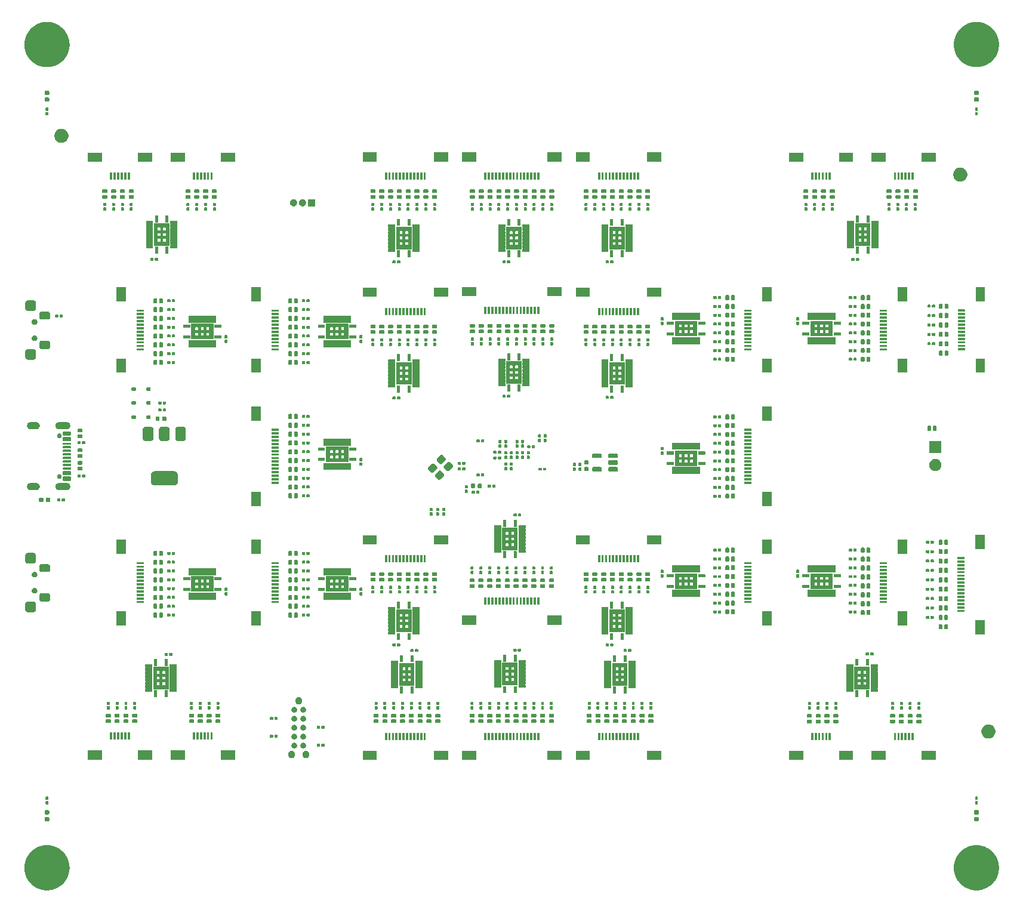
<source format=gbr>
%TF.GenerationSoftware,KiCad,Pcbnew,9.0.4*%
%TF.CreationDate,2025-08-20T10:27:04-06:00*%
%TF.ProjectId,cerberus,63657262-6572-4757-932e-6b696361645f,ERV A*%
%TF.SameCoordinates,Original*%
%TF.FileFunction,Soldermask,Top*%
%TF.FilePolarity,Negative*%
%FSLAX46Y46*%
G04 Gerber Fmt 4.6, Leading zero omitted, Abs format (unit mm)*
G04 Created by KiCad (PCBNEW 9.0.4) date 2025-08-20 10:27:04*
%MOMM*%
%LPD*%
G01*
G04 APERTURE LIST*
G04 APERTURE END LIST*
G36*
X80619952Y-146621277D02*
G01*
X80631214Y-146621277D01*
X80709416Y-146630088D01*
X80922220Y-146651047D01*
X80957219Y-146658008D01*
X80988923Y-146661581D01*
X81082150Y-146682859D01*
X81231177Y-146712503D01*
X81289371Y-146730156D01*
X81339870Y-146741682D01*
X81421307Y-146770178D01*
X81532618Y-146803944D01*
X81613244Y-146837340D01*
X81679642Y-146860574D01*
X81743014Y-146891092D01*
X81823646Y-146924491D01*
X81926240Y-146979329D01*
X82003966Y-147016760D01*
X82047823Y-147044317D01*
X82101456Y-147072985D01*
X82227798Y-147157403D01*
X82308763Y-147208277D01*
X82333703Y-147228166D01*
X82363375Y-147247992D01*
X82528663Y-147383641D01*
X82590201Y-147432716D01*
X82598166Y-147440681D01*
X82606883Y-147447835D01*
X82829619Y-147670571D01*
X82836772Y-147679287D01*
X82844739Y-147687254D01*
X82893819Y-147748799D01*
X83029462Y-147914079D01*
X83049286Y-147943749D01*
X83069178Y-147968692D01*
X83120056Y-148049665D01*
X83204469Y-148175998D01*
X83233134Y-148229626D01*
X83260695Y-148273489D01*
X83298130Y-148351223D01*
X83352963Y-148453808D01*
X83386358Y-148534431D01*
X83416881Y-148597813D01*
X83440117Y-148664219D01*
X83473510Y-148744836D01*
X83507271Y-148856132D01*
X83535773Y-148937585D01*
X83547300Y-148988092D01*
X83564951Y-149046277D01*
X83594589Y-149195276D01*
X83615874Y-149288532D01*
X83619447Y-149320245D01*
X83626407Y-149355234D01*
X83647364Y-149568018D01*
X83656178Y-149646241D01*
X83656178Y-149657503D01*
X83657283Y-149668723D01*
X83657283Y-149983730D01*
X83656178Y-149994949D01*
X83656178Y-150006213D01*
X83647363Y-150084442D01*
X83626407Y-150297219D01*
X83619447Y-150332206D01*
X83615874Y-150363922D01*
X83594587Y-150457183D01*
X83564951Y-150606176D01*
X83547301Y-150664357D01*
X83535773Y-150714869D01*
X83507269Y-150796328D01*
X83473510Y-150907617D01*
X83440120Y-150988227D01*
X83416881Y-151054641D01*
X83386355Y-151118028D01*
X83352963Y-151198645D01*
X83298134Y-151301220D01*
X83260695Y-151378965D01*
X83233130Y-151422833D01*
X83204469Y-151476455D01*
X83120067Y-151602772D01*
X83069178Y-151683762D01*
X83049282Y-151708710D01*
X83029462Y-151738374D01*
X82893847Y-151903619D01*
X82844739Y-151965200D01*
X82836767Y-151973171D01*
X82829619Y-151981882D01*
X82606883Y-152204618D01*
X82598172Y-152211766D01*
X82590201Y-152219738D01*
X82528620Y-152268846D01*
X82363375Y-152404461D01*
X82333711Y-152424281D01*
X82308763Y-152444177D01*
X82227773Y-152495066D01*
X82101456Y-152579468D01*
X82047834Y-152608129D01*
X82003966Y-152635694D01*
X81926221Y-152673133D01*
X81823646Y-152727962D01*
X81743029Y-152761354D01*
X81679642Y-152791880D01*
X81613228Y-152815119D01*
X81532618Y-152848509D01*
X81421329Y-152882268D01*
X81339870Y-152910772D01*
X81289358Y-152922300D01*
X81231177Y-152939950D01*
X81082184Y-152969586D01*
X80988923Y-152990873D01*
X80957207Y-152994446D01*
X80922220Y-153001406D01*
X80709439Y-153022363D01*
X80631214Y-153031177D01*
X80619951Y-153031177D01*
X80608732Y-153032282D01*
X80293724Y-153032282D01*
X80282505Y-153031177D01*
X80271242Y-153031177D01*
X80193019Y-153022363D01*
X79980235Y-153001406D01*
X79945246Y-152994446D01*
X79913533Y-152990873D01*
X79820277Y-152969588D01*
X79671278Y-152939950D01*
X79613093Y-152922299D01*
X79562586Y-152910772D01*
X79481133Y-152882270D01*
X79369837Y-152848509D01*
X79289220Y-152815116D01*
X79222814Y-152791880D01*
X79159432Y-152761357D01*
X79078809Y-152727962D01*
X78976224Y-152673129D01*
X78898490Y-152635694D01*
X78854627Y-152608133D01*
X78800999Y-152579468D01*
X78674666Y-152495055D01*
X78593693Y-152444177D01*
X78568750Y-152424285D01*
X78539080Y-152404461D01*
X78373800Y-152268818D01*
X78312255Y-152219738D01*
X78304288Y-152211771D01*
X78295572Y-152204618D01*
X78072836Y-151981882D01*
X78065682Y-151973165D01*
X78057717Y-151965200D01*
X78008642Y-151903662D01*
X77872993Y-151738374D01*
X77853167Y-151708702D01*
X77833278Y-151683762D01*
X77782404Y-151602797D01*
X77697986Y-151476455D01*
X77669318Y-151422822D01*
X77641761Y-151378965D01*
X77604330Y-151301239D01*
X77549492Y-151198645D01*
X77516093Y-151118013D01*
X77485575Y-151054641D01*
X77462341Y-150988243D01*
X77428945Y-150907617D01*
X77395179Y-150796306D01*
X77366683Y-150714869D01*
X77355157Y-150664370D01*
X77337504Y-150606176D01*
X77307860Y-150457149D01*
X77286582Y-150363922D01*
X77283009Y-150332218D01*
X77276048Y-150297219D01*
X77255089Y-150084420D01*
X77246278Y-150006213D01*
X77246278Y-149994949D01*
X77245173Y-149983730D01*
X77245173Y-149668723D01*
X77246278Y-149657503D01*
X77246278Y-149646241D01*
X77255089Y-149568040D01*
X77276048Y-149355234D01*
X77283010Y-149320233D01*
X77286582Y-149288532D01*
X77307858Y-149195310D01*
X77337504Y-149046277D01*
X77355158Y-148988079D01*
X77366683Y-148937585D01*
X77395177Y-148856153D01*
X77428945Y-148744836D01*
X77462343Y-148664204D01*
X77485575Y-148597813D01*
X77516090Y-148534446D01*
X77549492Y-148453808D01*
X77604335Y-148351204D01*
X77641761Y-148273489D01*
X77669314Y-148229637D01*
X77697986Y-148175998D01*
X77782414Y-148049639D01*
X77833278Y-147968692D01*
X77853163Y-147943756D01*
X77872993Y-147914079D01*
X78008670Y-147748755D01*
X78057717Y-147687254D01*
X78065677Y-147679293D01*
X78072836Y-147670571D01*
X78295572Y-147447835D01*
X78304294Y-147440676D01*
X78312255Y-147432716D01*
X78373756Y-147383669D01*
X78539080Y-147247992D01*
X78568757Y-147228162D01*
X78593693Y-147208277D01*
X78674640Y-147157413D01*
X78800999Y-147072985D01*
X78854638Y-147044313D01*
X78898490Y-147016760D01*
X78976205Y-146979334D01*
X79078809Y-146924491D01*
X79159447Y-146891089D01*
X79222814Y-146860574D01*
X79289205Y-146837342D01*
X79369837Y-146803944D01*
X79481154Y-146770176D01*
X79562586Y-146741682D01*
X79613080Y-146730157D01*
X79671278Y-146712503D01*
X79820311Y-146682857D01*
X79913533Y-146661581D01*
X79945234Y-146658009D01*
X79980235Y-146651047D01*
X80193041Y-146630088D01*
X80271242Y-146621277D01*
X80282504Y-146621277D01*
X80293724Y-146620172D01*
X80608732Y-146620172D01*
X80619952Y-146621277D01*
G37*
G36*
X212469952Y-146621277D02*
G01*
X212481214Y-146621277D01*
X212559416Y-146630088D01*
X212772220Y-146651047D01*
X212807219Y-146658008D01*
X212838923Y-146661581D01*
X212932150Y-146682859D01*
X213081177Y-146712503D01*
X213139371Y-146730156D01*
X213189870Y-146741682D01*
X213271307Y-146770178D01*
X213382618Y-146803944D01*
X213463244Y-146837340D01*
X213529642Y-146860574D01*
X213593014Y-146891092D01*
X213673646Y-146924491D01*
X213776240Y-146979329D01*
X213853966Y-147016760D01*
X213897823Y-147044317D01*
X213951456Y-147072985D01*
X214077798Y-147157403D01*
X214158763Y-147208277D01*
X214183703Y-147228166D01*
X214213375Y-147247992D01*
X214378663Y-147383641D01*
X214440201Y-147432716D01*
X214448166Y-147440681D01*
X214456883Y-147447835D01*
X214679619Y-147670571D01*
X214686772Y-147679287D01*
X214694739Y-147687254D01*
X214743819Y-147748799D01*
X214879462Y-147914079D01*
X214899286Y-147943749D01*
X214919178Y-147968692D01*
X214970056Y-148049665D01*
X215054469Y-148175998D01*
X215083134Y-148229626D01*
X215110695Y-148273489D01*
X215148130Y-148351223D01*
X215202963Y-148453808D01*
X215236358Y-148534431D01*
X215266881Y-148597813D01*
X215290117Y-148664219D01*
X215323510Y-148744836D01*
X215357271Y-148856132D01*
X215385773Y-148937585D01*
X215397300Y-148988092D01*
X215414951Y-149046277D01*
X215444589Y-149195276D01*
X215465874Y-149288532D01*
X215469447Y-149320245D01*
X215476407Y-149355234D01*
X215497364Y-149568018D01*
X215506178Y-149646241D01*
X215506178Y-149657503D01*
X215507283Y-149668723D01*
X215507283Y-149983730D01*
X215506178Y-149994949D01*
X215506178Y-150006213D01*
X215497363Y-150084442D01*
X215476407Y-150297219D01*
X215469447Y-150332206D01*
X215465874Y-150363922D01*
X215444587Y-150457183D01*
X215414951Y-150606176D01*
X215397301Y-150664357D01*
X215385773Y-150714869D01*
X215357269Y-150796328D01*
X215323510Y-150907617D01*
X215290120Y-150988227D01*
X215266881Y-151054641D01*
X215236355Y-151118028D01*
X215202963Y-151198645D01*
X215148134Y-151301220D01*
X215110695Y-151378965D01*
X215083130Y-151422833D01*
X215054469Y-151476455D01*
X214970067Y-151602772D01*
X214919178Y-151683762D01*
X214899282Y-151708710D01*
X214879462Y-151738374D01*
X214743847Y-151903619D01*
X214694739Y-151965200D01*
X214686767Y-151973171D01*
X214679619Y-151981882D01*
X214456883Y-152204618D01*
X214448172Y-152211766D01*
X214440201Y-152219738D01*
X214378620Y-152268846D01*
X214213375Y-152404461D01*
X214183711Y-152424281D01*
X214158763Y-152444177D01*
X214077773Y-152495066D01*
X213951456Y-152579468D01*
X213897834Y-152608129D01*
X213853966Y-152635694D01*
X213776221Y-152673133D01*
X213673646Y-152727962D01*
X213593029Y-152761354D01*
X213529642Y-152791880D01*
X213463228Y-152815119D01*
X213382618Y-152848509D01*
X213271329Y-152882268D01*
X213189870Y-152910772D01*
X213139358Y-152922300D01*
X213081177Y-152939950D01*
X212932184Y-152969586D01*
X212838923Y-152990873D01*
X212807207Y-152994446D01*
X212772220Y-153001406D01*
X212559439Y-153022363D01*
X212481214Y-153031177D01*
X212469951Y-153031177D01*
X212458732Y-153032282D01*
X212143724Y-153032282D01*
X212132505Y-153031177D01*
X212121242Y-153031177D01*
X212043019Y-153022363D01*
X211830235Y-153001406D01*
X211795246Y-152994446D01*
X211763533Y-152990873D01*
X211670277Y-152969588D01*
X211521278Y-152939950D01*
X211463093Y-152922299D01*
X211412586Y-152910772D01*
X211331133Y-152882270D01*
X211219837Y-152848509D01*
X211139220Y-152815116D01*
X211072814Y-152791880D01*
X211009432Y-152761357D01*
X210928809Y-152727962D01*
X210826224Y-152673129D01*
X210748490Y-152635694D01*
X210704627Y-152608133D01*
X210650999Y-152579468D01*
X210524666Y-152495055D01*
X210443693Y-152444177D01*
X210418750Y-152424285D01*
X210389080Y-152404461D01*
X210223800Y-152268818D01*
X210162255Y-152219738D01*
X210154288Y-152211771D01*
X210145572Y-152204618D01*
X209922836Y-151981882D01*
X209915682Y-151973165D01*
X209907717Y-151965200D01*
X209858642Y-151903662D01*
X209722993Y-151738374D01*
X209703167Y-151708702D01*
X209683278Y-151683762D01*
X209632404Y-151602797D01*
X209547986Y-151476455D01*
X209519318Y-151422822D01*
X209491761Y-151378965D01*
X209454330Y-151301239D01*
X209399492Y-151198645D01*
X209366093Y-151118013D01*
X209335575Y-151054641D01*
X209312341Y-150988243D01*
X209278945Y-150907617D01*
X209245179Y-150796306D01*
X209216683Y-150714869D01*
X209205157Y-150664370D01*
X209187504Y-150606176D01*
X209157860Y-150457149D01*
X209136582Y-150363922D01*
X209133009Y-150332218D01*
X209126048Y-150297219D01*
X209105089Y-150084420D01*
X209096278Y-150006213D01*
X209096278Y-149994949D01*
X209095173Y-149983730D01*
X209095173Y-149668723D01*
X209096278Y-149657503D01*
X209096278Y-149646241D01*
X209105089Y-149568040D01*
X209126048Y-149355234D01*
X209133010Y-149320233D01*
X209136582Y-149288532D01*
X209157858Y-149195310D01*
X209187504Y-149046277D01*
X209205158Y-148988079D01*
X209216683Y-148937585D01*
X209245177Y-148856153D01*
X209278945Y-148744836D01*
X209312343Y-148664204D01*
X209335575Y-148597813D01*
X209366090Y-148534446D01*
X209399492Y-148453808D01*
X209454335Y-148351204D01*
X209491761Y-148273489D01*
X209519314Y-148229637D01*
X209547986Y-148175998D01*
X209632414Y-148049639D01*
X209683278Y-147968692D01*
X209703163Y-147943756D01*
X209722993Y-147914079D01*
X209858670Y-147748755D01*
X209907717Y-147687254D01*
X209915677Y-147679293D01*
X209922836Y-147670571D01*
X210145572Y-147447835D01*
X210154294Y-147440676D01*
X210162255Y-147432716D01*
X210223756Y-147383669D01*
X210389080Y-147247992D01*
X210418757Y-147228162D01*
X210443693Y-147208277D01*
X210524640Y-147157413D01*
X210650999Y-147072985D01*
X210704638Y-147044313D01*
X210748490Y-147016760D01*
X210826205Y-146979334D01*
X210928809Y-146924491D01*
X211009447Y-146891089D01*
X211072814Y-146860574D01*
X211139205Y-146837342D01*
X211219837Y-146803944D01*
X211331154Y-146770176D01*
X211412586Y-146741682D01*
X211463080Y-146730157D01*
X211521278Y-146712503D01*
X211670311Y-146682857D01*
X211763533Y-146661581D01*
X211795234Y-146658009D01*
X211830235Y-146651047D01*
X212043041Y-146630088D01*
X212121242Y-146621277D01*
X212132504Y-146621277D01*
X212143724Y-146620172D01*
X212458732Y-146620172D01*
X212469952Y-146621277D01*
G37*
G36*
X80684001Y-142643216D02*
G01*
X80735097Y-142677358D01*
X80769239Y-142728454D01*
X80781228Y-142788727D01*
X80781228Y-143083727D01*
X80769239Y-143144000D01*
X80735097Y-143195096D01*
X80684001Y-143229238D01*
X80623728Y-143241227D01*
X80278728Y-143241227D01*
X80218455Y-143229238D01*
X80167359Y-143195096D01*
X80133217Y-143144000D01*
X80121228Y-143083727D01*
X80121228Y-142788727D01*
X80133217Y-142728454D01*
X80167359Y-142677358D01*
X80218455Y-142643216D01*
X80278728Y-142631227D01*
X80623728Y-142631227D01*
X80684001Y-142643216D01*
G37*
G36*
X212534001Y-142643216D02*
G01*
X212585097Y-142677358D01*
X212619239Y-142728454D01*
X212631228Y-142788727D01*
X212631228Y-143083727D01*
X212619239Y-143144000D01*
X212585097Y-143195096D01*
X212534001Y-143229238D01*
X212473728Y-143241227D01*
X212128728Y-143241227D01*
X212068455Y-143229238D01*
X212017359Y-143195096D01*
X211983217Y-143144000D01*
X211971228Y-143083727D01*
X211971228Y-142788727D01*
X211983217Y-142728454D01*
X212017359Y-142677358D01*
X212068455Y-142643216D01*
X212128728Y-142631227D01*
X212473728Y-142631227D01*
X212534001Y-142643216D01*
G37*
G36*
X80684001Y-141673216D02*
G01*
X80735097Y-141707358D01*
X80769239Y-141758454D01*
X80781228Y-141818727D01*
X80781228Y-142113727D01*
X80769239Y-142174000D01*
X80735097Y-142225096D01*
X80684001Y-142259238D01*
X80623728Y-142271227D01*
X80278728Y-142271227D01*
X80218455Y-142259238D01*
X80167359Y-142225096D01*
X80133217Y-142174000D01*
X80121228Y-142113727D01*
X80121228Y-141818727D01*
X80133217Y-141758454D01*
X80167359Y-141707358D01*
X80218455Y-141673216D01*
X80278728Y-141661227D01*
X80623728Y-141661227D01*
X80684001Y-141673216D01*
G37*
G36*
X212534001Y-141673216D02*
G01*
X212585097Y-141707358D01*
X212619239Y-141758454D01*
X212631228Y-141818727D01*
X212631228Y-142113727D01*
X212619239Y-142174000D01*
X212585097Y-142225096D01*
X212534001Y-142259238D01*
X212473728Y-142271227D01*
X212128728Y-142271227D01*
X212068455Y-142259238D01*
X212017359Y-142225096D01*
X211983217Y-142174000D01*
X211971228Y-142113727D01*
X211971228Y-141818727D01*
X211983217Y-141758454D01*
X212017359Y-141707358D01*
X212068455Y-141673216D01*
X212128728Y-141661227D01*
X212473728Y-141661227D01*
X212534001Y-141673216D01*
G37*
G36*
X80593323Y-140374600D02*
G01*
X80629010Y-140398445D01*
X80652855Y-140434132D01*
X80661228Y-140476227D01*
X80661228Y-140736227D01*
X80652855Y-140778322D01*
X80629010Y-140814009D01*
X80593323Y-140837854D01*
X80551228Y-140846227D01*
X80351228Y-140846227D01*
X80309133Y-140837854D01*
X80273446Y-140814009D01*
X80249601Y-140778322D01*
X80241228Y-140736227D01*
X80241228Y-140476227D01*
X80249601Y-140434132D01*
X80273446Y-140398445D01*
X80309133Y-140374600D01*
X80351228Y-140366227D01*
X80551228Y-140366227D01*
X80593323Y-140374600D01*
G37*
G36*
X212443323Y-140374600D02*
G01*
X212479010Y-140398445D01*
X212502855Y-140434132D01*
X212511228Y-140476227D01*
X212511228Y-140736227D01*
X212502855Y-140778322D01*
X212479010Y-140814009D01*
X212443323Y-140837854D01*
X212401228Y-140846227D01*
X212201228Y-140846227D01*
X212159133Y-140837854D01*
X212123446Y-140814009D01*
X212099601Y-140778322D01*
X212091228Y-140736227D01*
X212091228Y-140476227D01*
X212099601Y-140434132D01*
X212123446Y-140398445D01*
X212159133Y-140374600D01*
X212201228Y-140366227D01*
X212401228Y-140366227D01*
X212443323Y-140374600D01*
G37*
G36*
X80593323Y-139734600D02*
G01*
X80629010Y-139758445D01*
X80652855Y-139794132D01*
X80661228Y-139836227D01*
X80661228Y-140096227D01*
X80652855Y-140138322D01*
X80629010Y-140174009D01*
X80593323Y-140197854D01*
X80551228Y-140206227D01*
X80351228Y-140206227D01*
X80309133Y-140197854D01*
X80273446Y-140174009D01*
X80249601Y-140138322D01*
X80241228Y-140096227D01*
X80241228Y-139836227D01*
X80249601Y-139794132D01*
X80273446Y-139758445D01*
X80309133Y-139734600D01*
X80351228Y-139726227D01*
X80551228Y-139726227D01*
X80593323Y-139734600D01*
G37*
G36*
X212443323Y-139734600D02*
G01*
X212479010Y-139758445D01*
X212502855Y-139794132D01*
X212511228Y-139836227D01*
X212511228Y-140096227D01*
X212502855Y-140138322D01*
X212479010Y-140174009D01*
X212443323Y-140197854D01*
X212401228Y-140206227D01*
X212201228Y-140206227D01*
X212159133Y-140197854D01*
X212123446Y-140174009D01*
X212099601Y-140138322D01*
X212091228Y-140096227D01*
X212091228Y-139836227D01*
X212099601Y-139794132D01*
X212123446Y-139758445D01*
X212159133Y-139734600D01*
X212201228Y-139726227D01*
X212401228Y-139726227D01*
X212443323Y-139734600D01*
G37*
G36*
X127238395Y-133241987D02*
G01*
X127241639Y-133244155D01*
X127243807Y-133247399D01*
X127244568Y-133251226D01*
X127244568Y-134551226D01*
X127243807Y-134555053D01*
X127241639Y-134558297D01*
X127238395Y-134560465D01*
X127234568Y-134561226D01*
X125234568Y-134561226D01*
X125230741Y-134560465D01*
X125227497Y-134558297D01*
X125225329Y-134555053D01*
X125224568Y-134551226D01*
X125224568Y-133251226D01*
X125225329Y-133247399D01*
X125227497Y-133244155D01*
X125230741Y-133241987D01*
X125234568Y-133241226D01*
X127234568Y-133241226D01*
X127238395Y-133241987D01*
G37*
G36*
X137338383Y-133241987D02*
G01*
X137341627Y-133244155D01*
X137343795Y-133247399D01*
X137344556Y-133251226D01*
X137344556Y-134551226D01*
X137343795Y-134555053D01*
X137341627Y-134558297D01*
X137338383Y-134560465D01*
X137334556Y-134561226D01*
X135334556Y-134561226D01*
X135330729Y-134560465D01*
X135327485Y-134558297D01*
X135325317Y-134555053D01*
X135324556Y-134551226D01*
X135324556Y-133251226D01*
X135325317Y-133247399D01*
X135327485Y-133244155D01*
X135330729Y-133241987D01*
X135334556Y-133241226D01*
X137334556Y-133241226D01*
X137338383Y-133241987D01*
G37*
G36*
X141355063Y-133241987D02*
G01*
X141358307Y-133244155D01*
X141360475Y-133247399D01*
X141361236Y-133251226D01*
X141361236Y-134551226D01*
X141360475Y-134555053D01*
X141358307Y-134558297D01*
X141355063Y-134560465D01*
X141351236Y-134561226D01*
X139351236Y-134561226D01*
X139347409Y-134560465D01*
X139344165Y-134558297D01*
X139341997Y-134555053D01*
X139341236Y-134551226D01*
X139341236Y-133251226D01*
X139341997Y-133247399D01*
X139344165Y-133244155D01*
X139347409Y-133241987D01*
X139351236Y-133241226D01*
X141351236Y-133241226D01*
X141355063Y-133241987D01*
G37*
G36*
X153455047Y-133241987D02*
G01*
X153458291Y-133244155D01*
X153460459Y-133247399D01*
X153461220Y-133251226D01*
X153461220Y-134551226D01*
X153460459Y-134555053D01*
X153458291Y-134558297D01*
X153455047Y-134560465D01*
X153451220Y-134561226D01*
X151451220Y-134561226D01*
X151447393Y-134560465D01*
X151444149Y-134558297D01*
X151441981Y-134555053D01*
X151441220Y-134551226D01*
X151441220Y-133251226D01*
X151441981Y-133247399D01*
X151444149Y-133244155D01*
X151447393Y-133241987D01*
X151451220Y-133241226D01*
X153451220Y-133241226D01*
X153455047Y-133241987D01*
G37*
G36*
X157471727Y-133241987D02*
G01*
X157474971Y-133244155D01*
X157477139Y-133247399D01*
X157477900Y-133251226D01*
X157477900Y-134551226D01*
X157477139Y-134555053D01*
X157474971Y-134558297D01*
X157471727Y-134560465D01*
X157467900Y-134561226D01*
X155467900Y-134561226D01*
X155464073Y-134560465D01*
X155460829Y-134558297D01*
X155458661Y-134555053D01*
X155457900Y-134551226D01*
X155457900Y-133251226D01*
X155458661Y-133247399D01*
X155460829Y-133244155D01*
X155464073Y-133241987D01*
X155467900Y-133241226D01*
X157467900Y-133241226D01*
X157471727Y-133241987D01*
G37*
G36*
X167571715Y-133241987D02*
G01*
X167574959Y-133244155D01*
X167577127Y-133247399D01*
X167577888Y-133251226D01*
X167577888Y-134551226D01*
X167577127Y-134555053D01*
X167574959Y-134558297D01*
X167571715Y-134560465D01*
X167567888Y-134561226D01*
X165567888Y-134561226D01*
X165564061Y-134560465D01*
X165560817Y-134558297D01*
X165558649Y-134555053D01*
X165557888Y-134551226D01*
X165557888Y-133251226D01*
X165558649Y-133247399D01*
X165560817Y-133244155D01*
X165564061Y-133241987D01*
X165567888Y-133241226D01*
X167567888Y-133241226D01*
X167571715Y-133241987D01*
G37*
G36*
X187705057Y-133225487D02*
G01*
X187708301Y-133227655D01*
X187710469Y-133230899D01*
X187711230Y-133234726D01*
X187711230Y-134534726D01*
X187710469Y-134538553D01*
X187708301Y-134541797D01*
X187705057Y-134543965D01*
X187701230Y-134544726D01*
X185701230Y-134544726D01*
X185697403Y-134543965D01*
X185694159Y-134541797D01*
X185691991Y-134538553D01*
X185691230Y-134534726D01*
X185691230Y-133234726D01*
X185691991Y-133230899D01*
X185694159Y-133227655D01*
X185697403Y-133225487D01*
X185701230Y-133224726D01*
X187701230Y-133224726D01*
X187705057Y-133225487D01*
G37*
G36*
X194805053Y-133225487D02*
G01*
X194808297Y-133227655D01*
X194810465Y-133230899D01*
X194811226Y-133234726D01*
X194811226Y-134534726D01*
X194810465Y-134538553D01*
X194808297Y-134541797D01*
X194805053Y-134543965D01*
X194801226Y-134544726D01*
X192801226Y-134544726D01*
X192797399Y-134543965D01*
X192794155Y-134541797D01*
X192791987Y-134538553D01*
X192791226Y-134534726D01*
X192791226Y-133234726D01*
X192791987Y-133230899D01*
X192794155Y-133227655D01*
X192797399Y-133225487D01*
X192801226Y-133224726D01*
X194801226Y-133224726D01*
X194805053Y-133225487D01*
G37*
G36*
X199455057Y-133225487D02*
G01*
X199458301Y-133227655D01*
X199460469Y-133230899D01*
X199461230Y-133234726D01*
X199461230Y-134534726D01*
X199460469Y-134538553D01*
X199458301Y-134541797D01*
X199455057Y-134543965D01*
X199451230Y-134544726D01*
X197451230Y-134544726D01*
X197447403Y-134543965D01*
X197444159Y-134541797D01*
X197441991Y-134538553D01*
X197441230Y-134534726D01*
X197441230Y-133234726D01*
X197441991Y-133230899D01*
X197444159Y-133227655D01*
X197447403Y-133225487D01*
X197451230Y-133224726D01*
X199451230Y-133224726D01*
X199455057Y-133225487D01*
G37*
G36*
X206555053Y-133225487D02*
G01*
X206558297Y-133227655D01*
X206560465Y-133230899D01*
X206561226Y-133234726D01*
X206561226Y-134534726D01*
X206560465Y-134538553D01*
X206558297Y-134541797D01*
X206555053Y-134543965D01*
X206551226Y-134544726D01*
X204551226Y-134544726D01*
X204547399Y-134543965D01*
X204544155Y-134541797D01*
X204541987Y-134538553D01*
X204541226Y-134534726D01*
X204541226Y-133234726D01*
X204541987Y-133230899D01*
X204544155Y-133227655D01*
X204547399Y-133225487D01*
X204551226Y-133224726D01*
X206551226Y-133224726D01*
X206555053Y-133225487D01*
G37*
G36*
X88255057Y-133208737D02*
G01*
X88258301Y-133210905D01*
X88260469Y-133214149D01*
X88261230Y-133217976D01*
X88261230Y-134517976D01*
X88260469Y-134521803D01*
X88258301Y-134525047D01*
X88255057Y-134527215D01*
X88251230Y-134527976D01*
X86251230Y-134527976D01*
X86247403Y-134527215D01*
X86244159Y-134525047D01*
X86241991Y-134521803D01*
X86241230Y-134517976D01*
X86241230Y-133217976D01*
X86241991Y-133214149D01*
X86244159Y-133210905D01*
X86247403Y-133208737D01*
X86251230Y-133207976D01*
X88251230Y-133207976D01*
X88255057Y-133208737D01*
G37*
G36*
X95355053Y-133208737D02*
G01*
X95358297Y-133210905D01*
X95360465Y-133214149D01*
X95361226Y-133217976D01*
X95361226Y-134517976D01*
X95360465Y-134521803D01*
X95358297Y-134525047D01*
X95355053Y-134527215D01*
X95351226Y-134527976D01*
X93351226Y-134527976D01*
X93347399Y-134527215D01*
X93344155Y-134525047D01*
X93341987Y-134521803D01*
X93341226Y-134517976D01*
X93341226Y-133217976D01*
X93341987Y-133214149D01*
X93344155Y-133210905D01*
X93347399Y-133208737D01*
X93351226Y-133207976D01*
X95351226Y-133207976D01*
X95355053Y-133208737D01*
G37*
G36*
X100005057Y-133208737D02*
G01*
X100008301Y-133210905D01*
X100010469Y-133214149D01*
X100011230Y-133217976D01*
X100011230Y-134517976D01*
X100010469Y-134521803D01*
X100008301Y-134525047D01*
X100005057Y-134527215D01*
X100001230Y-134527976D01*
X98001230Y-134527976D01*
X97997403Y-134527215D01*
X97994159Y-134525047D01*
X97991991Y-134521803D01*
X97991230Y-134517976D01*
X97991230Y-133217976D01*
X97991991Y-133214149D01*
X97994159Y-133210905D01*
X97997403Y-133208737D01*
X98001230Y-133207976D01*
X100001230Y-133207976D01*
X100005057Y-133208737D01*
G37*
G36*
X107105053Y-133208737D02*
G01*
X107108297Y-133210905D01*
X107110465Y-133214149D01*
X107111226Y-133217976D01*
X107111226Y-134517976D01*
X107110465Y-134521803D01*
X107108297Y-134525047D01*
X107105053Y-134527215D01*
X107101226Y-134527976D01*
X105101226Y-134527976D01*
X105097399Y-134527215D01*
X105094155Y-134525047D01*
X105091987Y-134521803D01*
X105091226Y-134517976D01*
X105091226Y-133217976D01*
X105091987Y-133214149D01*
X105094155Y-133210905D01*
X105097399Y-133208737D01*
X105101226Y-133207976D01*
X107101226Y-133207976D01*
X107105053Y-133208737D01*
G37*
G36*
X115345266Y-133294391D02*
G01*
X115459503Y-133360346D01*
X115552777Y-133453620D01*
X115618732Y-133567857D01*
X115652873Y-133695272D01*
X115652873Y-133827182D01*
X115618732Y-133954597D01*
X115552777Y-134068834D01*
X115459503Y-134162108D01*
X115345266Y-134228063D01*
X115217851Y-134262204D01*
X115085941Y-134262204D01*
X114958526Y-134228063D01*
X114844289Y-134162108D01*
X114751015Y-134068834D01*
X114685060Y-133954597D01*
X114650919Y-133827182D01*
X114650919Y-133695272D01*
X114685060Y-133567857D01*
X114751015Y-133453620D01*
X114844289Y-133360346D01*
X114958526Y-133294391D01*
X115085941Y-133260250D01*
X115217851Y-133260250D01*
X115345266Y-133294391D01*
G37*
G36*
X117377266Y-133294391D02*
G01*
X117491503Y-133360346D01*
X117584777Y-133453620D01*
X117650732Y-133567857D01*
X117684873Y-133695272D01*
X117684873Y-133827182D01*
X117650732Y-133954597D01*
X117584777Y-134068834D01*
X117491503Y-134162108D01*
X117377266Y-134228063D01*
X117249851Y-134262204D01*
X117117941Y-134262204D01*
X116990526Y-134228063D01*
X116876289Y-134162108D01*
X116783015Y-134068834D01*
X116717060Y-133954597D01*
X116682919Y-133827182D01*
X116682919Y-133695272D01*
X116717060Y-133567857D01*
X116783015Y-133453620D01*
X116876289Y-133360346D01*
X116990526Y-133294391D01*
X117117941Y-133260250D01*
X117249851Y-133260250D01*
X117377266Y-133294391D01*
G37*
G36*
X115687385Y-132118257D02*
G01*
X115778653Y-132170950D01*
X115853173Y-132245470D01*
X115905866Y-132336738D01*
X115933142Y-132438534D01*
X115933142Y-132543920D01*
X115905866Y-132645716D01*
X115853173Y-132736984D01*
X115778653Y-132811504D01*
X115687385Y-132864197D01*
X115585589Y-132891473D01*
X115480203Y-132891473D01*
X115378407Y-132864197D01*
X115287139Y-132811504D01*
X115212619Y-132736984D01*
X115159926Y-132645716D01*
X115132650Y-132543920D01*
X115132650Y-132438534D01*
X115159926Y-132336738D01*
X115212619Y-132245470D01*
X115287139Y-132170950D01*
X115378407Y-132118257D01*
X115480203Y-132090981D01*
X115585589Y-132090981D01*
X115687385Y-132118257D01*
G37*
G36*
X116957385Y-132118257D02*
G01*
X117048653Y-132170950D01*
X117123173Y-132245470D01*
X117175866Y-132336738D01*
X117203142Y-132438534D01*
X117203142Y-132543920D01*
X117175866Y-132645716D01*
X117123173Y-132736984D01*
X117048653Y-132811504D01*
X116957385Y-132864197D01*
X116855589Y-132891473D01*
X116750203Y-132891473D01*
X116648407Y-132864197D01*
X116557139Y-132811504D01*
X116482619Y-132736984D01*
X116429926Y-132645716D01*
X116402650Y-132543920D01*
X116402650Y-132438534D01*
X116429926Y-132336738D01*
X116482619Y-132245470D01*
X116557139Y-132170950D01*
X116648407Y-132118257D01*
X116750203Y-132090981D01*
X116855589Y-132090981D01*
X116957385Y-132118257D01*
G37*
G36*
X119133323Y-132249600D02*
G01*
X119169010Y-132273445D01*
X119192855Y-132309132D01*
X119201228Y-132351227D01*
X119201228Y-132551227D01*
X119192855Y-132593322D01*
X119169010Y-132629009D01*
X119133323Y-132652854D01*
X119091228Y-132661227D01*
X118831228Y-132661227D01*
X118789133Y-132652854D01*
X118753446Y-132629009D01*
X118729601Y-132593322D01*
X118721228Y-132551227D01*
X118721228Y-132351227D01*
X118729601Y-132309132D01*
X118753446Y-132273445D01*
X118789133Y-132249600D01*
X118831228Y-132241227D01*
X119091228Y-132241227D01*
X119133323Y-132249600D01*
G37*
G36*
X119773323Y-132249600D02*
G01*
X119809010Y-132273445D01*
X119832855Y-132309132D01*
X119841228Y-132351227D01*
X119841228Y-132551227D01*
X119832855Y-132593322D01*
X119809010Y-132629009D01*
X119773323Y-132652854D01*
X119731228Y-132661227D01*
X119471228Y-132661227D01*
X119429133Y-132652854D01*
X119393446Y-132629009D01*
X119369601Y-132593322D01*
X119361228Y-132551227D01*
X119361228Y-132351227D01*
X119369601Y-132309132D01*
X119393446Y-132273445D01*
X119429133Y-132249600D01*
X119471228Y-132241227D01*
X119731228Y-132241227D01*
X119773323Y-132249600D01*
G37*
G36*
X128688389Y-130691988D02*
G01*
X128691633Y-130694156D01*
X128693801Y-130697400D01*
X128694562Y-130701227D01*
X128694562Y-131701227D01*
X128693801Y-131705054D01*
X128691633Y-131708298D01*
X128688389Y-131710466D01*
X128684562Y-131711227D01*
X128384562Y-131711227D01*
X128380735Y-131710466D01*
X128377491Y-131708298D01*
X128375323Y-131705054D01*
X128374562Y-131701227D01*
X128374562Y-130701227D01*
X128375323Y-130697400D01*
X128377491Y-130694156D01*
X128380735Y-130691988D01*
X128384562Y-130691227D01*
X128684562Y-130691227D01*
X128688389Y-130691988D01*
G37*
G36*
X129188388Y-130691988D02*
G01*
X129191632Y-130694156D01*
X129193800Y-130697400D01*
X129194561Y-130701227D01*
X129194561Y-131701227D01*
X129193800Y-131705054D01*
X129191632Y-131708298D01*
X129188388Y-131710466D01*
X129184561Y-131711227D01*
X128884561Y-131711227D01*
X128880734Y-131710466D01*
X128877490Y-131708298D01*
X128875322Y-131705054D01*
X128874561Y-131701227D01*
X128874561Y-130701227D01*
X128875322Y-130697400D01*
X128877490Y-130694156D01*
X128880734Y-130691988D01*
X128884561Y-130691227D01*
X129184561Y-130691227D01*
X129188388Y-130691988D01*
G37*
G36*
X129688390Y-130691988D02*
G01*
X129691634Y-130694156D01*
X129693802Y-130697400D01*
X129694563Y-130701227D01*
X129694563Y-131701227D01*
X129693802Y-131705054D01*
X129691634Y-131708298D01*
X129688390Y-131710466D01*
X129684563Y-131711227D01*
X129384563Y-131711227D01*
X129380736Y-131710466D01*
X129377492Y-131708298D01*
X129375324Y-131705054D01*
X129374563Y-131701227D01*
X129374563Y-130701227D01*
X129375324Y-130697400D01*
X129377492Y-130694156D01*
X129380736Y-130691988D01*
X129384563Y-130691227D01*
X129684563Y-130691227D01*
X129688390Y-130691988D01*
G37*
G36*
X130188389Y-130691988D02*
G01*
X130191633Y-130694156D01*
X130193801Y-130697400D01*
X130194562Y-130701227D01*
X130194562Y-131701227D01*
X130193801Y-131705054D01*
X130191633Y-131708298D01*
X130188389Y-131710466D01*
X130184562Y-131711227D01*
X129884562Y-131711227D01*
X129880735Y-131710466D01*
X129877491Y-131708298D01*
X129875323Y-131705054D01*
X129874562Y-131701227D01*
X129874562Y-130701227D01*
X129875323Y-130697400D01*
X129877491Y-130694156D01*
X129880735Y-130691988D01*
X129884562Y-130691227D01*
X130184562Y-130691227D01*
X130188389Y-130691988D01*
G37*
G36*
X130688391Y-130691988D02*
G01*
X130691635Y-130694156D01*
X130693803Y-130697400D01*
X130694564Y-130701227D01*
X130694564Y-131701227D01*
X130693803Y-131705054D01*
X130691635Y-131708298D01*
X130688391Y-131710466D01*
X130684564Y-131711227D01*
X130384564Y-131711227D01*
X130380737Y-131710466D01*
X130377493Y-131708298D01*
X130375325Y-131705054D01*
X130374564Y-131701227D01*
X130374564Y-130701227D01*
X130375325Y-130697400D01*
X130377493Y-130694156D01*
X130380737Y-130691988D01*
X130384564Y-130691227D01*
X130684564Y-130691227D01*
X130688391Y-130691988D01*
G37*
G36*
X131188389Y-130691988D02*
G01*
X131191633Y-130694156D01*
X131193801Y-130697400D01*
X131194562Y-130701227D01*
X131194562Y-131701227D01*
X131193801Y-131705054D01*
X131191633Y-131708298D01*
X131188389Y-131710466D01*
X131184562Y-131711227D01*
X130884562Y-131711227D01*
X130880735Y-131710466D01*
X130877491Y-131708298D01*
X130875323Y-131705054D01*
X130874562Y-131701227D01*
X130874562Y-130701227D01*
X130875323Y-130697400D01*
X130877491Y-130694156D01*
X130880735Y-130691988D01*
X130884562Y-130691227D01*
X131184562Y-130691227D01*
X131188389Y-130691988D01*
G37*
G36*
X131688389Y-130691988D02*
G01*
X131691633Y-130694156D01*
X131693801Y-130697400D01*
X131694562Y-130701227D01*
X131694562Y-131701227D01*
X131693801Y-131705054D01*
X131691633Y-131708298D01*
X131688389Y-131710466D01*
X131684562Y-131711227D01*
X131384562Y-131711227D01*
X131380735Y-131710466D01*
X131377491Y-131708298D01*
X131375323Y-131705054D01*
X131374562Y-131701227D01*
X131374562Y-130701227D01*
X131375323Y-130697400D01*
X131377491Y-130694156D01*
X131380735Y-130691988D01*
X131384562Y-130691227D01*
X131684562Y-130691227D01*
X131688389Y-130691988D01*
G37*
G36*
X132188390Y-130691988D02*
G01*
X132191634Y-130694156D01*
X132193802Y-130697400D01*
X132194563Y-130701227D01*
X132194563Y-131701227D01*
X132193802Y-131705054D01*
X132191634Y-131708298D01*
X132188390Y-131710466D01*
X132184563Y-131711227D01*
X131884563Y-131711227D01*
X131880736Y-131710466D01*
X131877492Y-131708298D01*
X131875324Y-131705054D01*
X131874563Y-131701227D01*
X131874563Y-130701227D01*
X131875324Y-130697400D01*
X131877492Y-130694156D01*
X131880736Y-130691988D01*
X131884563Y-130691227D01*
X132184563Y-130691227D01*
X132188390Y-130691988D01*
G37*
G36*
X132688389Y-130691988D02*
G01*
X132691633Y-130694156D01*
X132693801Y-130697400D01*
X132694562Y-130701227D01*
X132694562Y-131701227D01*
X132693801Y-131705054D01*
X132691633Y-131708298D01*
X132688389Y-131710466D01*
X132684562Y-131711227D01*
X132384562Y-131711227D01*
X132380735Y-131710466D01*
X132377491Y-131708298D01*
X132375323Y-131705054D01*
X132374562Y-131701227D01*
X132374562Y-130701227D01*
X132375323Y-130697400D01*
X132377491Y-130694156D01*
X132380735Y-130691988D01*
X132384562Y-130691227D01*
X132684562Y-130691227D01*
X132688389Y-130691988D01*
G37*
G36*
X133188391Y-130691988D02*
G01*
X133191635Y-130694156D01*
X133193803Y-130697400D01*
X133194564Y-130701227D01*
X133194564Y-131701227D01*
X133193803Y-131705054D01*
X133191635Y-131708298D01*
X133188391Y-131710466D01*
X133184564Y-131711227D01*
X132884564Y-131711227D01*
X132880737Y-131710466D01*
X132877493Y-131708298D01*
X132875325Y-131705054D01*
X132874564Y-131701227D01*
X132874564Y-130701227D01*
X132875325Y-130697400D01*
X132877493Y-130694156D01*
X132880737Y-130691988D01*
X132884564Y-130691227D01*
X133184564Y-130691227D01*
X133188391Y-130691988D01*
G37*
G36*
X133688390Y-130691988D02*
G01*
X133691634Y-130694156D01*
X133693802Y-130697400D01*
X133694563Y-130701227D01*
X133694563Y-131701227D01*
X133693802Y-131705054D01*
X133691634Y-131708298D01*
X133688390Y-131710466D01*
X133684563Y-131711227D01*
X133384563Y-131711227D01*
X133380736Y-131710466D01*
X133377492Y-131708298D01*
X133375324Y-131705054D01*
X133374563Y-131701227D01*
X133374563Y-130701227D01*
X133375324Y-130697400D01*
X133377492Y-130694156D01*
X133380736Y-130691988D01*
X133384563Y-130691227D01*
X133684563Y-130691227D01*
X133688390Y-130691988D01*
G37*
G36*
X134188389Y-130691988D02*
G01*
X134191633Y-130694156D01*
X134193801Y-130697400D01*
X134194562Y-130701227D01*
X134194562Y-131701227D01*
X134193801Y-131705054D01*
X134191633Y-131708298D01*
X134188389Y-131710466D01*
X134184562Y-131711227D01*
X133884562Y-131711227D01*
X133880735Y-131710466D01*
X133877491Y-131708298D01*
X133875323Y-131705054D01*
X133874562Y-131701227D01*
X133874562Y-130701227D01*
X133875323Y-130697400D01*
X133877491Y-130694156D01*
X133880735Y-130691988D01*
X133884562Y-130691227D01*
X134184562Y-130691227D01*
X134188389Y-130691988D01*
G37*
G36*
X142805055Y-130691988D02*
G01*
X142808299Y-130694156D01*
X142810467Y-130697400D01*
X142811228Y-130701227D01*
X142811228Y-131701227D01*
X142810467Y-131705054D01*
X142808299Y-131708298D01*
X142805055Y-131710466D01*
X142801228Y-131711227D01*
X142501228Y-131711227D01*
X142497401Y-131710466D01*
X142494157Y-131708298D01*
X142491989Y-131705054D01*
X142491228Y-131701227D01*
X142491228Y-130701227D01*
X142491989Y-130697400D01*
X142494157Y-130694156D01*
X142497401Y-130691988D01*
X142501228Y-130691227D01*
X142801228Y-130691227D01*
X142805055Y-130691988D01*
G37*
G36*
X143305054Y-130691988D02*
G01*
X143308298Y-130694156D01*
X143310466Y-130697400D01*
X143311227Y-130701227D01*
X143311227Y-131701227D01*
X143310466Y-131705054D01*
X143308298Y-131708298D01*
X143305054Y-131710466D01*
X143301227Y-131711227D01*
X143001227Y-131711227D01*
X142997400Y-131710466D01*
X142994156Y-131708298D01*
X142991988Y-131705054D01*
X142991227Y-131701227D01*
X142991227Y-130701227D01*
X142991988Y-130697400D01*
X142994156Y-130694156D01*
X142997400Y-130691988D01*
X143001227Y-130691227D01*
X143301227Y-130691227D01*
X143305054Y-130691988D01*
G37*
G36*
X143805055Y-130691988D02*
G01*
X143808299Y-130694156D01*
X143810467Y-130697400D01*
X143811228Y-130701227D01*
X143811228Y-131701227D01*
X143810467Y-131705054D01*
X143808299Y-131708298D01*
X143805055Y-131710466D01*
X143801228Y-131711227D01*
X143501228Y-131711227D01*
X143497401Y-131710466D01*
X143494157Y-131708298D01*
X143491989Y-131705054D01*
X143491228Y-131701227D01*
X143491228Y-130701227D01*
X143491989Y-130697400D01*
X143494157Y-130694156D01*
X143497401Y-130691988D01*
X143501228Y-130691227D01*
X143801228Y-130691227D01*
X143805055Y-130691988D01*
G37*
G36*
X144305054Y-130691988D02*
G01*
X144308298Y-130694156D01*
X144310466Y-130697400D01*
X144311227Y-130701227D01*
X144311227Y-131701227D01*
X144310466Y-131705054D01*
X144308298Y-131708298D01*
X144305054Y-131710466D01*
X144301227Y-131711227D01*
X144001227Y-131711227D01*
X143997400Y-131710466D01*
X143994156Y-131708298D01*
X143991988Y-131705054D01*
X143991227Y-131701227D01*
X143991227Y-130701227D01*
X143991988Y-130697400D01*
X143994156Y-130694156D01*
X143997400Y-130691988D01*
X144001227Y-130691227D01*
X144301227Y-130691227D01*
X144305054Y-130691988D01*
G37*
G36*
X144805056Y-130691988D02*
G01*
X144808300Y-130694156D01*
X144810468Y-130697400D01*
X144811229Y-130701227D01*
X144811229Y-131701227D01*
X144810468Y-131705054D01*
X144808300Y-131708298D01*
X144805056Y-131710466D01*
X144801229Y-131711227D01*
X144501229Y-131711227D01*
X144497402Y-131710466D01*
X144494158Y-131708298D01*
X144491990Y-131705054D01*
X144491229Y-131701227D01*
X144491229Y-130701227D01*
X144491990Y-130697400D01*
X144494158Y-130694156D01*
X144497402Y-130691988D01*
X144501229Y-130691227D01*
X144801229Y-130691227D01*
X144805056Y-130691988D01*
G37*
G36*
X145305055Y-130691988D02*
G01*
X145308299Y-130694156D01*
X145310467Y-130697400D01*
X145311228Y-130701227D01*
X145311228Y-131701227D01*
X145310467Y-131705054D01*
X145308299Y-131708298D01*
X145305055Y-131710466D01*
X145301228Y-131711227D01*
X145001228Y-131711227D01*
X144997401Y-131710466D01*
X144994157Y-131708298D01*
X144991989Y-131705054D01*
X144991228Y-131701227D01*
X144991228Y-130701227D01*
X144991989Y-130697400D01*
X144994157Y-130694156D01*
X144997401Y-130691988D01*
X145001228Y-130691227D01*
X145301228Y-130691227D01*
X145305055Y-130691988D01*
G37*
G36*
X145805054Y-130691988D02*
G01*
X145808298Y-130694156D01*
X145810466Y-130697400D01*
X145811227Y-130701227D01*
X145811227Y-131701227D01*
X145810466Y-131705054D01*
X145808298Y-131708298D01*
X145805054Y-131710466D01*
X145801227Y-131711227D01*
X145501227Y-131711227D01*
X145497400Y-131710466D01*
X145494156Y-131708298D01*
X145491988Y-131705054D01*
X145491227Y-131701227D01*
X145491227Y-130701227D01*
X145491988Y-130697400D01*
X145494156Y-130694156D01*
X145497400Y-130691988D01*
X145501227Y-130691227D01*
X145801227Y-130691227D01*
X145805054Y-130691988D01*
G37*
G36*
X146305055Y-130691988D02*
G01*
X146308299Y-130694156D01*
X146310467Y-130697400D01*
X146311228Y-130701227D01*
X146311228Y-131701227D01*
X146310467Y-131705054D01*
X146308299Y-131708298D01*
X146305055Y-131710466D01*
X146301228Y-131711227D01*
X146001228Y-131711227D01*
X145997401Y-131710466D01*
X145994157Y-131708298D01*
X145991989Y-131705054D01*
X145991228Y-131701227D01*
X145991228Y-130701227D01*
X145991989Y-130697400D01*
X145994157Y-130694156D01*
X145997401Y-130691988D01*
X146001228Y-130691227D01*
X146301228Y-130691227D01*
X146305055Y-130691988D01*
G37*
G36*
X146805055Y-130691988D02*
G01*
X146808299Y-130694156D01*
X146810467Y-130697400D01*
X146811228Y-130701227D01*
X146811228Y-131701227D01*
X146810467Y-131705054D01*
X146808299Y-131708298D01*
X146805055Y-131710466D01*
X146801228Y-131711227D01*
X146501228Y-131711227D01*
X146497401Y-131710466D01*
X146494157Y-131708298D01*
X146491989Y-131705054D01*
X146491228Y-131701227D01*
X146491228Y-130701227D01*
X146491989Y-130697400D01*
X146494157Y-130694156D01*
X146497401Y-130691988D01*
X146501228Y-130691227D01*
X146801228Y-130691227D01*
X146805055Y-130691988D01*
G37*
G36*
X147305056Y-130691988D02*
G01*
X147308300Y-130694156D01*
X147310468Y-130697400D01*
X147311229Y-130701227D01*
X147311229Y-131701227D01*
X147310468Y-131705054D01*
X147308300Y-131708298D01*
X147305056Y-131710466D01*
X147301229Y-131711227D01*
X147001229Y-131711227D01*
X146997402Y-131710466D01*
X146994158Y-131708298D01*
X146991990Y-131705054D01*
X146991229Y-131701227D01*
X146991229Y-130701227D01*
X146991990Y-130697400D01*
X146994158Y-130694156D01*
X146997402Y-130691988D01*
X147001229Y-130691227D01*
X147301229Y-130691227D01*
X147305056Y-130691988D01*
G37*
G36*
X147805055Y-130691988D02*
G01*
X147808299Y-130694156D01*
X147810467Y-130697400D01*
X147811228Y-130701227D01*
X147811228Y-131701227D01*
X147810467Y-131705054D01*
X147808299Y-131708298D01*
X147805055Y-131710466D01*
X147801228Y-131711227D01*
X147501228Y-131711227D01*
X147497401Y-131710466D01*
X147494157Y-131708298D01*
X147491989Y-131705054D01*
X147491228Y-131701227D01*
X147491228Y-130701227D01*
X147491989Y-130697400D01*
X147494157Y-130694156D01*
X147497401Y-130691988D01*
X147501228Y-130691227D01*
X147801228Y-130691227D01*
X147805055Y-130691988D01*
G37*
G36*
X148305054Y-130691988D02*
G01*
X148308298Y-130694156D01*
X148310466Y-130697400D01*
X148311227Y-130701227D01*
X148311227Y-131701227D01*
X148310466Y-131705054D01*
X148308298Y-131708298D01*
X148305054Y-131710466D01*
X148301227Y-131711227D01*
X148001227Y-131711227D01*
X147997400Y-131710466D01*
X147994156Y-131708298D01*
X147991988Y-131705054D01*
X147991227Y-131701227D01*
X147991227Y-130701227D01*
X147991988Y-130697400D01*
X147994156Y-130694156D01*
X147997400Y-130691988D01*
X148001227Y-130691227D01*
X148301227Y-130691227D01*
X148305054Y-130691988D01*
G37*
G36*
X148805056Y-130691988D02*
G01*
X148808300Y-130694156D01*
X148810468Y-130697400D01*
X148811229Y-130701227D01*
X148811229Y-131701227D01*
X148810468Y-131705054D01*
X148808300Y-131708298D01*
X148805056Y-131710466D01*
X148801229Y-131711227D01*
X148501229Y-131711227D01*
X148497402Y-131710466D01*
X148494158Y-131708298D01*
X148491990Y-131705054D01*
X148491229Y-131701227D01*
X148491229Y-130701227D01*
X148491990Y-130697400D01*
X148494158Y-130694156D01*
X148497402Y-130691988D01*
X148501229Y-130691227D01*
X148801229Y-130691227D01*
X148805056Y-130691988D01*
G37*
G36*
X149305055Y-130691988D02*
G01*
X149308299Y-130694156D01*
X149310467Y-130697400D01*
X149311228Y-130701227D01*
X149311228Y-131701227D01*
X149310467Y-131705054D01*
X149308299Y-131708298D01*
X149305055Y-131710466D01*
X149301228Y-131711227D01*
X149001228Y-131711227D01*
X148997401Y-131710466D01*
X148994157Y-131708298D01*
X148991989Y-131705054D01*
X148991228Y-131701227D01*
X148991228Y-130701227D01*
X148991989Y-130697400D01*
X148994157Y-130694156D01*
X148997401Y-130691988D01*
X149001228Y-130691227D01*
X149301228Y-130691227D01*
X149305055Y-130691988D01*
G37*
G36*
X149805056Y-130691988D02*
G01*
X149808300Y-130694156D01*
X149810468Y-130697400D01*
X149811229Y-130701227D01*
X149811229Y-131701227D01*
X149810468Y-131705054D01*
X149808300Y-131708298D01*
X149805056Y-131710466D01*
X149801229Y-131711227D01*
X149501229Y-131711227D01*
X149497402Y-131710466D01*
X149494158Y-131708298D01*
X149491990Y-131705054D01*
X149491229Y-131701227D01*
X149491229Y-130701227D01*
X149491990Y-130697400D01*
X149494158Y-130694156D01*
X149497402Y-130691988D01*
X149501229Y-130691227D01*
X149801229Y-130691227D01*
X149805056Y-130691988D01*
G37*
G36*
X150305055Y-130691988D02*
G01*
X150308299Y-130694156D01*
X150310467Y-130697400D01*
X150311228Y-130701227D01*
X150311228Y-131701227D01*
X150310467Y-131705054D01*
X150308299Y-131708298D01*
X150305055Y-131710466D01*
X150301228Y-131711227D01*
X150001228Y-131711227D01*
X149997401Y-131710466D01*
X149994157Y-131708298D01*
X149991989Y-131705054D01*
X149991228Y-131701227D01*
X149991228Y-130701227D01*
X149991989Y-130697400D01*
X149994157Y-130694156D01*
X149997401Y-130691988D01*
X150001228Y-130691227D01*
X150301228Y-130691227D01*
X150305055Y-130691988D01*
G37*
G36*
X158921721Y-130691988D02*
G01*
X158924965Y-130694156D01*
X158927133Y-130697400D01*
X158927894Y-130701227D01*
X158927894Y-131701227D01*
X158927133Y-131705054D01*
X158924965Y-131708298D01*
X158921721Y-131710466D01*
X158917894Y-131711227D01*
X158617894Y-131711227D01*
X158614067Y-131710466D01*
X158610823Y-131708298D01*
X158608655Y-131705054D01*
X158607894Y-131701227D01*
X158607894Y-130701227D01*
X158608655Y-130697400D01*
X158610823Y-130694156D01*
X158614067Y-130691988D01*
X158617894Y-130691227D01*
X158917894Y-130691227D01*
X158921721Y-130691988D01*
G37*
G36*
X159421720Y-130691988D02*
G01*
X159424964Y-130694156D01*
X159427132Y-130697400D01*
X159427893Y-130701227D01*
X159427893Y-131701227D01*
X159427132Y-131705054D01*
X159424964Y-131708298D01*
X159421720Y-131710466D01*
X159417893Y-131711227D01*
X159117893Y-131711227D01*
X159114066Y-131710466D01*
X159110822Y-131708298D01*
X159108654Y-131705054D01*
X159107893Y-131701227D01*
X159107893Y-130701227D01*
X159108654Y-130697400D01*
X159110822Y-130694156D01*
X159114066Y-130691988D01*
X159117893Y-130691227D01*
X159417893Y-130691227D01*
X159421720Y-130691988D01*
G37*
G36*
X159921722Y-130691988D02*
G01*
X159924966Y-130694156D01*
X159927134Y-130697400D01*
X159927895Y-130701227D01*
X159927895Y-131701227D01*
X159927134Y-131705054D01*
X159924966Y-131708298D01*
X159921722Y-131710466D01*
X159917895Y-131711227D01*
X159617895Y-131711227D01*
X159614068Y-131710466D01*
X159610824Y-131708298D01*
X159608656Y-131705054D01*
X159607895Y-131701227D01*
X159607895Y-130701227D01*
X159608656Y-130697400D01*
X159610824Y-130694156D01*
X159614068Y-130691988D01*
X159617895Y-130691227D01*
X159917895Y-130691227D01*
X159921722Y-130691988D01*
G37*
G36*
X160421721Y-130691988D02*
G01*
X160424965Y-130694156D01*
X160427133Y-130697400D01*
X160427894Y-130701227D01*
X160427894Y-131701227D01*
X160427133Y-131705054D01*
X160424965Y-131708298D01*
X160421721Y-131710466D01*
X160417894Y-131711227D01*
X160117894Y-131711227D01*
X160114067Y-131710466D01*
X160110823Y-131708298D01*
X160108655Y-131705054D01*
X160107894Y-131701227D01*
X160107894Y-130701227D01*
X160108655Y-130697400D01*
X160110823Y-130694156D01*
X160114067Y-130691988D01*
X160117894Y-130691227D01*
X160417894Y-130691227D01*
X160421721Y-130691988D01*
G37*
G36*
X160921723Y-130691988D02*
G01*
X160924967Y-130694156D01*
X160927135Y-130697400D01*
X160927896Y-130701227D01*
X160927896Y-131701227D01*
X160927135Y-131705054D01*
X160924967Y-131708298D01*
X160921723Y-131710466D01*
X160917896Y-131711227D01*
X160617896Y-131711227D01*
X160614069Y-131710466D01*
X160610825Y-131708298D01*
X160608657Y-131705054D01*
X160607896Y-131701227D01*
X160607896Y-130701227D01*
X160608657Y-130697400D01*
X160610825Y-130694156D01*
X160614069Y-130691988D01*
X160617896Y-130691227D01*
X160917896Y-130691227D01*
X160921723Y-130691988D01*
G37*
G36*
X161421721Y-130691988D02*
G01*
X161424965Y-130694156D01*
X161427133Y-130697400D01*
X161427894Y-130701227D01*
X161427894Y-131701227D01*
X161427133Y-131705054D01*
X161424965Y-131708298D01*
X161421721Y-131710466D01*
X161417894Y-131711227D01*
X161117894Y-131711227D01*
X161114067Y-131710466D01*
X161110823Y-131708298D01*
X161108655Y-131705054D01*
X161107894Y-131701227D01*
X161107894Y-130701227D01*
X161108655Y-130697400D01*
X161110823Y-130694156D01*
X161114067Y-130691988D01*
X161117894Y-130691227D01*
X161417894Y-130691227D01*
X161421721Y-130691988D01*
G37*
G36*
X161921721Y-130691988D02*
G01*
X161924965Y-130694156D01*
X161927133Y-130697400D01*
X161927894Y-130701227D01*
X161927894Y-131701227D01*
X161927133Y-131705054D01*
X161924965Y-131708298D01*
X161921721Y-131710466D01*
X161917894Y-131711227D01*
X161617894Y-131711227D01*
X161614067Y-131710466D01*
X161610823Y-131708298D01*
X161608655Y-131705054D01*
X161607894Y-131701227D01*
X161607894Y-130701227D01*
X161608655Y-130697400D01*
X161610823Y-130694156D01*
X161614067Y-130691988D01*
X161617894Y-130691227D01*
X161917894Y-130691227D01*
X161921721Y-130691988D01*
G37*
G36*
X162421722Y-130691988D02*
G01*
X162424966Y-130694156D01*
X162427134Y-130697400D01*
X162427895Y-130701227D01*
X162427895Y-131701227D01*
X162427134Y-131705054D01*
X162424966Y-131708298D01*
X162421722Y-131710466D01*
X162417895Y-131711227D01*
X162117895Y-131711227D01*
X162114068Y-131710466D01*
X162110824Y-131708298D01*
X162108656Y-131705054D01*
X162107895Y-131701227D01*
X162107895Y-130701227D01*
X162108656Y-130697400D01*
X162110824Y-130694156D01*
X162114068Y-130691988D01*
X162117895Y-130691227D01*
X162417895Y-130691227D01*
X162421722Y-130691988D01*
G37*
G36*
X162921721Y-130691988D02*
G01*
X162924965Y-130694156D01*
X162927133Y-130697400D01*
X162927894Y-130701227D01*
X162927894Y-131701227D01*
X162927133Y-131705054D01*
X162924965Y-131708298D01*
X162921721Y-131710466D01*
X162917894Y-131711227D01*
X162617894Y-131711227D01*
X162614067Y-131710466D01*
X162610823Y-131708298D01*
X162608655Y-131705054D01*
X162607894Y-131701227D01*
X162607894Y-130701227D01*
X162608655Y-130697400D01*
X162610823Y-130694156D01*
X162614067Y-130691988D01*
X162617894Y-130691227D01*
X162917894Y-130691227D01*
X162921721Y-130691988D01*
G37*
G36*
X163421723Y-130691988D02*
G01*
X163424967Y-130694156D01*
X163427135Y-130697400D01*
X163427896Y-130701227D01*
X163427896Y-131701227D01*
X163427135Y-131705054D01*
X163424967Y-131708298D01*
X163421723Y-131710466D01*
X163417896Y-131711227D01*
X163117896Y-131711227D01*
X163114069Y-131710466D01*
X163110825Y-131708298D01*
X163108657Y-131705054D01*
X163107896Y-131701227D01*
X163107896Y-130701227D01*
X163108657Y-130697400D01*
X163110825Y-130694156D01*
X163114069Y-130691988D01*
X163117896Y-130691227D01*
X163417896Y-130691227D01*
X163421723Y-130691988D01*
G37*
G36*
X163921722Y-130691988D02*
G01*
X163924966Y-130694156D01*
X163927134Y-130697400D01*
X163927895Y-130701227D01*
X163927895Y-131701227D01*
X163927134Y-131705054D01*
X163924966Y-131708298D01*
X163921722Y-131710466D01*
X163917895Y-131711227D01*
X163617895Y-131711227D01*
X163614068Y-131710466D01*
X163610824Y-131708298D01*
X163608656Y-131705054D01*
X163607895Y-131701227D01*
X163607895Y-130701227D01*
X163608656Y-130697400D01*
X163610824Y-130694156D01*
X163614068Y-130691988D01*
X163617895Y-130691227D01*
X163917895Y-130691227D01*
X163921722Y-130691988D01*
G37*
G36*
X164421721Y-130691988D02*
G01*
X164424965Y-130694156D01*
X164427133Y-130697400D01*
X164427894Y-130701227D01*
X164427894Y-131701227D01*
X164427133Y-131705054D01*
X164424965Y-131708298D01*
X164421721Y-131710466D01*
X164417894Y-131711227D01*
X164117894Y-131711227D01*
X164114067Y-131710466D01*
X164110823Y-131708298D01*
X164108655Y-131705054D01*
X164107894Y-131701227D01*
X164107894Y-130701227D01*
X164108655Y-130697400D01*
X164110823Y-130694156D01*
X164114067Y-130691988D01*
X164117894Y-130691227D01*
X164417894Y-130691227D01*
X164421721Y-130691988D01*
G37*
G36*
X189155055Y-130675488D02*
G01*
X189158299Y-130677656D01*
X189160467Y-130680900D01*
X189161228Y-130684727D01*
X189161228Y-131684727D01*
X189160467Y-131688554D01*
X189158299Y-131691798D01*
X189155055Y-131693966D01*
X189151228Y-131694727D01*
X188851228Y-131694727D01*
X188847401Y-131693966D01*
X188844157Y-131691798D01*
X188841989Y-131688554D01*
X188841228Y-131684727D01*
X188841228Y-130684727D01*
X188841989Y-130680900D01*
X188844157Y-130677656D01*
X188847401Y-130675488D01*
X188851228Y-130674727D01*
X189151228Y-130674727D01*
X189155055Y-130675488D01*
G37*
G36*
X189655054Y-130675488D02*
G01*
X189658298Y-130677656D01*
X189660466Y-130680900D01*
X189661227Y-130684727D01*
X189661227Y-131684727D01*
X189660466Y-131688554D01*
X189658298Y-131691798D01*
X189655054Y-131693966D01*
X189651227Y-131694727D01*
X189351227Y-131694727D01*
X189347400Y-131693966D01*
X189344156Y-131691798D01*
X189341988Y-131688554D01*
X189341227Y-131684727D01*
X189341227Y-130684727D01*
X189341988Y-130680900D01*
X189344156Y-130677656D01*
X189347400Y-130675488D01*
X189351227Y-130674727D01*
X189651227Y-130674727D01*
X189655054Y-130675488D01*
G37*
G36*
X190155055Y-130675488D02*
G01*
X190158299Y-130677656D01*
X190160467Y-130680900D01*
X190161228Y-130684727D01*
X190161228Y-131684727D01*
X190160467Y-131688554D01*
X190158299Y-131691798D01*
X190155055Y-131693966D01*
X190151228Y-131694727D01*
X189851228Y-131694727D01*
X189847401Y-131693966D01*
X189844157Y-131691798D01*
X189841989Y-131688554D01*
X189841228Y-131684727D01*
X189841228Y-130684727D01*
X189841989Y-130680900D01*
X189844157Y-130677656D01*
X189847401Y-130675488D01*
X189851228Y-130674727D01*
X190151228Y-130674727D01*
X190155055Y-130675488D01*
G37*
G36*
X190655055Y-130675488D02*
G01*
X190658299Y-130677656D01*
X190660467Y-130680900D01*
X190661228Y-130684727D01*
X190661228Y-131684727D01*
X190660467Y-131688554D01*
X190658299Y-131691798D01*
X190655055Y-131693966D01*
X190651228Y-131694727D01*
X190351228Y-131694727D01*
X190347401Y-131693966D01*
X190344157Y-131691798D01*
X190341989Y-131688554D01*
X190341228Y-131684727D01*
X190341228Y-130684727D01*
X190341989Y-130680900D01*
X190344157Y-130677656D01*
X190347401Y-130675488D01*
X190351228Y-130674727D01*
X190651228Y-130674727D01*
X190655055Y-130675488D01*
G37*
G36*
X191155056Y-130675488D02*
G01*
X191158300Y-130677656D01*
X191160468Y-130680900D01*
X191161229Y-130684727D01*
X191161229Y-131684727D01*
X191160468Y-131688554D01*
X191158300Y-131691798D01*
X191155056Y-131693966D01*
X191151229Y-131694727D01*
X190851229Y-131694727D01*
X190847402Y-131693966D01*
X190844158Y-131691798D01*
X190841990Y-131688554D01*
X190841229Y-131684727D01*
X190841229Y-130684727D01*
X190841990Y-130680900D01*
X190844158Y-130677656D01*
X190847402Y-130675488D01*
X190851229Y-130674727D01*
X191151229Y-130674727D01*
X191155056Y-130675488D01*
G37*
G36*
X191655055Y-130675488D02*
G01*
X191658299Y-130677656D01*
X191660467Y-130680900D01*
X191661228Y-130684727D01*
X191661228Y-131684727D01*
X191660467Y-131688554D01*
X191658299Y-131691798D01*
X191655055Y-131693966D01*
X191651228Y-131694727D01*
X191351228Y-131694727D01*
X191347401Y-131693966D01*
X191344157Y-131691798D01*
X191341989Y-131688554D01*
X191341228Y-131684727D01*
X191341228Y-130684727D01*
X191341989Y-130680900D01*
X191344157Y-130677656D01*
X191347401Y-130675488D01*
X191351228Y-130674727D01*
X191651228Y-130674727D01*
X191655055Y-130675488D01*
G37*
G36*
X200905055Y-130675488D02*
G01*
X200908299Y-130677656D01*
X200910467Y-130680900D01*
X200911228Y-130684727D01*
X200911228Y-131684727D01*
X200910467Y-131688554D01*
X200908299Y-131691798D01*
X200905055Y-131693966D01*
X200901228Y-131694727D01*
X200601228Y-131694727D01*
X200597401Y-131693966D01*
X200594157Y-131691798D01*
X200591989Y-131688554D01*
X200591228Y-131684727D01*
X200591228Y-130684727D01*
X200591989Y-130680900D01*
X200594157Y-130677656D01*
X200597401Y-130675488D01*
X200601228Y-130674727D01*
X200901228Y-130674727D01*
X200905055Y-130675488D01*
G37*
G36*
X201405054Y-130675488D02*
G01*
X201408298Y-130677656D01*
X201410466Y-130680900D01*
X201411227Y-130684727D01*
X201411227Y-131684727D01*
X201410466Y-131688554D01*
X201408298Y-131691798D01*
X201405054Y-131693966D01*
X201401227Y-131694727D01*
X201101227Y-131694727D01*
X201097400Y-131693966D01*
X201094156Y-131691798D01*
X201091988Y-131688554D01*
X201091227Y-131684727D01*
X201091227Y-130684727D01*
X201091988Y-130680900D01*
X201094156Y-130677656D01*
X201097400Y-130675488D01*
X201101227Y-130674727D01*
X201401227Y-130674727D01*
X201405054Y-130675488D01*
G37*
G36*
X201905055Y-130675488D02*
G01*
X201908299Y-130677656D01*
X201910467Y-130680900D01*
X201911228Y-130684727D01*
X201911228Y-131684727D01*
X201910467Y-131688554D01*
X201908299Y-131691798D01*
X201905055Y-131693966D01*
X201901228Y-131694727D01*
X201601228Y-131694727D01*
X201597401Y-131693966D01*
X201594157Y-131691798D01*
X201591989Y-131688554D01*
X201591228Y-131684727D01*
X201591228Y-130684727D01*
X201591989Y-130680900D01*
X201594157Y-130677656D01*
X201597401Y-130675488D01*
X201601228Y-130674727D01*
X201901228Y-130674727D01*
X201905055Y-130675488D01*
G37*
G36*
X202405055Y-130675488D02*
G01*
X202408299Y-130677656D01*
X202410467Y-130680900D01*
X202411228Y-130684727D01*
X202411228Y-131684727D01*
X202410467Y-131688554D01*
X202408299Y-131691798D01*
X202405055Y-131693966D01*
X202401228Y-131694727D01*
X202101228Y-131694727D01*
X202097401Y-131693966D01*
X202094157Y-131691798D01*
X202091989Y-131688554D01*
X202091228Y-131684727D01*
X202091228Y-130684727D01*
X202091989Y-130680900D01*
X202094157Y-130677656D01*
X202097401Y-130675488D01*
X202101228Y-130674727D01*
X202401228Y-130674727D01*
X202405055Y-130675488D01*
G37*
G36*
X202905056Y-130675488D02*
G01*
X202908300Y-130677656D01*
X202910468Y-130680900D01*
X202911229Y-130684727D01*
X202911229Y-131684727D01*
X202910468Y-131688554D01*
X202908300Y-131691798D01*
X202905056Y-131693966D01*
X202901229Y-131694727D01*
X202601229Y-131694727D01*
X202597402Y-131693966D01*
X202594158Y-131691798D01*
X202591990Y-131688554D01*
X202591229Y-131684727D01*
X202591229Y-130684727D01*
X202591990Y-130680900D01*
X202594158Y-130677656D01*
X202597402Y-130675488D01*
X202601229Y-130674727D01*
X202901229Y-130674727D01*
X202905056Y-130675488D01*
G37*
G36*
X203405055Y-130675488D02*
G01*
X203408299Y-130677656D01*
X203410467Y-130680900D01*
X203411228Y-130684727D01*
X203411228Y-131684727D01*
X203410467Y-131688554D01*
X203408299Y-131691798D01*
X203405055Y-131693966D01*
X203401228Y-131694727D01*
X203101228Y-131694727D01*
X203097401Y-131693966D01*
X203094157Y-131691798D01*
X203091989Y-131688554D01*
X203091228Y-131684727D01*
X203091228Y-130684727D01*
X203091989Y-130680900D01*
X203094157Y-130677656D01*
X203097401Y-130675488D01*
X203101228Y-130674727D01*
X203401228Y-130674727D01*
X203405055Y-130675488D01*
G37*
G36*
X89705055Y-130658738D02*
G01*
X89708299Y-130660906D01*
X89710467Y-130664150D01*
X89711228Y-130667977D01*
X89711228Y-131667977D01*
X89710467Y-131671804D01*
X89708299Y-131675048D01*
X89705055Y-131677216D01*
X89701228Y-131677977D01*
X89401228Y-131677977D01*
X89397401Y-131677216D01*
X89394157Y-131675048D01*
X89391989Y-131671804D01*
X89391228Y-131667977D01*
X89391228Y-130667977D01*
X89391989Y-130664150D01*
X89394157Y-130660906D01*
X89397401Y-130658738D01*
X89401228Y-130657977D01*
X89701228Y-130657977D01*
X89705055Y-130658738D01*
G37*
G36*
X90205054Y-130658738D02*
G01*
X90208298Y-130660906D01*
X90210466Y-130664150D01*
X90211227Y-130667977D01*
X90211227Y-131667977D01*
X90210466Y-131671804D01*
X90208298Y-131675048D01*
X90205054Y-131677216D01*
X90201227Y-131677977D01*
X89901227Y-131677977D01*
X89897400Y-131677216D01*
X89894156Y-131675048D01*
X89891988Y-131671804D01*
X89891227Y-131667977D01*
X89891227Y-130667977D01*
X89891988Y-130664150D01*
X89894156Y-130660906D01*
X89897400Y-130658738D01*
X89901227Y-130657977D01*
X90201227Y-130657977D01*
X90205054Y-130658738D01*
G37*
G36*
X90705055Y-130658738D02*
G01*
X90708299Y-130660906D01*
X90710467Y-130664150D01*
X90711228Y-130667977D01*
X90711228Y-131667977D01*
X90710467Y-131671804D01*
X90708299Y-131675048D01*
X90705055Y-131677216D01*
X90701228Y-131677977D01*
X90401228Y-131677977D01*
X90397401Y-131677216D01*
X90394157Y-131675048D01*
X90391989Y-131671804D01*
X90391228Y-131667977D01*
X90391228Y-130667977D01*
X90391989Y-130664150D01*
X90394157Y-130660906D01*
X90397401Y-130658738D01*
X90401228Y-130657977D01*
X90701228Y-130657977D01*
X90705055Y-130658738D01*
G37*
G36*
X91205055Y-130658738D02*
G01*
X91208299Y-130660906D01*
X91210467Y-130664150D01*
X91211228Y-130667977D01*
X91211228Y-131667977D01*
X91210467Y-131671804D01*
X91208299Y-131675048D01*
X91205055Y-131677216D01*
X91201228Y-131677977D01*
X90901228Y-131677977D01*
X90897401Y-131677216D01*
X90894157Y-131675048D01*
X90891989Y-131671804D01*
X90891228Y-131667977D01*
X90891228Y-130667977D01*
X90891989Y-130664150D01*
X90894157Y-130660906D01*
X90897401Y-130658738D01*
X90901228Y-130657977D01*
X91201228Y-130657977D01*
X91205055Y-130658738D01*
G37*
G36*
X91705056Y-130658738D02*
G01*
X91708300Y-130660906D01*
X91710468Y-130664150D01*
X91711229Y-130667977D01*
X91711229Y-131667977D01*
X91710468Y-131671804D01*
X91708300Y-131675048D01*
X91705056Y-131677216D01*
X91701229Y-131677977D01*
X91401229Y-131677977D01*
X91397402Y-131677216D01*
X91394158Y-131675048D01*
X91391990Y-131671804D01*
X91391229Y-131667977D01*
X91391229Y-130667977D01*
X91391990Y-130664150D01*
X91394158Y-130660906D01*
X91397402Y-130658738D01*
X91401229Y-130657977D01*
X91701229Y-130657977D01*
X91705056Y-130658738D01*
G37*
G36*
X92205055Y-130658738D02*
G01*
X92208299Y-130660906D01*
X92210467Y-130664150D01*
X92211228Y-130667977D01*
X92211228Y-131667977D01*
X92210467Y-131671804D01*
X92208299Y-131675048D01*
X92205055Y-131677216D01*
X92201228Y-131677977D01*
X91901228Y-131677977D01*
X91897401Y-131677216D01*
X91894157Y-131675048D01*
X91891989Y-131671804D01*
X91891228Y-131667977D01*
X91891228Y-130667977D01*
X91891989Y-130664150D01*
X91894157Y-130660906D01*
X91897401Y-130658738D01*
X91901228Y-130657977D01*
X92201228Y-130657977D01*
X92205055Y-130658738D01*
G37*
G36*
X101455055Y-130658738D02*
G01*
X101458299Y-130660906D01*
X101460467Y-130664150D01*
X101461228Y-130667977D01*
X101461228Y-131667977D01*
X101460467Y-131671804D01*
X101458299Y-131675048D01*
X101455055Y-131677216D01*
X101451228Y-131677977D01*
X101151228Y-131677977D01*
X101147401Y-131677216D01*
X101144157Y-131675048D01*
X101141989Y-131671804D01*
X101141228Y-131667977D01*
X101141228Y-130667977D01*
X101141989Y-130664150D01*
X101144157Y-130660906D01*
X101147401Y-130658738D01*
X101151228Y-130657977D01*
X101451228Y-130657977D01*
X101455055Y-130658738D01*
G37*
G36*
X101955054Y-130658738D02*
G01*
X101958298Y-130660906D01*
X101960466Y-130664150D01*
X101961227Y-130667977D01*
X101961227Y-131667977D01*
X101960466Y-131671804D01*
X101958298Y-131675048D01*
X101955054Y-131677216D01*
X101951227Y-131677977D01*
X101651227Y-131677977D01*
X101647400Y-131677216D01*
X101644156Y-131675048D01*
X101641988Y-131671804D01*
X101641227Y-131667977D01*
X101641227Y-130667977D01*
X101641988Y-130664150D01*
X101644156Y-130660906D01*
X101647400Y-130658738D01*
X101651227Y-130657977D01*
X101951227Y-130657977D01*
X101955054Y-130658738D01*
G37*
G36*
X102455055Y-130658738D02*
G01*
X102458299Y-130660906D01*
X102460467Y-130664150D01*
X102461228Y-130667977D01*
X102461228Y-131667977D01*
X102460467Y-131671804D01*
X102458299Y-131675048D01*
X102455055Y-131677216D01*
X102451228Y-131677977D01*
X102151228Y-131677977D01*
X102147401Y-131677216D01*
X102144157Y-131675048D01*
X102141989Y-131671804D01*
X102141228Y-131667977D01*
X102141228Y-130667977D01*
X102141989Y-130664150D01*
X102144157Y-130660906D01*
X102147401Y-130658738D01*
X102151228Y-130657977D01*
X102451228Y-130657977D01*
X102455055Y-130658738D01*
G37*
G36*
X102955055Y-130658738D02*
G01*
X102958299Y-130660906D01*
X102960467Y-130664150D01*
X102961228Y-130667977D01*
X102961228Y-131667977D01*
X102960467Y-131671804D01*
X102958299Y-131675048D01*
X102955055Y-131677216D01*
X102951228Y-131677977D01*
X102651228Y-131677977D01*
X102647401Y-131677216D01*
X102644157Y-131675048D01*
X102641989Y-131671804D01*
X102641228Y-131667977D01*
X102641228Y-130667977D01*
X102641989Y-130664150D01*
X102644157Y-130660906D01*
X102647401Y-130658738D01*
X102651228Y-130657977D01*
X102951228Y-130657977D01*
X102955055Y-130658738D01*
G37*
G36*
X103455056Y-130658738D02*
G01*
X103458300Y-130660906D01*
X103460468Y-130664150D01*
X103461229Y-130667977D01*
X103461229Y-131667977D01*
X103460468Y-131671804D01*
X103458300Y-131675048D01*
X103455056Y-131677216D01*
X103451229Y-131677977D01*
X103151229Y-131677977D01*
X103147402Y-131677216D01*
X103144158Y-131675048D01*
X103141990Y-131671804D01*
X103141229Y-131667977D01*
X103141229Y-130667977D01*
X103141990Y-130664150D01*
X103144158Y-130660906D01*
X103147402Y-130658738D01*
X103151229Y-130657977D01*
X103451229Y-130657977D01*
X103455056Y-130658738D01*
G37*
G36*
X103955055Y-130658738D02*
G01*
X103958299Y-130660906D01*
X103960467Y-130664150D01*
X103961228Y-130667977D01*
X103961228Y-131667977D01*
X103960467Y-131671804D01*
X103958299Y-131675048D01*
X103955055Y-131677216D01*
X103951228Y-131677977D01*
X103651228Y-131677977D01*
X103647401Y-131677216D01*
X103644157Y-131675048D01*
X103641989Y-131671804D01*
X103641228Y-131667977D01*
X103641228Y-130667977D01*
X103641989Y-130664150D01*
X103644157Y-130660906D01*
X103647401Y-130658738D01*
X103651228Y-130657977D01*
X103951228Y-130657977D01*
X103955055Y-130658738D01*
G37*
G36*
X115687385Y-130848257D02*
G01*
X115778653Y-130900950D01*
X115853173Y-130975470D01*
X115905866Y-131066738D01*
X115933142Y-131168534D01*
X115933142Y-131273920D01*
X115905866Y-131375716D01*
X115853173Y-131466984D01*
X115778653Y-131541504D01*
X115687385Y-131594197D01*
X115585589Y-131621473D01*
X115480203Y-131621473D01*
X115378407Y-131594197D01*
X115287139Y-131541504D01*
X115212619Y-131466984D01*
X115159926Y-131375716D01*
X115132650Y-131273920D01*
X115132650Y-131168534D01*
X115159926Y-131066738D01*
X115212619Y-130975470D01*
X115287139Y-130900950D01*
X115378407Y-130848257D01*
X115480203Y-130820981D01*
X115585589Y-130820981D01*
X115687385Y-130848257D01*
G37*
G36*
X116957385Y-130848257D02*
G01*
X117048653Y-130900950D01*
X117123173Y-130975470D01*
X117175866Y-131066738D01*
X117203142Y-131168534D01*
X117203142Y-131273920D01*
X117175866Y-131375716D01*
X117123173Y-131466984D01*
X117048653Y-131541504D01*
X116957385Y-131594197D01*
X116855589Y-131621473D01*
X116750203Y-131621473D01*
X116648407Y-131594197D01*
X116557139Y-131541504D01*
X116482619Y-131466984D01*
X116429926Y-131375716D01*
X116402650Y-131273920D01*
X116402650Y-131168534D01*
X116429926Y-131066738D01*
X116482619Y-130975470D01*
X116557139Y-130900950D01*
X116648407Y-130848257D01*
X116750203Y-130820981D01*
X116855589Y-130820981D01*
X116957385Y-130848257D01*
G37*
G36*
X214290285Y-129543060D02*
G01*
X214471397Y-129618079D01*
X214634393Y-129726990D01*
X214773010Y-129865607D01*
X214881921Y-130028603D01*
X214956940Y-130209715D01*
X214995185Y-130401983D01*
X214995185Y-130598017D01*
X214956940Y-130790285D01*
X214881921Y-130971397D01*
X214773010Y-131134393D01*
X214634393Y-131273010D01*
X214471397Y-131381921D01*
X214290285Y-131456940D01*
X214098017Y-131495185D01*
X213901983Y-131495185D01*
X213709715Y-131456940D01*
X213528603Y-131381921D01*
X213365607Y-131273010D01*
X213226990Y-131134393D01*
X213118079Y-130971397D01*
X213043060Y-130790285D01*
X213004815Y-130598017D01*
X213004815Y-130401983D01*
X213043060Y-130209715D01*
X213118079Y-130028603D01*
X213226990Y-129865607D01*
X213365607Y-129726990D01*
X213528603Y-129618079D01*
X213709715Y-129543060D01*
X213901983Y-129504815D01*
X214098017Y-129504815D01*
X214290285Y-129543060D01*
G37*
G36*
X112468323Y-130949600D02*
G01*
X112504010Y-130973445D01*
X112527855Y-131009132D01*
X112536228Y-131051227D01*
X112536228Y-131251227D01*
X112527855Y-131293322D01*
X112504010Y-131329009D01*
X112468323Y-131352854D01*
X112426228Y-131361227D01*
X112166228Y-131361227D01*
X112124133Y-131352854D01*
X112088446Y-131329009D01*
X112064601Y-131293322D01*
X112056228Y-131251227D01*
X112056228Y-131051227D01*
X112064601Y-131009132D01*
X112088446Y-130973445D01*
X112124133Y-130949600D01*
X112166228Y-130941227D01*
X112426228Y-130941227D01*
X112468323Y-130949600D01*
G37*
G36*
X113108323Y-130949600D02*
G01*
X113144010Y-130973445D01*
X113167855Y-131009132D01*
X113176228Y-131051227D01*
X113176228Y-131251227D01*
X113167855Y-131293322D01*
X113144010Y-131329009D01*
X113108323Y-131352854D01*
X113066228Y-131361227D01*
X112806228Y-131361227D01*
X112764133Y-131352854D01*
X112728446Y-131329009D01*
X112704601Y-131293322D01*
X112696228Y-131251227D01*
X112696228Y-131051227D01*
X112704601Y-131009132D01*
X112728446Y-130973445D01*
X112764133Y-130949600D01*
X112806228Y-130941227D01*
X113066228Y-130941227D01*
X113108323Y-130949600D01*
G37*
G36*
X115687385Y-129578257D02*
G01*
X115778653Y-129630950D01*
X115853173Y-129705470D01*
X115905866Y-129796738D01*
X115933142Y-129898534D01*
X115933142Y-130003920D01*
X115905866Y-130105716D01*
X115853173Y-130196984D01*
X115778653Y-130271504D01*
X115687385Y-130324197D01*
X115585589Y-130351473D01*
X115480203Y-130351473D01*
X115378407Y-130324197D01*
X115287139Y-130271504D01*
X115212619Y-130196984D01*
X115159926Y-130105716D01*
X115132650Y-130003920D01*
X115132650Y-129898534D01*
X115159926Y-129796738D01*
X115212619Y-129705470D01*
X115287139Y-129630950D01*
X115378407Y-129578257D01*
X115480203Y-129550981D01*
X115585589Y-129550981D01*
X115687385Y-129578257D01*
G37*
G36*
X116957385Y-129578257D02*
G01*
X117048653Y-129630950D01*
X117123173Y-129705470D01*
X117175866Y-129796738D01*
X117203142Y-129898534D01*
X117203142Y-130003920D01*
X117175866Y-130105716D01*
X117123173Y-130196984D01*
X117048653Y-130271504D01*
X116957385Y-130324197D01*
X116855589Y-130351473D01*
X116750203Y-130351473D01*
X116648407Y-130324197D01*
X116557139Y-130271504D01*
X116482619Y-130196984D01*
X116429926Y-130105716D01*
X116402650Y-130003920D01*
X116402650Y-129898534D01*
X116429926Y-129796738D01*
X116482619Y-129705470D01*
X116557139Y-129630950D01*
X116648407Y-129578257D01*
X116750203Y-129550981D01*
X116855589Y-129550981D01*
X116957385Y-129578257D01*
G37*
G36*
X119133323Y-129699600D02*
G01*
X119169010Y-129723445D01*
X119192855Y-129759132D01*
X119201228Y-129801227D01*
X119201228Y-130001227D01*
X119192855Y-130043322D01*
X119169010Y-130079009D01*
X119133323Y-130102854D01*
X119091228Y-130111227D01*
X118831228Y-130111227D01*
X118789133Y-130102854D01*
X118753446Y-130079009D01*
X118729601Y-130043322D01*
X118721228Y-130001227D01*
X118721228Y-129801227D01*
X118729601Y-129759132D01*
X118753446Y-129723445D01*
X118789133Y-129699600D01*
X118831228Y-129691227D01*
X119091228Y-129691227D01*
X119133323Y-129699600D01*
G37*
G36*
X119773323Y-129699600D02*
G01*
X119809010Y-129723445D01*
X119832855Y-129759132D01*
X119841228Y-129801227D01*
X119841228Y-130001227D01*
X119832855Y-130043322D01*
X119809010Y-130079009D01*
X119773323Y-130102854D01*
X119731228Y-130111227D01*
X119471228Y-130111227D01*
X119429133Y-130102854D01*
X119393446Y-130079009D01*
X119369601Y-130043322D01*
X119361228Y-130001227D01*
X119361228Y-129801227D01*
X119369601Y-129759132D01*
X119393446Y-129723445D01*
X119429133Y-129699600D01*
X119471228Y-129691227D01*
X119731228Y-129691227D01*
X119773323Y-129699600D01*
G37*
G36*
X188877890Y-128818253D02*
G01*
X188921687Y-128847518D01*
X188950952Y-128891315D01*
X188961228Y-128942977D01*
X188961228Y-129192977D01*
X188950952Y-129244639D01*
X188921687Y-129288436D01*
X188877890Y-129317701D01*
X188826228Y-129327977D01*
X188376228Y-129327977D01*
X188324566Y-129317701D01*
X188280769Y-129288436D01*
X188251504Y-129244639D01*
X188241228Y-129192977D01*
X188241228Y-128942977D01*
X188251504Y-128891315D01*
X188280769Y-128847518D01*
X188324566Y-128818253D01*
X188376228Y-128807977D01*
X188826228Y-128807977D01*
X188877890Y-128818253D01*
G37*
G36*
X190127890Y-128818253D02*
G01*
X190171687Y-128847518D01*
X190200952Y-128891315D01*
X190211228Y-128942977D01*
X190211228Y-129192977D01*
X190200952Y-129244639D01*
X190171687Y-129288436D01*
X190127890Y-129317701D01*
X190076228Y-129327977D01*
X189626228Y-129327977D01*
X189574566Y-129317701D01*
X189530769Y-129288436D01*
X189501504Y-129244639D01*
X189491228Y-129192977D01*
X189491228Y-128942977D01*
X189501504Y-128891315D01*
X189530769Y-128847518D01*
X189574566Y-128818253D01*
X189626228Y-128807977D01*
X190076228Y-128807977D01*
X190127890Y-128818253D01*
G37*
G36*
X191377890Y-128818253D02*
G01*
X191421687Y-128847518D01*
X191450952Y-128891315D01*
X191461228Y-128942977D01*
X191461228Y-129192977D01*
X191450952Y-129244639D01*
X191421687Y-129288436D01*
X191377890Y-129317701D01*
X191326228Y-129327977D01*
X190876228Y-129327977D01*
X190824566Y-129317701D01*
X190780769Y-129288436D01*
X190751504Y-129244639D01*
X190741228Y-129192977D01*
X190741228Y-128942977D01*
X190751504Y-128891315D01*
X190780769Y-128847518D01*
X190824566Y-128818253D01*
X190876228Y-128807977D01*
X191326228Y-128807977D01*
X191377890Y-128818253D01*
G37*
G36*
X192627890Y-128818253D02*
G01*
X192671687Y-128847518D01*
X192700952Y-128891315D01*
X192711228Y-128942977D01*
X192711228Y-129192977D01*
X192700952Y-129244639D01*
X192671687Y-129288436D01*
X192627890Y-129317701D01*
X192576228Y-129327977D01*
X192126228Y-129327977D01*
X192074566Y-129317701D01*
X192030769Y-129288436D01*
X192001504Y-129244639D01*
X191991228Y-129192977D01*
X191991228Y-128942977D01*
X192001504Y-128891315D01*
X192030769Y-128847518D01*
X192074566Y-128818253D01*
X192126228Y-128807977D01*
X192576228Y-128807977D01*
X192627890Y-128818253D01*
G37*
G36*
X200677890Y-128818253D02*
G01*
X200721687Y-128847518D01*
X200750952Y-128891315D01*
X200761228Y-128942977D01*
X200761228Y-129192977D01*
X200750952Y-129244639D01*
X200721687Y-129288436D01*
X200677890Y-129317701D01*
X200626228Y-129327977D01*
X200176228Y-129327977D01*
X200124566Y-129317701D01*
X200080769Y-129288436D01*
X200051504Y-129244639D01*
X200041228Y-129192977D01*
X200041228Y-128942977D01*
X200051504Y-128891315D01*
X200080769Y-128847518D01*
X200124566Y-128818253D01*
X200176228Y-128807977D01*
X200626228Y-128807977D01*
X200677890Y-128818253D01*
G37*
G36*
X201927890Y-128818253D02*
G01*
X201971687Y-128847518D01*
X202000952Y-128891315D01*
X202011228Y-128942977D01*
X202011228Y-129192977D01*
X202000952Y-129244639D01*
X201971687Y-129288436D01*
X201927890Y-129317701D01*
X201876228Y-129327977D01*
X201426228Y-129327977D01*
X201374566Y-129317701D01*
X201330769Y-129288436D01*
X201301504Y-129244639D01*
X201291228Y-129192977D01*
X201291228Y-128942977D01*
X201301504Y-128891315D01*
X201330769Y-128847518D01*
X201374566Y-128818253D01*
X201426228Y-128807977D01*
X201876228Y-128807977D01*
X201927890Y-128818253D01*
G37*
G36*
X203177890Y-128818253D02*
G01*
X203221687Y-128847518D01*
X203250952Y-128891315D01*
X203261228Y-128942977D01*
X203261228Y-129192977D01*
X203250952Y-129244639D01*
X203221687Y-129288436D01*
X203177890Y-129317701D01*
X203126228Y-129327977D01*
X202676228Y-129327977D01*
X202624566Y-129317701D01*
X202580769Y-129288436D01*
X202551504Y-129244639D01*
X202541228Y-129192977D01*
X202541228Y-128942977D01*
X202551504Y-128891315D01*
X202580769Y-128847518D01*
X202624566Y-128818253D01*
X202676228Y-128807977D01*
X203126228Y-128807977D01*
X203177890Y-128818253D01*
G37*
G36*
X204427890Y-128818253D02*
G01*
X204471687Y-128847518D01*
X204500952Y-128891315D01*
X204511228Y-128942977D01*
X204511228Y-129192977D01*
X204500952Y-129244639D01*
X204471687Y-129288436D01*
X204427890Y-129317701D01*
X204376228Y-129327977D01*
X203926228Y-129327977D01*
X203874566Y-129317701D01*
X203830769Y-129288436D01*
X203801504Y-129244639D01*
X203791228Y-129192977D01*
X203791228Y-128942977D01*
X203801504Y-128891315D01*
X203830769Y-128847518D01*
X203874566Y-128818253D01*
X203926228Y-128807977D01*
X204376228Y-128807977D01*
X204427890Y-128818253D01*
G37*
G36*
X89427890Y-128801503D02*
G01*
X89471687Y-128830768D01*
X89500952Y-128874565D01*
X89511228Y-128926227D01*
X89511228Y-129176227D01*
X89500952Y-129227889D01*
X89471687Y-129271686D01*
X89427890Y-129300951D01*
X89376228Y-129311227D01*
X88926228Y-129311227D01*
X88874566Y-129300951D01*
X88830769Y-129271686D01*
X88801504Y-129227889D01*
X88791228Y-129176227D01*
X88791228Y-128926227D01*
X88801504Y-128874565D01*
X88830769Y-128830768D01*
X88874566Y-128801503D01*
X88926228Y-128791227D01*
X89376228Y-128791227D01*
X89427890Y-128801503D01*
G37*
G36*
X90677890Y-128801503D02*
G01*
X90721687Y-128830768D01*
X90750952Y-128874565D01*
X90761228Y-128926227D01*
X90761228Y-129176227D01*
X90750952Y-129227889D01*
X90721687Y-129271686D01*
X90677890Y-129300951D01*
X90626228Y-129311227D01*
X90176228Y-129311227D01*
X90124566Y-129300951D01*
X90080769Y-129271686D01*
X90051504Y-129227889D01*
X90041228Y-129176227D01*
X90041228Y-128926227D01*
X90051504Y-128874565D01*
X90080769Y-128830768D01*
X90124566Y-128801503D01*
X90176228Y-128791227D01*
X90626228Y-128791227D01*
X90677890Y-128801503D01*
G37*
G36*
X91927890Y-128801503D02*
G01*
X91971687Y-128830768D01*
X92000952Y-128874565D01*
X92011228Y-128926227D01*
X92011228Y-129176227D01*
X92000952Y-129227889D01*
X91971687Y-129271686D01*
X91927890Y-129300951D01*
X91876228Y-129311227D01*
X91426228Y-129311227D01*
X91374566Y-129300951D01*
X91330769Y-129271686D01*
X91301504Y-129227889D01*
X91291228Y-129176227D01*
X91291228Y-128926227D01*
X91301504Y-128874565D01*
X91330769Y-128830768D01*
X91374566Y-128801503D01*
X91426228Y-128791227D01*
X91876228Y-128791227D01*
X91927890Y-128801503D01*
G37*
G36*
X93177890Y-128801503D02*
G01*
X93221687Y-128830768D01*
X93250952Y-128874565D01*
X93261228Y-128926227D01*
X93261228Y-129176227D01*
X93250952Y-129227889D01*
X93221687Y-129271686D01*
X93177890Y-129300951D01*
X93126228Y-129311227D01*
X92676228Y-129311227D01*
X92624566Y-129300951D01*
X92580769Y-129271686D01*
X92551504Y-129227889D01*
X92541228Y-129176227D01*
X92541228Y-128926227D01*
X92551504Y-128874565D01*
X92580769Y-128830768D01*
X92624566Y-128801503D01*
X92676228Y-128791227D01*
X93126228Y-128791227D01*
X93177890Y-128801503D01*
G37*
G36*
X101227890Y-128801503D02*
G01*
X101271687Y-128830768D01*
X101300952Y-128874565D01*
X101311228Y-128926227D01*
X101311228Y-129176227D01*
X101300952Y-129227889D01*
X101271687Y-129271686D01*
X101227890Y-129300951D01*
X101176228Y-129311227D01*
X100726228Y-129311227D01*
X100674566Y-129300951D01*
X100630769Y-129271686D01*
X100601504Y-129227889D01*
X100591228Y-129176227D01*
X100591228Y-128926227D01*
X100601504Y-128874565D01*
X100630769Y-128830768D01*
X100674566Y-128801503D01*
X100726228Y-128791227D01*
X101176228Y-128791227D01*
X101227890Y-128801503D01*
G37*
G36*
X102477890Y-128801503D02*
G01*
X102521687Y-128830768D01*
X102550952Y-128874565D01*
X102561228Y-128926227D01*
X102561228Y-129176227D01*
X102550952Y-129227889D01*
X102521687Y-129271686D01*
X102477890Y-129300951D01*
X102426228Y-129311227D01*
X101976228Y-129311227D01*
X101924566Y-129300951D01*
X101880769Y-129271686D01*
X101851504Y-129227889D01*
X101841228Y-129176227D01*
X101841228Y-128926227D01*
X101851504Y-128874565D01*
X101880769Y-128830768D01*
X101924566Y-128801503D01*
X101976228Y-128791227D01*
X102426228Y-128791227D01*
X102477890Y-128801503D01*
G37*
G36*
X103727890Y-128801503D02*
G01*
X103771687Y-128830768D01*
X103800952Y-128874565D01*
X103811228Y-128926227D01*
X103811228Y-129176227D01*
X103800952Y-129227889D01*
X103771687Y-129271686D01*
X103727890Y-129300951D01*
X103676228Y-129311227D01*
X103226228Y-129311227D01*
X103174566Y-129300951D01*
X103130769Y-129271686D01*
X103101504Y-129227889D01*
X103091228Y-129176227D01*
X103091228Y-128926227D01*
X103101504Y-128874565D01*
X103130769Y-128830768D01*
X103174566Y-128801503D01*
X103226228Y-128791227D01*
X103676228Y-128791227D01*
X103727890Y-128801503D01*
G37*
G36*
X104977890Y-128801503D02*
G01*
X105021687Y-128830768D01*
X105050952Y-128874565D01*
X105061228Y-128926227D01*
X105061228Y-129176227D01*
X105050952Y-129227889D01*
X105021687Y-129271686D01*
X104977890Y-129300951D01*
X104926228Y-129311227D01*
X104476228Y-129311227D01*
X104424566Y-129300951D01*
X104380769Y-129271686D01*
X104351504Y-129227889D01*
X104341228Y-129176227D01*
X104341228Y-128926227D01*
X104351504Y-128874565D01*
X104380769Y-128830768D01*
X104424566Y-128801503D01*
X104476228Y-128791227D01*
X104926228Y-128791227D01*
X104977890Y-128801503D01*
G37*
G36*
X127411224Y-128801503D02*
G01*
X127455021Y-128830768D01*
X127484286Y-128874565D01*
X127494562Y-128926227D01*
X127494562Y-129176227D01*
X127484286Y-129227889D01*
X127455021Y-129271686D01*
X127411224Y-129300951D01*
X127359562Y-129311227D01*
X126909562Y-129311227D01*
X126857900Y-129300951D01*
X126814103Y-129271686D01*
X126784838Y-129227889D01*
X126774562Y-129176227D01*
X126774562Y-128926227D01*
X126784838Y-128874565D01*
X126814103Y-128830768D01*
X126857900Y-128801503D01*
X126909562Y-128791227D01*
X127359562Y-128791227D01*
X127411224Y-128801503D01*
G37*
G36*
X128661224Y-128801503D02*
G01*
X128705021Y-128830768D01*
X128734286Y-128874565D01*
X128744562Y-128926227D01*
X128744562Y-129176227D01*
X128734286Y-129227889D01*
X128705021Y-129271686D01*
X128661224Y-129300951D01*
X128609562Y-129311227D01*
X128159562Y-129311227D01*
X128107900Y-129300951D01*
X128064103Y-129271686D01*
X128034838Y-129227889D01*
X128024562Y-129176227D01*
X128024562Y-128926227D01*
X128034838Y-128874565D01*
X128064103Y-128830768D01*
X128107900Y-128801503D01*
X128159562Y-128791227D01*
X128609562Y-128791227D01*
X128661224Y-128801503D01*
G37*
G36*
X129911224Y-128801503D02*
G01*
X129955021Y-128830768D01*
X129984286Y-128874565D01*
X129994562Y-128926227D01*
X129994562Y-129176227D01*
X129984286Y-129227889D01*
X129955021Y-129271686D01*
X129911224Y-129300951D01*
X129859562Y-129311227D01*
X129409562Y-129311227D01*
X129357900Y-129300951D01*
X129314103Y-129271686D01*
X129284838Y-129227889D01*
X129274562Y-129176227D01*
X129274562Y-128926227D01*
X129284838Y-128874565D01*
X129314103Y-128830768D01*
X129357900Y-128801503D01*
X129409562Y-128791227D01*
X129859562Y-128791227D01*
X129911224Y-128801503D01*
G37*
G36*
X131161224Y-128801503D02*
G01*
X131205021Y-128830768D01*
X131234286Y-128874565D01*
X131244562Y-128926227D01*
X131244562Y-129176227D01*
X131234286Y-129227889D01*
X131205021Y-129271686D01*
X131161224Y-129300951D01*
X131109562Y-129311227D01*
X130659562Y-129311227D01*
X130607900Y-129300951D01*
X130564103Y-129271686D01*
X130534838Y-129227889D01*
X130524562Y-129176227D01*
X130524562Y-128926227D01*
X130534838Y-128874565D01*
X130564103Y-128830768D01*
X130607900Y-128801503D01*
X130659562Y-128791227D01*
X131109562Y-128791227D01*
X131161224Y-128801503D01*
G37*
G36*
X132411224Y-128801503D02*
G01*
X132455021Y-128830768D01*
X132484286Y-128874565D01*
X132494562Y-128926227D01*
X132494562Y-129176227D01*
X132484286Y-129227889D01*
X132455021Y-129271686D01*
X132411224Y-129300951D01*
X132359562Y-129311227D01*
X131909562Y-129311227D01*
X131857900Y-129300951D01*
X131814103Y-129271686D01*
X131784838Y-129227889D01*
X131774562Y-129176227D01*
X131774562Y-128926227D01*
X131784838Y-128874565D01*
X131814103Y-128830768D01*
X131857900Y-128801503D01*
X131909562Y-128791227D01*
X132359562Y-128791227D01*
X132411224Y-128801503D01*
G37*
G36*
X133661224Y-128801503D02*
G01*
X133705021Y-128830768D01*
X133734286Y-128874565D01*
X133744562Y-128926227D01*
X133744562Y-129176227D01*
X133734286Y-129227889D01*
X133705021Y-129271686D01*
X133661224Y-129300951D01*
X133609562Y-129311227D01*
X133159562Y-129311227D01*
X133107900Y-129300951D01*
X133064103Y-129271686D01*
X133034838Y-129227889D01*
X133024562Y-129176227D01*
X133024562Y-128926227D01*
X133034838Y-128874565D01*
X133064103Y-128830768D01*
X133107900Y-128801503D01*
X133159562Y-128791227D01*
X133609562Y-128791227D01*
X133661224Y-128801503D01*
G37*
G36*
X134911224Y-128801503D02*
G01*
X134955021Y-128830768D01*
X134984286Y-128874565D01*
X134994562Y-128926227D01*
X134994562Y-129176227D01*
X134984286Y-129227889D01*
X134955021Y-129271686D01*
X134911224Y-129300951D01*
X134859562Y-129311227D01*
X134409562Y-129311227D01*
X134357900Y-129300951D01*
X134314103Y-129271686D01*
X134284838Y-129227889D01*
X134274562Y-129176227D01*
X134274562Y-128926227D01*
X134284838Y-128874565D01*
X134314103Y-128830768D01*
X134357900Y-128801503D01*
X134409562Y-128791227D01*
X134859562Y-128791227D01*
X134911224Y-128801503D01*
G37*
G36*
X136161224Y-128801503D02*
G01*
X136205021Y-128830768D01*
X136234286Y-128874565D01*
X136244562Y-128926227D01*
X136244562Y-129176227D01*
X136234286Y-129227889D01*
X136205021Y-129271686D01*
X136161224Y-129300951D01*
X136109562Y-129311227D01*
X135659562Y-129311227D01*
X135607900Y-129300951D01*
X135564103Y-129271686D01*
X135534838Y-129227889D01*
X135524562Y-129176227D01*
X135524562Y-128926227D01*
X135534838Y-128874565D01*
X135564103Y-128830768D01*
X135607900Y-128801503D01*
X135659562Y-128791227D01*
X136109562Y-128791227D01*
X136161224Y-128801503D01*
G37*
G36*
X141027890Y-128801503D02*
G01*
X141071687Y-128830768D01*
X141100952Y-128874565D01*
X141111228Y-128926227D01*
X141111228Y-129176227D01*
X141100952Y-129227889D01*
X141071687Y-129271686D01*
X141027890Y-129300951D01*
X140976228Y-129311227D01*
X140526228Y-129311227D01*
X140474566Y-129300951D01*
X140430769Y-129271686D01*
X140401504Y-129227889D01*
X140391228Y-129176227D01*
X140391228Y-128926227D01*
X140401504Y-128874565D01*
X140430769Y-128830768D01*
X140474566Y-128801503D01*
X140526228Y-128791227D01*
X140976228Y-128791227D01*
X141027890Y-128801503D01*
G37*
G36*
X142277890Y-128801503D02*
G01*
X142321687Y-128830768D01*
X142350952Y-128874565D01*
X142361228Y-128926227D01*
X142361228Y-129176227D01*
X142350952Y-129227889D01*
X142321687Y-129271686D01*
X142277890Y-129300951D01*
X142226228Y-129311227D01*
X141776228Y-129311227D01*
X141724566Y-129300951D01*
X141680769Y-129271686D01*
X141651504Y-129227889D01*
X141641228Y-129176227D01*
X141641228Y-128926227D01*
X141651504Y-128874565D01*
X141680769Y-128830768D01*
X141724566Y-128801503D01*
X141776228Y-128791227D01*
X142226228Y-128791227D01*
X142277890Y-128801503D01*
G37*
G36*
X143527890Y-128801503D02*
G01*
X143571687Y-128830768D01*
X143600952Y-128874565D01*
X143611228Y-128926227D01*
X143611228Y-129176227D01*
X143600952Y-129227889D01*
X143571687Y-129271686D01*
X143527890Y-129300951D01*
X143476228Y-129311227D01*
X143026228Y-129311227D01*
X142974566Y-129300951D01*
X142930769Y-129271686D01*
X142901504Y-129227889D01*
X142891228Y-129176227D01*
X142891228Y-128926227D01*
X142901504Y-128874565D01*
X142930769Y-128830768D01*
X142974566Y-128801503D01*
X143026228Y-128791227D01*
X143476228Y-128791227D01*
X143527890Y-128801503D01*
G37*
G36*
X144777890Y-128801503D02*
G01*
X144821687Y-128830768D01*
X144850952Y-128874565D01*
X144861228Y-128926227D01*
X144861228Y-129176227D01*
X144850952Y-129227889D01*
X144821687Y-129271686D01*
X144777890Y-129300951D01*
X144726228Y-129311227D01*
X144276228Y-129311227D01*
X144224566Y-129300951D01*
X144180769Y-129271686D01*
X144151504Y-129227889D01*
X144141228Y-129176227D01*
X144141228Y-128926227D01*
X144151504Y-128874565D01*
X144180769Y-128830768D01*
X144224566Y-128801503D01*
X144276228Y-128791227D01*
X144726228Y-128791227D01*
X144777890Y-128801503D01*
G37*
G36*
X146027890Y-128801503D02*
G01*
X146071687Y-128830768D01*
X146100952Y-128874565D01*
X146111228Y-128926227D01*
X146111228Y-129176227D01*
X146100952Y-129227889D01*
X146071687Y-129271686D01*
X146027890Y-129300951D01*
X145976228Y-129311227D01*
X145526228Y-129311227D01*
X145474566Y-129300951D01*
X145430769Y-129271686D01*
X145401504Y-129227889D01*
X145391228Y-129176227D01*
X145391228Y-128926227D01*
X145401504Y-128874565D01*
X145430769Y-128830768D01*
X145474566Y-128801503D01*
X145526228Y-128791227D01*
X145976228Y-128791227D01*
X146027890Y-128801503D01*
G37*
G36*
X147277890Y-128801503D02*
G01*
X147321687Y-128830768D01*
X147350952Y-128874565D01*
X147361228Y-128926227D01*
X147361228Y-129176227D01*
X147350952Y-129227889D01*
X147321687Y-129271686D01*
X147277890Y-129300951D01*
X147226228Y-129311227D01*
X146776228Y-129311227D01*
X146724566Y-129300951D01*
X146680769Y-129271686D01*
X146651504Y-129227889D01*
X146641228Y-129176227D01*
X146641228Y-128926227D01*
X146651504Y-128874565D01*
X146680769Y-128830768D01*
X146724566Y-128801503D01*
X146776228Y-128791227D01*
X147226228Y-128791227D01*
X147277890Y-128801503D01*
G37*
G36*
X148527890Y-128801503D02*
G01*
X148571687Y-128830768D01*
X148600952Y-128874565D01*
X148611228Y-128926227D01*
X148611228Y-129176227D01*
X148600952Y-129227889D01*
X148571687Y-129271686D01*
X148527890Y-129300951D01*
X148476228Y-129311227D01*
X148026228Y-129311227D01*
X147974566Y-129300951D01*
X147930769Y-129271686D01*
X147901504Y-129227889D01*
X147891228Y-129176227D01*
X147891228Y-128926227D01*
X147901504Y-128874565D01*
X147930769Y-128830768D01*
X147974566Y-128801503D01*
X148026228Y-128791227D01*
X148476228Y-128791227D01*
X148527890Y-128801503D01*
G37*
G36*
X149777890Y-128801503D02*
G01*
X149821687Y-128830768D01*
X149850952Y-128874565D01*
X149861228Y-128926227D01*
X149861228Y-129176227D01*
X149850952Y-129227889D01*
X149821687Y-129271686D01*
X149777890Y-129300951D01*
X149726228Y-129311227D01*
X149276228Y-129311227D01*
X149224566Y-129300951D01*
X149180769Y-129271686D01*
X149151504Y-129227889D01*
X149141228Y-129176227D01*
X149141228Y-128926227D01*
X149151504Y-128874565D01*
X149180769Y-128830768D01*
X149224566Y-128801503D01*
X149276228Y-128791227D01*
X149726228Y-128791227D01*
X149777890Y-128801503D01*
G37*
G36*
X151027890Y-128801503D02*
G01*
X151071687Y-128830768D01*
X151100952Y-128874565D01*
X151111228Y-128926227D01*
X151111228Y-129176227D01*
X151100952Y-129227889D01*
X151071687Y-129271686D01*
X151027890Y-129300951D01*
X150976228Y-129311227D01*
X150526228Y-129311227D01*
X150474566Y-129300951D01*
X150430769Y-129271686D01*
X150401504Y-129227889D01*
X150391228Y-129176227D01*
X150391228Y-128926227D01*
X150401504Y-128874565D01*
X150430769Y-128830768D01*
X150474566Y-128801503D01*
X150526228Y-128791227D01*
X150976228Y-128791227D01*
X151027890Y-128801503D01*
G37*
G36*
X152277890Y-128801503D02*
G01*
X152321687Y-128830768D01*
X152350952Y-128874565D01*
X152361228Y-128926227D01*
X152361228Y-129176227D01*
X152350952Y-129227889D01*
X152321687Y-129271686D01*
X152277890Y-129300951D01*
X152226228Y-129311227D01*
X151776228Y-129311227D01*
X151724566Y-129300951D01*
X151680769Y-129271686D01*
X151651504Y-129227889D01*
X151641228Y-129176227D01*
X151641228Y-128926227D01*
X151651504Y-128874565D01*
X151680769Y-128830768D01*
X151724566Y-128801503D01*
X151776228Y-128791227D01*
X152226228Y-128791227D01*
X152277890Y-128801503D01*
G37*
G36*
X157644556Y-128801503D02*
G01*
X157688353Y-128830768D01*
X157717618Y-128874565D01*
X157727894Y-128926227D01*
X157727894Y-129176227D01*
X157717618Y-129227889D01*
X157688353Y-129271686D01*
X157644556Y-129300951D01*
X157592894Y-129311227D01*
X157142894Y-129311227D01*
X157091232Y-129300951D01*
X157047435Y-129271686D01*
X157018170Y-129227889D01*
X157007894Y-129176227D01*
X157007894Y-128926227D01*
X157018170Y-128874565D01*
X157047435Y-128830768D01*
X157091232Y-128801503D01*
X157142894Y-128791227D01*
X157592894Y-128791227D01*
X157644556Y-128801503D01*
G37*
G36*
X158894556Y-128801503D02*
G01*
X158938353Y-128830768D01*
X158967618Y-128874565D01*
X158977894Y-128926227D01*
X158977894Y-129176227D01*
X158967618Y-129227889D01*
X158938353Y-129271686D01*
X158894556Y-129300951D01*
X158842894Y-129311227D01*
X158392894Y-129311227D01*
X158341232Y-129300951D01*
X158297435Y-129271686D01*
X158268170Y-129227889D01*
X158257894Y-129176227D01*
X158257894Y-128926227D01*
X158268170Y-128874565D01*
X158297435Y-128830768D01*
X158341232Y-128801503D01*
X158392894Y-128791227D01*
X158842894Y-128791227D01*
X158894556Y-128801503D01*
G37*
G36*
X160144556Y-128801503D02*
G01*
X160188353Y-128830768D01*
X160217618Y-128874565D01*
X160227894Y-128926227D01*
X160227894Y-129176227D01*
X160217618Y-129227889D01*
X160188353Y-129271686D01*
X160144556Y-129300951D01*
X160092894Y-129311227D01*
X159642894Y-129311227D01*
X159591232Y-129300951D01*
X159547435Y-129271686D01*
X159518170Y-129227889D01*
X159507894Y-129176227D01*
X159507894Y-128926227D01*
X159518170Y-128874565D01*
X159547435Y-128830768D01*
X159591232Y-128801503D01*
X159642894Y-128791227D01*
X160092894Y-128791227D01*
X160144556Y-128801503D01*
G37*
G36*
X161394556Y-128801503D02*
G01*
X161438353Y-128830768D01*
X161467618Y-128874565D01*
X161477894Y-128926227D01*
X161477894Y-129176227D01*
X161467618Y-129227889D01*
X161438353Y-129271686D01*
X161394556Y-129300951D01*
X161342894Y-129311227D01*
X160892894Y-129311227D01*
X160841232Y-129300951D01*
X160797435Y-129271686D01*
X160768170Y-129227889D01*
X160757894Y-129176227D01*
X160757894Y-128926227D01*
X160768170Y-128874565D01*
X160797435Y-128830768D01*
X160841232Y-128801503D01*
X160892894Y-128791227D01*
X161342894Y-128791227D01*
X161394556Y-128801503D01*
G37*
G36*
X162644556Y-128801503D02*
G01*
X162688353Y-128830768D01*
X162717618Y-128874565D01*
X162727894Y-128926227D01*
X162727894Y-129176227D01*
X162717618Y-129227889D01*
X162688353Y-129271686D01*
X162644556Y-129300951D01*
X162592894Y-129311227D01*
X162142894Y-129311227D01*
X162091232Y-129300951D01*
X162047435Y-129271686D01*
X162018170Y-129227889D01*
X162007894Y-129176227D01*
X162007894Y-128926227D01*
X162018170Y-128874565D01*
X162047435Y-128830768D01*
X162091232Y-128801503D01*
X162142894Y-128791227D01*
X162592894Y-128791227D01*
X162644556Y-128801503D01*
G37*
G36*
X163894556Y-128801503D02*
G01*
X163938353Y-128830768D01*
X163967618Y-128874565D01*
X163977894Y-128926227D01*
X163977894Y-129176227D01*
X163967618Y-129227889D01*
X163938353Y-129271686D01*
X163894556Y-129300951D01*
X163842894Y-129311227D01*
X163392894Y-129311227D01*
X163341232Y-129300951D01*
X163297435Y-129271686D01*
X163268170Y-129227889D01*
X163257894Y-129176227D01*
X163257894Y-128926227D01*
X163268170Y-128874565D01*
X163297435Y-128830768D01*
X163341232Y-128801503D01*
X163392894Y-128791227D01*
X163842894Y-128791227D01*
X163894556Y-128801503D01*
G37*
G36*
X165144556Y-128801503D02*
G01*
X165188353Y-128830768D01*
X165217618Y-128874565D01*
X165227894Y-128926227D01*
X165227894Y-129176227D01*
X165217618Y-129227889D01*
X165188353Y-129271686D01*
X165144556Y-129300951D01*
X165092894Y-129311227D01*
X164642894Y-129311227D01*
X164591232Y-129300951D01*
X164547435Y-129271686D01*
X164518170Y-129227889D01*
X164507894Y-129176227D01*
X164507894Y-128926227D01*
X164518170Y-128874565D01*
X164547435Y-128830768D01*
X164591232Y-128801503D01*
X164642894Y-128791227D01*
X165092894Y-128791227D01*
X165144556Y-128801503D01*
G37*
G36*
X166394556Y-128801503D02*
G01*
X166438353Y-128830768D01*
X166467618Y-128874565D01*
X166477894Y-128926227D01*
X166477894Y-129176227D01*
X166467618Y-129227889D01*
X166438353Y-129271686D01*
X166394556Y-129300951D01*
X166342894Y-129311227D01*
X165892894Y-129311227D01*
X165841232Y-129300951D01*
X165797435Y-129271686D01*
X165768170Y-129227889D01*
X165757894Y-129176227D01*
X165757894Y-128926227D01*
X165768170Y-128874565D01*
X165797435Y-128830768D01*
X165841232Y-128801503D01*
X165892894Y-128791227D01*
X166342894Y-128791227D01*
X166394556Y-128801503D01*
G37*
G36*
X115687385Y-128308257D02*
G01*
X115778653Y-128360950D01*
X115853173Y-128435470D01*
X115905866Y-128526738D01*
X115933142Y-128628534D01*
X115933142Y-128733920D01*
X115905866Y-128835716D01*
X115853173Y-128926984D01*
X115778653Y-129001504D01*
X115687385Y-129054197D01*
X115585589Y-129081473D01*
X115480203Y-129081473D01*
X115378407Y-129054197D01*
X115287139Y-129001504D01*
X115212619Y-128926984D01*
X115159926Y-128835716D01*
X115132650Y-128733920D01*
X115132650Y-128628534D01*
X115159926Y-128526738D01*
X115212619Y-128435470D01*
X115287139Y-128360950D01*
X115378407Y-128308257D01*
X115480203Y-128280981D01*
X115585589Y-128280981D01*
X115687385Y-128308257D01*
G37*
G36*
X116957385Y-128308257D02*
G01*
X117048653Y-128360950D01*
X117123173Y-128435470D01*
X117175866Y-128526738D01*
X117203142Y-128628534D01*
X117203142Y-128733920D01*
X117175866Y-128835716D01*
X117123173Y-128926984D01*
X117048653Y-129001504D01*
X116957385Y-129054197D01*
X116855589Y-129081473D01*
X116750203Y-129081473D01*
X116648407Y-129054197D01*
X116557139Y-129001504D01*
X116482619Y-128926984D01*
X116429926Y-128835716D01*
X116402650Y-128733920D01*
X116402650Y-128628534D01*
X116429926Y-128526738D01*
X116482619Y-128435470D01*
X116557139Y-128360950D01*
X116648407Y-128308257D01*
X116750203Y-128280981D01*
X116855589Y-128280981D01*
X116957385Y-128308257D01*
G37*
G36*
X112468323Y-128449600D02*
G01*
X112504010Y-128473445D01*
X112527855Y-128509132D01*
X112536228Y-128551227D01*
X112536228Y-128751227D01*
X112527855Y-128793322D01*
X112504010Y-128829009D01*
X112468323Y-128852854D01*
X112426228Y-128861227D01*
X112166228Y-128861227D01*
X112124133Y-128852854D01*
X112088446Y-128829009D01*
X112064601Y-128793322D01*
X112056228Y-128751227D01*
X112056228Y-128551227D01*
X112064601Y-128509132D01*
X112088446Y-128473445D01*
X112124133Y-128449600D01*
X112166228Y-128441227D01*
X112426228Y-128441227D01*
X112468323Y-128449600D01*
G37*
G36*
X113108323Y-128449600D02*
G01*
X113144010Y-128473445D01*
X113167855Y-128509132D01*
X113176228Y-128551227D01*
X113176228Y-128751227D01*
X113167855Y-128793322D01*
X113144010Y-128829009D01*
X113108323Y-128852854D01*
X113066228Y-128861227D01*
X112806228Y-128861227D01*
X112764133Y-128852854D01*
X112728446Y-128829009D01*
X112704601Y-128793322D01*
X112696228Y-128751227D01*
X112696228Y-128551227D01*
X112704601Y-128509132D01*
X112728446Y-128473445D01*
X112764133Y-128449600D01*
X112806228Y-128441227D01*
X113066228Y-128441227D01*
X113108323Y-128449600D01*
G37*
G36*
X188877890Y-128018253D02*
G01*
X188921687Y-128047518D01*
X188950952Y-128091315D01*
X188961228Y-128142977D01*
X188961228Y-128392977D01*
X188950952Y-128444639D01*
X188921687Y-128488436D01*
X188877890Y-128517701D01*
X188826228Y-128527977D01*
X188376228Y-128527977D01*
X188324566Y-128517701D01*
X188280769Y-128488436D01*
X188251504Y-128444639D01*
X188241228Y-128392977D01*
X188241228Y-128142977D01*
X188251504Y-128091315D01*
X188280769Y-128047518D01*
X188324566Y-128018253D01*
X188376228Y-128007977D01*
X188826228Y-128007977D01*
X188877890Y-128018253D01*
G37*
G36*
X190127890Y-128018253D02*
G01*
X190171687Y-128047518D01*
X190200952Y-128091315D01*
X190211228Y-128142977D01*
X190211228Y-128392977D01*
X190200952Y-128444639D01*
X190171687Y-128488436D01*
X190127890Y-128517701D01*
X190076228Y-128527977D01*
X189626228Y-128527977D01*
X189574566Y-128517701D01*
X189530769Y-128488436D01*
X189501504Y-128444639D01*
X189491228Y-128392977D01*
X189491228Y-128142977D01*
X189501504Y-128091315D01*
X189530769Y-128047518D01*
X189574566Y-128018253D01*
X189626228Y-128007977D01*
X190076228Y-128007977D01*
X190127890Y-128018253D01*
G37*
G36*
X191377890Y-128018253D02*
G01*
X191421687Y-128047518D01*
X191450952Y-128091315D01*
X191461228Y-128142977D01*
X191461228Y-128392977D01*
X191450952Y-128444639D01*
X191421687Y-128488436D01*
X191377890Y-128517701D01*
X191326228Y-128527977D01*
X190876228Y-128527977D01*
X190824566Y-128517701D01*
X190780769Y-128488436D01*
X190751504Y-128444639D01*
X190741228Y-128392977D01*
X190741228Y-128142977D01*
X190751504Y-128091315D01*
X190780769Y-128047518D01*
X190824566Y-128018253D01*
X190876228Y-128007977D01*
X191326228Y-128007977D01*
X191377890Y-128018253D01*
G37*
G36*
X192627890Y-128018253D02*
G01*
X192671687Y-128047518D01*
X192700952Y-128091315D01*
X192711228Y-128142977D01*
X192711228Y-128392977D01*
X192700952Y-128444639D01*
X192671687Y-128488436D01*
X192627890Y-128517701D01*
X192576228Y-128527977D01*
X192126228Y-128527977D01*
X192074566Y-128517701D01*
X192030769Y-128488436D01*
X192001504Y-128444639D01*
X191991228Y-128392977D01*
X191991228Y-128142977D01*
X192001504Y-128091315D01*
X192030769Y-128047518D01*
X192074566Y-128018253D01*
X192126228Y-128007977D01*
X192576228Y-128007977D01*
X192627890Y-128018253D01*
G37*
G36*
X200677890Y-128018253D02*
G01*
X200721687Y-128047518D01*
X200750952Y-128091315D01*
X200761228Y-128142977D01*
X200761228Y-128392977D01*
X200750952Y-128444639D01*
X200721687Y-128488436D01*
X200677890Y-128517701D01*
X200626228Y-128527977D01*
X200176228Y-128527977D01*
X200124566Y-128517701D01*
X200080769Y-128488436D01*
X200051504Y-128444639D01*
X200041228Y-128392977D01*
X200041228Y-128142977D01*
X200051504Y-128091315D01*
X200080769Y-128047518D01*
X200124566Y-128018253D01*
X200176228Y-128007977D01*
X200626228Y-128007977D01*
X200677890Y-128018253D01*
G37*
G36*
X201927890Y-128018253D02*
G01*
X201971687Y-128047518D01*
X202000952Y-128091315D01*
X202011228Y-128142977D01*
X202011228Y-128392977D01*
X202000952Y-128444639D01*
X201971687Y-128488436D01*
X201927890Y-128517701D01*
X201876228Y-128527977D01*
X201426228Y-128527977D01*
X201374566Y-128517701D01*
X201330769Y-128488436D01*
X201301504Y-128444639D01*
X201291228Y-128392977D01*
X201291228Y-128142977D01*
X201301504Y-128091315D01*
X201330769Y-128047518D01*
X201374566Y-128018253D01*
X201426228Y-128007977D01*
X201876228Y-128007977D01*
X201927890Y-128018253D01*
G37*
G36*
X203177890Y-128018253D02*
G01*
X203221687Y-128047518D01*
X203250952Y-128091315D01*
X203261228Y-128142977D01*
X203261228Y-128392977D01*
X203250952Y-128444639D01*
X203221687Y-128488436D01*
X203177890Y-128517701D01*
X203126228Y-128527977D01*
X202676228Y-128527977D01*
X202624566Y-128517701D01*
X202580769Y-128488436D01*
X202551504Y-128444639D01*
X202541228Y-128392977D01*
X202541228Y-128142977D01*
X202551504Y-128091315D01*
X202580769Y-128047518D01*
X202624566Y-128018253D01*
X202676228Y-128007977D01*
X203126228Y-128007977D01*
X203177890Y-128018253D01*
G37*
G36*
X204427890Y-128018253D02*
G01*
X204471687Y-128047518D01*
X204500952Y-128091315D01*
X204511228Y-128142977D01*
X204511228Y-128392977D01*
X204500952Y-128444639D01*
X204471687Y-128488436D01*
X204427890Y-128517701D01*
X204376228Y-128527977D01*
X203926228Y-128527977D01*
X203874566Y-128517701D01*
X203830769Y-128488436D01*
X203801504Y-128444639D01*
X203791228Y-128392977D01*
X203791228Y-128142977D01*
X203801504Y-128091315D01*
X203830769Y-128047518D01*
X203874566Y-128018253D01*
X203926228Y-128007977D01*
X204376228Y-128007977D01*
X204427890Y-128018253D01*
G37*
G36*
X89427890Y-128001503D02*
G01*
X89471687Y-128030768D01*
X89500952Y-128074565D01*
X89511228Y-128126227D01*
X89511228Y-128376227D01*
X89500952Y-128427889D01*
X89471687Y-128471686D01*
X89427890Y-128500951D01*
X89376228Y-128511227D01*
X88926228Y-128511227D01*
X88874566Y-128500951D01*
X88830769Y-128471686D01*
X88801504Y-128427889D01*
X88791228Y-128376227D01*
X88791228Y-128126227D01*
X88801504Y-128074565D01*
X88830769Y-128030768D01*
X88874566Y-128001503D01*
X88926228Y-127991227D01*
X89376228Y-127991227D01*
X89427890Y-128001503D01*
G37*
G36*
X90677890Y-128001503D02*
G01*
X90721687Y-128030768D01*
X90750952Y-128074565D01*
X90761228Y-128126227D01*
X90761228Y-128376227D01*
X90750952Y-128427889D01*
X90721687Y-128471686D01*
X90677890Y-128500951D01*
X90626228Y-128511227D01*
X90176228Y-128511227D01*
X90124566Y-128500951D01*
X90080769Y-128471686D01*
X90051504Y-128427889D01*
X90041228Y-128376227D01*
X90041228Y-128126227D01*
X90051504Y-128074565D01*
X90080769Y-128030768D01*
X90124566Y-128001503D01*
X90176228Y-127991227D01*
X90626228Y-127991227D01*
X90677890Y-128001503D01*
G37*
G36*
X91927890Y-128001503D02*
G01*
X91971687Y-128030768D01*
X92000952Y-128074565D01*
X92011228Y-128126227D01*
X92011228Y-128376227D01*
X92000952Y-128427889D01*
X91971687Y-128471686D01*
X91927890Y-128500951D01*
X91876228Y-128511227D01*
X91426228Y-128511227D01*
X91374566Y-128500951D01*
X91330769Y-128471686D01*
X91301504Y-128427889D01*
X91291228Y-128376227D01*
X91291228Y-128126227D01*
X91301504Y-128074565D01*
X91330769Y-128030768D01*
X91374566Y-128001503D01*
X91426228Y-127991227D01*
X91876228Y-127991227D01*
X91927890Y-128001503D01*
G37*
G36*
X93177890Y-128001503D02*
G01*
X93221687Y-128030768D01*
X93250952Y-128074565D01*
X93261228Y-128126227D01*
X93261228Y-128376227D01*
X93250952Y-128427889D01*
X93221687Y-128471686D01*
X93177890Y-128500951D01*
X93126228Y-128511227D01*
X92676228Y-128511227D01*
X92624566Y-128500951D01*
X92580769Y-128471686D01*
X92551504Y-128427889D01*
X92541228Y-128376227D01*
X92541228Y-128126227D01*
X92551504Y-128074565D01*
X92580769Y-128030768D01*
X92624566Y-128001503D01*
X92676228Y-127991227D01*
X93126228Y-127991227D01*
X93177890Y-128001503D01*
G37*
G36*
X101227890Y-128001503D02*
G01*
X101271687Y-128030768D01*
X101300952Y-128074565D01*
X101311228Y-128126227D01*
X101311228Y-128376227D01*
X101300952Y-128427889D01*
X101271687Y-128471686D01*
X101227890Y-128500951D01*
X101176228Y-128511227D01*
X100726228Y-128511227D01*
X100674566Y-128500951D01*
X100630769Y-128471686D01*
X100601504Y-128427889D01*
X100591228Y-128376227D01*
X100591228Y-128126227D01*
X100601504Y-128074565D01*
X100630769Y-128030768D01*
X100674566Y-128001503D01*
X100726228Y-127991227D01*
X101176228Y-127991227D01*
X101227890Y-128001503D01*
G37*
G36*
X102477890Y-128001503D02*
G01*
X102521687Y-128030768D01*
X102550952Y-128074565D01*
X102561228Y-128126227D01*
X102561228Y-128376227D01*
X102550952Y-128427889D01*
X102521687Y-128471686D01*
X102477890Y-128500951D01*
X102426228Y-128511227D01*
X101976228Y-128511227D01*
X101924566Y-128500951D01*
X101880769Y-128471686D01*
X101851504Y-128427889D01*
X101841228Y-128376227D01*
X101841228Y-128126227D01*
X101851504Y-128074565D01*
X101880769Y-128030768D01*
X101924566Y-128001503D01*
X101976228Y-127991227D01*
X102426228Y-127991227D01*
X102477890Y-128001503D01*
G37*
G36*
X103727890Y-128001503D02*
G01*
X103771687Y-128030768D01*
X103800952Y-128074565D01*
X103811228Y-128126227D01*
X103811228Y-128376227D01*
X103800952Y-128427889D01*
X103771687Y-128471686D01*
X103727890Y-128500951D01*
X103676228Y-128511227D01*
X103226228Y-128511227D01*
X103174566Y-128500951D01*
X103130769Y-128471686D01*
X103101504Y-128427889D01*
X103091228Y-128376227D01*
X103091228Y-128126227D01*
X103101504Y-128074565D01*
X103130769Y-128030768D01*
X103174566Y-128001503D01*
X103226228Y-127991227D01*
X103676228Y-127991227D01*
X103727890Y-128001503D01*
G37*
G36*
X104977890Y-128001503D02*
G01*
X105021687Y-128030768D01*
X105050952Y-128074565D01*
X105061228Y-128126227D01*
X105061228Y-128376227D01*
X105050952Y-128427889D01*
X105021687Y-128471686D01*
X104977890Y-128500951D01*
X104926228Y-128511227D01*
X104476228Y-128511227D01*
X104424566Y-128500951D01*
X104380769Y-128471686D01*
X104351504Y-128427889D01*
X104341228Y-128376227D01*
X104341228Y-128126227D01*
X104351504Y-128074565D01*
X104380769Y-128030768D01*
X104424566Y-128001503D01*
X104476228Y-127991227D01*
X104926228Y-127991227D01*
X104977890Y-128001503D01*
G37*
G36*
X127411224Y-128001503D02*
G01*
X127455021Y-128030768D01*
X127484286Y-128074565D01*
X127494562Y-128126227D01*
X127494562Y-128376227D01*
X127484286Y-128427889D01*
X127455021Y-128471686D01*
X127411224Y-128500951D01*
X127359562Y-128511227D01*
X126909562Y-128511227D01*
X126857900Y-128500951D01*
X126814103Y-128471686D01*
X126784838Y-128427889D01*
X126774562Y-128376227D01*
X126774562Y-128126227D01*
X126784838Y-128074565D01*
X126814103Y-128030768D01*
X126857900Y-128001503D01*
X126909562Y-127991227D01*
X127359562Y-127991227D01*
X127411224Y-128001503D01*
G37*
G36*
X128661224Y-128001503D02*
G01*
X128705021Y-128030768D01*
X128734286Y-128074565D01*
X128744562Y-128126227D01*
X128744562Y-128376227D01*
X128734286Y-128427889D01*
X128705021Y-128471686D01*
X128661224Y-128500951D01*
X128609562Y-128511227D01*
X128159562Y-128511227D01*
X128107900Y-128500951D01*
X128064103Y-128471686D01*
X128034838Y-128427889D01*
X128024562Y-128376227D01*
X128024562Y-128126227D01*
X128034838Y-128074565D01*
X128064103Y-128030768D01*
X128107900Y-128001503D01*
X128159562Y-127991227D01*
X128609562Y-127991227D01*
X128661224Y-128001503D01*
G37*
G36*
X129911224Y-128001503D02*
G01*
X129955021Y-128030768D01*
X129984286Y-128074565D01*
X129994562Y-128126227D01*
X129994562Y-128376227D01*
X129984286Y-128427889D01*
X129955021Y-128471686D01*
X129911224Y-128500951D01*
X129859562Y-128511227D01*
X129409562Y-128511227D01*
X129357900Y-128500951D01*
X129314103Y-128471686D01*
X129284838Y-128427889D01*
X129274562Y-128376227D01*
X129274562Y-128126227D01*
X129284838Y-128074565D01*
X129314103Y-128030768D01*
X129357900Y-128001503D01*
X129409562Y-127991227D01*
X129859562Y-127991227D01*
X129911224Y-128001503D01*
G37*
G36*
X131161224Y-128001503D02*
G01*
X131205021Y-128030768D01*
X131234286Y-128074565D01*
X131244562Y-128126227D01*
X131244562Y-128376227D01*
X131234286Y-128427889D01*
X131205021Y-128471686D01*
X131161224Y-128500951D01*
X131109562Y-128511227D01*
X130659562Y-128511227D01*
X130607900Y-128500951D01*
X130564103Y-128471686D01*
X130534838Y-128427889D01*
X130524562Y-128376227D01*
X130524562Y-128126227D01*
X130534838Y-128074565D01*
X130564103Y-128030768D01*
X130607900Y-128001503D01*
X130659562Y-127991227D01*
X131109562Y-127991227D01*
X131161224Y-128001503D01*
G37*
G36*
X132411224Y-128001503D02*
G01*
X132455021Y-128030768D01*
X132484286Y-128074565D01*
X132494562Y-128126227D01*
X132494562Y-128376227D01*
X132484286Y-128427889D01*
X132455021Y-128471686D01*
X132411224Y-128500951D01*
X132359562Y-128511227D01*
X131909562Y-128511227D01*
X131857900Y-128500951D01*
X131814103Y-128471686D01*
X131784838Y-128427889D01*
X131774562Y-128376227D01*
X131774562Y-128126227D01*
X131784838Y-128074565D01*
X131814103Y-128030768D01*
X131857900Y-128001503D01*
X131909562Y-127991227D01*
X132359562Y-127991227D01*
X132411224Y-128001503D01*
G37*
G36*
X133661224Y-128001503D02*
G01*
X133705021Y-128030768D01*
X133734286Y-128074565D01*
X133744562Y-128126227D01*
X133744562Y-128376227D01*
X133734286Y-128427889D01*
X133705021Y-128471686D01*
X133661224Y-128500951D01*
X133609562Y-128511227D01*
X133159562Y-128511227D01*
X133107900Y-128500951D01*
X133064103Y-128471686D01*
X133034838Y-128427889D01*
X133024562Y-128376227D01*
X133024562Y-128126227D01*
X133034838Y-128074565D01*
X133064103Y-128030768D01*
X133107900Y-128001503D01*
X133159562Y-127991227D01*
X133609562Y-127991227D01*
X133661224Y-128001503D01*
G37*
G36*
X134911224Y-128001503D02*
G01*
X134955021Y-128030768D01*
X134984286Y-128074565D01*
X134994562Y-128126227D01*
X134994562Y-128376227D01*
X134984286Y-128427889D01*
X134955021Y-128471686D01*
X134911224Y-128500951D01*
X134859562Y-128511227D01*
X134409562Y-128511227D01*
X134357900Y-128500951D01*
X134314103Y-128471686D01*
X134284838Y-128427889D01*
X134274562Y-128376227D01*
X134274562Y-128126227D01*
X134284838Y-128074565D01*
X134314103Y-128030768D01*
X134357900Y-128001503D01*
X134409562Y-127991227D01*
X134859562Y-127991227D01*
X134911224Y-128001503D01*
G37*
G36*
X136161224Y-128001503D02*
G01*
X136205021Y-128030768D01*
X136234286Y-128074565D01*
X136244562Y-128126227D01*
X136244562Y-128376227D01*
X136234286Y-128427889D01*
X136205021Y-128471686D01*
X136161224Y-128500951D01*
X136109562Y-128511227D01*
X135659562Y-128511227D01*
X135607900Y-128500951D01*
X135564103Y-128471686D01*
X135534838Y-128427889D01*
X135524562Y-128376227D01*
X135524562Y-128126227D01*
X135534838Y-128074565D01*
X135564103Y-128030768D01*
X135607900Y-128001503D01*
X135659562Y-127991227D01*
X136109562Y-127991227D01*
X136161224Y-128001503D01*
G37*
G36*
X141027890Y-128001503D02*
G01*
X141071687Y-128030768D01*
X141100952Y-128074565D01*
X141111228Y-128126227D01*
X141111228Y-128376227D01*
X141100952Y-128427889D01*
X141071687Y-128471686D01*
X141027890Y-128500951D01*
X140976228Y-128511227D01*
X140526228Y-128511227D01*
X140474566Y-128500951D01*
X140430769Y-128471686D01*
X140401504Y-128427889D01*
X140391228Y-128376227D01*
X140391228Y-128126227D01*
X140401504Y-128074565D01*
X140430769Y-128030768D01*
X140474566Y-128001503D01*
X140526228Y-127991227D01*
X140976228Y-127991227D01*
X141027890Y-128001503D01*
G37*
G36*
X142277890Y-128001503D02*
G01*
X142321687Y-128030768D01*
X142350952Y-128074565D01*
X142361228Y-128126227D01*
X142361228Y-128376227D01*
X142350952Y-128427889D01*
X142321687Y-128471686D01*
X142277890Y-128500951D01*
X142226228Y-128511227D01*
X141776228Y-128511227D01*
X141724566Y-128500951D01*
X141680769Y-128471686D01*
X141651504Y-128427889D01*
X141641228Y-128376227D01*
X141641228Y-128126227D01*
X141651504Y-128074565D01*
X141680769Y-128030768D01*
X141724566Y-128001503D01*
X141776228Y-127991227D01*
X142226228Y-127991227D01*
X142277890Y-128001503D01*
G37*
G36*
X143527890Y-128001503D02*
G01*
X143571687Y-128030768D01*
X143600952Y-128074565D01*
X143611228Y-128126227D01*
X143611228Y-128376227D01*
X143600952Y-128427889D01*
X143571687Y-128471686D01*
X143527890Y-128500951D01*
X143476228Y-128511227D01*
X143026228Y-128511227D01*
X142974566Y-128500951D01*
X142930769Y-128471686D01*
X142901504Y-128427889D01*
X142891228Y-128376227D01*
X142891228Y-128126227D01*
X142901504Y-128074565D01*
X142930769Y-128030768D01*
X142974566Y-128001503D01*
X143026228Y-127991227D01*
X143476228Y-127991227D01*
X143527890Y-128001503D01*
G37*
G36*
X144777890Y-128001503D02*
G01*
X144821687Y-128030768D01*
X144850952Y-128074565D01*
X144861228Y-128126227D01*
X144861228Y-128376227D01*
X144850952Y-128427889D01*
X144821687Y-128471686D01*
X144777890Y-128500951D01*
X144726228Y-128511227D01*
X144276228Y-128511227D01*
X144224566Y-128500951D01*
X144180769Y-128471686D01*
X144151504Y-128427889D01*
X144141228Y-128376227D01*
X144141228Y-128126227D01*
X144151504Y-128074565D01*
X144180769Y-128030768D01*
X144224566Y-128001503D01*
X144276228Y-127991227D01*
X144726228Y-127991227D01*
X144777890Y-128001503D01*
G37*
G36*
X146027890Y-128001503D02*
G01*
X146071687Y-128030768D01*
X146100952Y-128074565D01*
X146111228Y-128126227D01*
X146111228Y-128376227D01*
X146100952Y-128427889D01*
X146071687Y-128471686D01*
X146027890Y-128500951D01*
X145976228Y-128511227D01*
X145526228Y-128511227D01*
X145474566Y-128500951D01*
X145430769Y-128471686D01*
X145401504Y-128427889D01*
X145391228Y-128376227D01*
X145391228Y-128126227D01*
X145401504Y-128074565D01*
X145430769Y-128030768D01*
X145474566Y-128001503D01*
X145526228Y-127991227D01*
X145976228Y-127991227D01*
X146027890Y-128001503D01*
G37*
G36*
X147277890Y-128001503D02*
G01*
X147321687Y-128030768D01*
X147350952Y-128074565D01*
X147361228Y-128126227D01*
X147361228Y-128376227D01*
X147350952Y-128427889D01*
X147321687Y-128471686D01*
X147277890Y-128500951D01*
X147226228Y-128511227D01*
X146776228Y-128511227D01*
X146724566Y-128500951D01*
X146680769Y-128471686D01*
X146651504Y-128427889D01*
X146641228Y-128376227D01*
X146641228Y-128126227D01*
X146651504Y-128074565D01*
X146680769Y-128030768D01*
X146724566Y-128001503D01*
X146776228Y-127991227D01*
X147226228Y-127991227D01*
X147277890Y-128001503D01*
G37*
G36*
X148527890Y-128001503D02*
G01*
X148571687Y-128030768D01*
X148600952Y-128074565D01*
X148611228Y-128126227D01*
X148611228Y-128376227D01*
X148600952Y-128427889D01*
X148571687Y-128471686D01*
X148527890Y-128500951D01*
X148476228Y-128511227D01*
X148026228Y-128511227D01*
X147974566Y-128500951D01*
X147930769Y-128471686D01*
X147901504Y-128427889D01*
X147891228Y-128376227D01*
X147891228Y-128126227D01*
X147901504Y-128074565D01*
X147930769Y-128030768D01*
X147974566Y-128001503D01*
X148026228Y-127991227D01*
X148476228Y-127991227D01*
X148527890Y-128001503D01*
G37*
G36*
X149777890Y-128001503D02*
G01*
X149821687Y-128030768D01*
X149850952Y-128074565D01*
X149861228Y-128126227D01*
X149861228Y-128376227D01*
X149850952Y-128427889D01*
X149821687Y-128471686D01*
X149777890Y-128500951D01*
X149726228Y-128511227D01*
X149276228Y-128511227D01*
X149224566Y-128500951D01*
X149180769Y-128471686D01*
X149151504Y-128427889D01*
X149141228Y-128376227D01*
X149141228Y-128126227D01*
X149151504Y-128074565D01*
X149180769Y-128030768D01*
X149224566Y-128001503D01*
X149276228Y-127991227D01*
X149726228Y-127991227D01*
X149777890Y-128001503D01*
G37*
G36*
X151027890Y-128001503D02*
G01*
X151071687Y-128030768D01*
X151100952Y-128074565D01*
X151111228Y-128126227D01*
X151111228Y-128376227D01*
X151100952Y-128427889D01*
X151071687Y-128471686D01*
X151027890Y-128500951D01*
X150976228Y-128511227D01*
X150526228Y-128511227D01*
X150474566Y-128500951D01*
X150430769Y-128471686D01*
X150401504Y-128427889D01*
X150391228Y-128376227D01*
X150391228Y-128126227D01*
X150401504Y-128074565D01*
X150430769Y-128030768D01*
X150474566Y-128001503D01*
X150526228Y-127991227D01*
X150976228Y-127991227D01*
X151027890Y-128001503D01*
G37*
G36*
X152277890Y-128001503D02*
G01*
X152321687Y-128030768D01*
X152350952Y-128074565D01*
X152361228Y-128126227D01*
X152361228Y-128376227D01*
X152350952Y-128427889D01*
X152321687Y-128471686D01*
X152277890Y-128500951D01*
X152226228Y-128511227D01*
X151776228Y-128511227D01*
X151724566Y-128500951D01*
X151680769Y-128471686D01*
X151651504Y-128427889D01*
X151641228Y-128376227D01*
X151641228Y-128126227D01*
X151651504Y-128074565D01*
X151680769Y-128030768D01*
X151724566Y-128001503D01*
X151776228Y-127991227D01*
X152226228Y-127991227D01*
X152277890Y-128001503D01*
G37*
G36*
X157644556Y-128001503D02*
G01*
X157688353Y-128030768D01*
X157717618Y-128074565D01*
X157727894Y-128126227D01*
X157727894Y-128376227D01*
X157717618Y-128427889D01*
X157688353Y-128471686D01*
X157644556Y-128500951D01*
X157592894Y-128511227D01*
X157142894Y-128511227D01*
X157091232Y-128500951D01*
X157047435Y-128471686D01*
X157018170Y-128427889D01*
X157007894Y-128376227D01*
X157007894Y-128126227D01*
X157018170Y-128074565D01*
X157047435Y-128030768D01*
X157091232Y-128001503D01*
X157142894Y-127991227D01*
X157592894Y-127991227D01*
X157644556Y-128001503D01*
G37*
G36*
X158894556Y-128001503D02*
G01*
X158938353Y-128030768D01*
X158967618Y-128074565D01*
X158977894Y-128126227D01*
X158977894Y-128376227D01*
X158967618Y-128427889D01*
X158938353Y-128471686D01*
X158894556Y-128500951D01*
X158842894Y-128511227D01*
X158392894Y-128511227D01*
X158341232Y-128500951D01*
X158297435Y-128471686D01*
X158268170Y-128427889D01*
X158257894Y-128376227D01*
X158257894Y-128126227D01*
X158268170Y-128074565D01*
X158297435Y-128030768D01*
X158341232Y-128001503D01*
X158392894Y-127991227D01*
X158842894Y-127991227D01*
X158894556Y-128001503D01*
G37*
G36*
X160144556Y-128001503D02*
G01*
X160188353Y-128030768D01*
X160217618Y-128074565D01*
X160227894Y-128126227D01*
X160227894Y-128376227D01*
X160217618Y-128427889D01*
X160188353Y-128471686D01*
X160144556Y-128500951D01*
X160092894Y-128511227D01*
X159642894Y-128511227D01*
X159591232Y-128500951D01*
X159547435Y-128471686D01*
X159518170Y-128427889D01*
X159507894Y-128376227D01*
X159507894Y-128126227D01*
X159518170Y-128074565D01*
X159547435Y-128030768D01*
X159591232Y-128001503D01*
X159642894Y-127991227D01*
X160092894Y-127991227D01*
X160144556Y-128001503D01*
G37*
G36*
X161394556Y-128001503D02*
G01*
X161438353Y-128030768D01*
X161467618Y-128074565D01*
X161477894Y-128126227D01*
X161477894Y-128376227D01*
X161467618Y-128427889D01*
X161438353Y-128471686D01*
X161394556Y-128500951D01*
X161342894Y-128511227D01*
X160892894Y-128511227D01*
X160841232Y-128500951D01*
X160797435Y-128471686D01*
X160768170Y-128427889D01*
X160757894Y-128376227D01*
X160757894Y-128126227D01*
X160768170Y-128074565D01*
X160797435Y-128030768D01*
X160841232Y-128001503D01*
X160892894Y-127991227D01*
X161342894Y-127991227D01*
X161394556Y-128001503D01*
G37*
G36*
X162644556Y-128001503D02*
G01*
X162688353Y-128030768D01*
X162717618Y-128074565D01*
X162727894Y-128126227D01*
X162727894Y-128376227D01*
X162717618Y-128427889D01*
X162688353Y-128471686D01*
X162644556Y-128500951D01*
X162592894Y-128511227D01*
X162142894Y-128511227D01*
X162091232Y-128500951D01*
X162047435Y-128471686D01*
X162018170Y-128427889D01*
X162007894Y-128376227D01*
X162007894Y-128126227D01*
X162018170Y-128074565D01*
X162047435Y-128030768D01*
X162091232Y-128001503D01*
X162142894Y-127991227D01*
X162592894Y-127991227D01*
X162644556Y-128001503D01*
G37*
G36*
X163894556Y-128001503D02*
G01*
X163938353Y-128030768D01*
X163967618Y-128074565D01*
X163977894Y-128126227D01*
X163977894Y-128376227D01*
X163967618Y-128427889D01*
X163938353Y-128471686D01*
X163894556Y-128500951D01*
X163842894Y-128511227D01*
X163392894Y-128511227D01*
X163341232Y-128500951D01*
X163297435Y-128471686D01*
X163268170Y-128427889D01*
X163257894Y-128376227D01*
X163257894Y-128126227D01*
X163268170Y-128074565D01*
X163297435Y-128030768D01*
X163341232Y-128001503D01*
X163392894Y-127991227D01*
X163842894Y-127991227D01*
X163894556Y-128001503D01*
G37*
G36*
X165144556Y-128001503D02*
G01*
X165188353Y-128030768D01*
X165217618Y-128074565D01*
X165227894Y-128126227D01*
X165227894Y-128376227D01*
X165217618Y-128427889D01*
X165188353Y-128471686D01*
X165144556Y-128500951D01*
X165092894Y-128511227D01*
X164642894Y-128511227D01*
X164591232Y-128500951D01*
X164547435Y-128471686D01*
X164518170Y-128427889D01*
X164507894Y-128376227D01*
X164507894Y-128126227D01*
X164518170Y-128074565D01*
X164547435Y-128030768D01*
X164591232Y-128001503D01*
X164642894Y-127991227D01*
X165092894Y-127991227D01*
X165144556Y-128001503D01*
G37*
G36*
X166394556Y-128001503D02*
G01*
X166438353Y-128030768D01*
X166467618Y-128074565D01*
X166477894Y-128126227D01*
X166477894Y-128376227D01*
X166467618Y-128427889D01*
X166438353Y-128471686D01*
X166394556Y-128500951D01*
X166342894Y-128511227D01*
X165892894Y-128511227D01*
X165841232Y-128500951D01*
X165797435Y-128471686D01*
X165768170Y-128427889D01*
X165757894Y-128376227D01*
X165757894Y-128126227D01*
X165768170Y-128074565D01*
X165797435Y-128030768D01*
X165841232Y-128001503D01*
X165892894Y-127991227D01*
X166342894Y-127991227D01*
X166394556Y-128001503D01*
G37*
G36*
X115687385Y-127038257D02*
G01*
X115778653Y-127090950D01*
X115853173Y-127165470D01*
X115905866Y-127256738D01*
X115933142Y-127358534D01*
X115933142Y-127463920D01*
X115905866Y-127565716D01*
X115853173Y-127656984D01*
X115778653Y-127731504D01*
X115687385Y-127784197D01*
X115585589Y-127811473D01*
X115480203Y-127811473D01*
X115378407Y-127784197D01*
X115287139Y-127731504D01*
X115212619Y-127656984D01*
X115159926Y-127565716D01*
X115132650Y-127463920D01*
X115132650Y-127358534D01*
X115159926Y-127256738D01*
X115212619Y-127165470D01*
X115287139Y-127090950D01*
X115378407Y-127038257D01*
X115480203Y-127010981D01*
X115585589Y-127010981D01*
X115687385Y-127038257D01*
G37*
G36*
X116957385Y-127038257D02*
G01*
X117048653Y-127090950D01*
X117123173Y-127165470D01*
X117175866Y-127256738D01*
X117203142Y-127358534D01*
X117203142Y-127463920D01*
X117175866Y-127565716D01*
X117123173Y-127656984D01*
X117048653Y-127731504D01*
X116957385Y-127784197D01*
X116855589Y-127811473D01*
X116750203Y-127811473D01*
X116648407Y-127784197D01*
X116557139Y-127731504D01*
X116482619Y-127656984D01*
X116429926Y-127565716D01*
X116402650Y-127463920D01*
X116402650Y-127358534D01*
X116429926Y-127256738D01*
X116482619Y-127165470D01*
X116557139Y-127090950D01*
X116648407Y-127038257D01*
X116750203Y-127010981D01*
X116855589Y-127010981D01*
X116957385Y-127038257D01*
G37*
G36*
X188743323Y-126936350D02*
G01*
X188779010Y-126960195D01*
X188802855Y-126995882D01*
X188811228Y-127037977D01*
X188811228Y-127297977D01*
X188802855Y-127340072D01*
X188779010Y-127375759D01*
X188743323Y-127399604D01*
X188701228Y-127407977D01*
X188501228Y-127407977D01*
X188459133Y-127399604D01*
X188423446Y-127375759D01*
X188399601Y-127340072D01*
X188391228Y-127297977D01*
X188391228Y-127037977D01*
X188399601Y-126995882D01*
X188423446Y-126960195D01*
X188459133Y-126936350D01*
X188501228Y-126927977D01*
X188701228Y-126927977D01*
X188743323Y-126936350D01*
G37*
G36*
X189993323Y-126936350D02*
G01*
X190029010Y-126960195D01*
X190052855Y-126995882D01*
X190061228Y-127037977D01*
X190061228Y-127297977D01*
X190052855Y-127340072D01*
X190029010Y-127375759D01*
X189993323Y-127399604D01*
X189951228Y-127407977D01*
X189751228Y-127407977D01*
X189709133Y-127399604D01*
X189673446Y-127375759D01*
X189649601Y-127340072D01*
X189641228Y-127297977D01*
X189641228Y-127037977D01*
X189649601Y-126995882D01*
X189673446Y-126960195D01*
X189709133Y-126936350D01*
X189751228Y-126927977D01*
X189951228Y-126927977D01*
X189993323Y-126936350D01*
G37*
G36*
X191243323Y-126936350D02*
G01*
X191279010Y-126960195D01*
X191302855Y-126995882D01*
X191311228Y-127037977D01*
X191311228Y-127297977D01*
X191302855Y-127340072D01*
X191279010Y-127375759D01*
X191243323Y-127399604D01*
X191201228Y-127407977D01*
X191001228Y-127407977D01*
X190959133Y-127399604D01*
X190923446Y-127375759D01*
X190899601Y-127340072D01*
X190891228Y-127297977D01*
X190891228Y-127037977D01*
X190899601Y-126995882D01*
X190923446Y-126960195D01*
X190959133Y-126936350D01*
X191001228Y-126927977D01*
X191201228Y-126927977D01*
X191243323Y-126936350D01*
G37*
G36*
X192493323Y-126936350D02*
G01*
X192529010Y-126960195D01*
X192552855Y-126995882D01*
X192561228Y-127037977D01*
X192561228Y-127297977D01*
X192552855Y-127340072D01*
X192529010Y-127375759D01*
X192493323Y-127399604D01*
X192451228Y-127407977D01*
X192251228Y-127407977D01*
X192209133Y-127399604D01*
X192173446Y-127375759D01*
X192149601Y-127340072D01*
X192141228Y-127297977D01*
X192141228Y-127037977D01*
X192149601Y-126995882D01*
X192173446Y-126960195D01*
X192209133Y-126936350D01*
X192251228Y-126927977D01*
X192451228Y-126927977D01*
X192493323Y-126936350D01*
G37*
G36*
X200543323Y-126936350D02*
G01*
X200579010Y-126960195D01*
X200602855Y-126995882D01*
X200611228Y-127037977D01*
X200611228Y-127297977D01*
X200602855Y-127340072D01*
X200579010Y-127375759D01*
X200543323Y-127399604D01*
X200501228Y-127407977D01*
X200301228Y-127407977D01*
X200259133Y-127399604D01*
X200223446Y-127375759D01*
X200199601Y-127340072D01*
X200191228Y-127297977D01*
X200191228Y-127037977D01*
X200199601Y-126995882D01*
X200223446Y-126960195D01*
X200259133Y-126936350D01*
X200301228Y-126927977D01*
X200501228Y-126927977D01*
X200543323Y-126936350D01*
G37*
G36*
X201793323Y-126936350D02*
G01*
X201829010Y-126960195D01*
X201852855Y-126995882D01*
X201861228Y-127037977D01*
X201861228Y-127297977D01*
X201852855Y-127340072D01*
X201829010Y-127375759D01*
X201793323Y-127399604D01*
X201751228Y-127407977D01*
X201551228Y-127407977D01*
X201509133Y-127399604D01*
X201473446Y-127375759D01*
X201449601Y-127340072D01*
X201441228Y-127297977D01*
X201441228Y-127037977D01*
X201449601Y-126995882D01*
X201473446Y-126960195D01*
X201509133Y-126936350D01*
X201551228Y-126927977D01*
X201751228Y-126927977D01*
X201793323Y-126936350D01*
G37*
G36*
X203043323Y-126936350D02*
G01*
X203079010Y-126960195D01*
X203102855Y-126995882D01*
X203111228Y-127037977D01*
X203111228Y-127297977D01*
X203102855Y-127340072D01*
X203079010Y-127375759D01*
X203043323Y-127399604D01*
X203001228Y-127407977D01*
X202801228Y-127407977D01*
X202759133Y-127399604D01*
X202723446Y-127375759D01*
X202699601Y-127340072D01*
X202691228Y-127297977D01*
X202691228Y-127037977D01*
X202699601Y-126995882D01*
X202723446Y-126960195D01*
X202759133Y-126936350D01*
X202801228Y-126927977D01*
X203001228Y-126927977D01*
X203043323Y-126936350D01*
G37*
G36*
X204293323Y-126936350D02*
G01*
X204329010Y-126960195D01*
X204352855Y-126995882D01*
X204361228Y-127037977D01*
X204361228Y-127297977D01*
X204352855Y-127340072D01*
X204329010Y-127375759D01*
X204293323Y-127399604D01*
X204251228Y-127407977D01*
X204051228Y-127407977D01*
X204009133Y-127399604D01*
X203973446Y-127375759D01*
X203949601Y-127340072D01*
X203941228Y-127297977D01*
X203941228Y-127037977D01*
X203949601Y-126995882D01*
X203973446Y-126960195D01*
X204009133Y-126936350D01*
X204051228Y-126927977D01*
X204251228Y-126927977D01*
X204293323Y-126936350D01*
G37*
G36*
X89293323Y-126919600D02*
G01*
X89329010Y-126943445D01*
X89352855Y-126979132D01*
X89361228Y-127021227D01*
X89361228Y-127281227D01*
X89352855Y-127323322D01*
X89329010Y-127359009D01*
X89293323Y-127382854D01*
X89251228Y-127391227D01*
X89051228Y-127391227D01*
X89009133Y-127382854D01*
X88973446Y-127359009D01*
X88949601Y-127323322D01*
X88941228Y-127281227D01*
X88941228Y-127021227D01*
X88949601Y-126979132D01*
X88973446Y-126943445D01*
X89009133Y-126919600D01*
X89051228Y-126911227D01*
X89251228Y-126911227D01*
X89293323Y-126919600D01*
G37*
G36*
X90543323Y-126919600D02*
G01*
X90579010Y-126943445D01*
X90602855Y-126979132D01*
X90611228Y-127021227D01*
X90611228Y-127281227D01*
X90602855Y-127323322D01*
X90579010Y-127359009D01*
X90543323Y-127382854D01*
X90501228Y-127391227D01*
X90301228Y-127391227D01*
X90259133Y-127382854D01*
X90223446Y-127359009D01*
X90199601Y-127323322D01*
X90191228Y-127281227D01*
X90191228Y-127021227D01*
X90199601Y-126979132D01*
X90223446Y-126943445D01*
X90259133Y-126919600D01*
X90301228Y-126911227D01*
X90501228Y-126911227D01*
X90543323Y-126919600D01*
G37*
G36*
X91793323Y-126919600D02*
G01*
X91829010Y-126943445D01*
X91852855Y-126979132D01*
X91861228Y-127021227D01*
X91861228Y-127281227D01*
X91852855Y-127323322D01*
X91829010Y-127359009D01*
X91793323Y-127382854D01*
X91751228Y-127391227D01*
X91551228Y-127391227D01*
X91509133Y-127382854D01*
X91473446Y-127359009D01*
X91449601Y-127323322D01*
X91441228Y-127281227D01*
X91441228Y-127021227D01*
X91449601Y-126979132D01*
X91473446Y-126943445D01*
X91509133Y-126919600D01*
X91551228Y-126911227D01*
X91751228Y-126911227D01*
X91793323Y-126919600D01*
G37*
G36*
X93043323Y-126919600D02*
G01*
X93079010Y-126943445D01*
X93102855Y-126979132D01*
X93111228Y-127021227D01*
X93111228Y-127281227D01*
X93102855Y-127323322D01*
X93079010Y-127359009D01*
X93043323Y-127382854D01*
X93001228Y-127391227D01*
X92801228Y-127391227D01*
X92759133Y-127382854D01*
X92723446Y-127359009D01*
X92699601Y-127323322D01*
X92691228Y-127281227D01*
X92691228Y-127021227D01*
X92699601Y-126979132D01*
X92723446Y-126943445D01*
X92759133Y-126919600D01*
X92801228Y-126911227D01*
X93001228Y-126911227D01*
X93043323Y-126919600D01*
G37*
G36*
X101093323Y-126919600D02*
G01*
X101129010Y-126943445D01*
X101152855Y-126979132D01*
X101161228Y-127021227D01*
X101161228Y-127281227D01*
X101152855Y-127323322D01*
X101129010Y-127359009D01*
X101093323Y-127382854D01*
X101051228Y-127391227D01*
X100851228Y-127391227D01*
X100809133Y-127382854D01*
X100773446Y-127359009D01*
X100749601Y-127323322D01*
X100741228Y-127281227D01*
X100741228Y-127021227D01*
X100749601Y-126979132D01*
X100773446Y-126943445D01*
X100809133Y-126919600D01*
X100851228Y-126911227D01*
X101051228Y-126911227D01*
X101093323Y-126919600D01*
G37*
G36*
X102343323Y-126919600D02*
G01*
X102379010Y-126943445D01*
X102402855Y-126979132D01*
X102411228Y-127021227D01*
X102411228Y-127281227D01*
X102402855Y-127323322D01*
X102379010Y-127359009D01*
X102343323Y-127382854D01*
X102301228Y-127391227D01*
X102101228Y-127391227D01*
X102059133Y-127382854D01*
X102023446Y-127359009D01*
X101999601Y-127323322D01*
X101991228Y-127281227D01*
X101991228Y-127021227D01*
X101999601Y-126979132D01*
X102023446Y-126943445D01*
X102059133Y-126919600D01*
X102101228Y-126911227D01*
X102301228Y-126911227D01*
X102343323Y-126919600D01*
G37*
G36*
X103593323Y-126919600D02*
G01*
X103629010Y-126943445D01*
X103652855Y-126979132D01*
X103661228Y-127021227D01*
X103661228Y-127281227D01*
X103652855Y-127323322D01*
X103629010Y-127359009D01*
X103593323Y-127382854D01*
X103551228Y-127391227D01*
X103351228Y-127391227D01*
X103309133Y-127382854D01*
X103273446Y-127359009D01*
X103249601Y-127323322D01*
X103241228Y-127281227D01*
X103241228Y-127021227D01*
X103249601Y-126979132D01*
X103273446Y-126943445D01*
X103309133Y-126919600D01*
X103351228Y-126911227D01*
X103551228Y-126911227D01*
X103593323Y-126919600D01*
G37*
G36*
X104843323Y-126919600D02*
G01*
X104879010Y-126943445D01*
X104902855Y-126979132D01*
X104911228Y-127021227D01*
X104911228Y-127281227D01*
X104902855Y-127323322D01*
X104879010Y-127359009D01*
X104843323Y-127382854D01*
X104801228Y-127391227D01*
X104601228Y-127391227D01*
X104559133Y-127382854D01*
X104523446Y-127359009D01*
X104499601Y-127323322D01*
X104491228Y-127281227D01*
X104491228Y-127021227D01*
X104499601Y-126979132D01*
X104523446Y-126943445D01*
X104559133Y-126919600D01*
X104601228Y-126911227D01*
X104801228Y-126911227D01*
X104843323Y-126919600D01*
G37*
G36*
X127276657Y-126919600D02*
G01*
X127312344Y-126943445D01*
X127336189Y-126979132D01*
X127344562Y-127021227D01*
X127344562Y-127281227D01*
X127336189Y-127323322D01*
X127312344Y-127359009D01*
X127276657Y-127382854D01*
X127234562Y-127391227D01*
X127034562Y-127391227D01*
X126992467Y-127382854D01*
X126956780Y-127359009D01*
X126932935Y-127323322D01*
X126924562Y-127281227D01*
X126924562Y-127021227D01*
X126932935Y-126979132D01*
X126956780Y-126943445D01*
X126992467Y-126919600D01*
X127034562Y-126911227D01*
X127234562Y-126911227D01*
X127276657Y-126919600D01*
G37*
G36*
X128526657Y-126919600D02*
G01*
X128562344Y-126943445D01*
X128586189Y-126979132D01*
X128594562Y-127021227D01*
X128594562Y-127281227D01*
X128586189Y-127323322D01*
X128562344Y-127359009D01*
X128526657Y-127382854D01*
X128484562Y-127391227D01*
X128284562Y-127391227D01*
X128242467Y-127382854D01*
X128206780Y-127359009D01*
X128182935Y-127323322D01*
X128174562Y-127281227D01*
X128174562Y-127021227D01*
X128182935Y-126979132D01*
X128206780Y-126943445D01*
X128242467Y-126919600D01*
X128284562Y-126911227D01*
X128484562Y-126911227D01*
X128526657Y-126919600D01*
G37*
G36*
X129776657Y-126919600D02*
G01*
X129812344Y-126943445D01*
X129836189Y-126979132D01*
X129844562Y-127021227D01*
X129844562Y-127281227D01*
X129836189Y-127323322D01*
X129812344Y-127359009D01*
X129776657Y-127382854D01*
X129734562Y-127391227D01*
X129534562Y-127391227D01*
X129492467Y-127382854D01*
X129456780Y-127359009D01*
X129432935Y-127323322D01*
X129424562Y-127281227D01*
X129424562Y-127021227D01*
X129432935Y-126979132D01*
X129456780Y-126943445D01*
X129492467Y-126919600D01*
X129534562Y-126911227D01*
X129734562Y-126911227D01*
X129776657Y-126919600D01*
G37*
G36*
X131026657Y-126919600D02*
G01*
X131062344Y-126943445D01*
X131086189Y-126979132D01*
X131094562Y-127021227D01*
X131094562Y-127281227D01*
X131086189Y-127323322D01*
X131062344Y-127359009D01*
X131026657Y-127382854D01*
X130984562Y-127391227D01*
X130784562Y-127391227D01*
X130742467Y-127382854D01*
X130706780Y-127359009D01*
X130682935Y-127323322D01*
X130674562Y-127281227D01*
X130674562Y-127021227D01*
X130682935Y-126979132D01*
X130706780Y-126943445D01*
X130742467Y-126919600D01*
X130784562Y-126911227D01*
X130984562Y-126911227D01*
X131026657Y-126919600D01*
G37*
G36*
X132276657Y-126919600D02*
G01*
X132312344Y-126943445D01*
X132336189Y-126979132D01*
X132344562Y-127021227D01*
X132344562Y-127281227D01*
X132336189Y-127323322D01*
X132312344Y-127359009D01*
X132276657Y-127382854D01*
X132234562Y-127391227D01*
X132034562Y-127391227D01*
X131992467Y-127382854D01*
X131956780Y-127359009D01*
X131932935Y-127323322D01*
X131924562Y-127281227D01*
X131924562Y-127021227D01*
X131932935Y-126979132D01*
X131956780Y-126943445D01*
X131992467Y-126919600D01*
X132034562Y-126911227D01*
X132234562Y-126911227D01*
X132276657Y-126919600D01*
G37*
G36*
X133526657Y-126919600D02*
G01*
X133562344Y-126943445D01*
X133586189Y-126979132D01*
X133594562Y-127021227D01*
X133594562Y-127281227D01*
X133586189Y-127323322D01*
X133562344Y-127359009D01*
X133526657Y-127382854D01*
X133484562Y-127391227D01*
X133284562Y-127391227D01*
X133242467Y-127382854D01*
X133206780Y-127359009D01*
X133182935Y-127323322D01*
X133174562Y-127281227D01*
X133174562Y-127021227D01*
X133182935Y-126979132D01*
X133206780Y-126943445D01*
X133242467Y-126919600D01*
X133284562Y-126911227D01*
X133484562Y-126911227D01*
X133526657Y-126919600D01*
G37*
G36*
X134776657Y-126919600D02*
G01*
X134812344Y-126943445D01*
X134836189Y-126979132D01*
X134844562Y-127021227D01*
X134844562Y-127281227D01*
X134836189Y-127323322D01*
X134812344Y-127359009D01*
X134776657Y-127382854D01*
X134734562Y-127391227D01*
X134534562Y-127391227D01*
X134492467Y-127382854D01*
X134456780Y-127359009D01*
X134432935Y-127323322D01*
X134424562Y-127281227D01*
X134424562Y-127021227D01*
X134432935Y-126979132D01*
X134456780Y-126943445D01*
X134492467Y-126919600D01*
X134534562Y-126911227D01*
X134734562Y-126911227D01*
X134776657Y-126919600D01*
G37*
G36*
X136026657Y-126919600D02*
G01*
X136062344Y-126943445D01*
X136086189Y-126979132D01*
X136094562Y-127021227D01*
X136094562Y-127281227D01*
X136086189Y-127323322D01*
X136062344Y-127359009D01*
X136026657Y-127382854D01*
X135984562Y-127391227D01*
X135784562Y-127391227D01*
X135742467Y-127382854D01*
X135706780Y-127359009D01*
X135682935Y-127323322D01*
X135674562Y-127281227D01*
X135674562Y-127021227D01*
X135682935Y-126979132D01*
X135706780Y-126943445D01*
X135742467Y-126919600D01*
X135784562Y-126911227D01*
X135984562Y-126911227D01*
X136026657Y-126919600D01*
G37*
G36*
X140893323Y-126919600D02*
G01*
X140929010Y-126943445D01*
X140952855Y-126979132D01*
X140961228Y-127021227D01*
X140961228Y-127281227D01*
X140952855Y-127323322D01*
X140929010Y-127359009D01*
X140893323Y-127382854D01*
X140851228Y-127391227D01*
X140651228Y-127391227D01*
X140609133Y-127382854D01*
X140573446Y-127359009D01*
X140549601Y-127323322D01*
X140541228Y-127281227D01*
X140541228Y-127021227D01*
X140549601Y-126979132D01*
X140573446Y-126943445D01*
X140609133Y-126919600D01*
X140651228Y-126911227D01*
X140851228Y-126911227D01*
X140893323Y-126919600D01*
G37*
G36*
X142143323Y-126919600D02*
G01*
X142179010Y-126943445D01*
X142202855Y-126979132D01*
X142211228Y-127021227D01*
X142211228Y-127281227D01*
X142202855Y-127323322D01*
X142179010Y-127359009D01*
X142143323Y-127382854D01*
X142101228Y-127391227D01*
X141901228Y-127391227D01*
X141859133Y-127382854D01*
X141823446Y-127359009D01*
X141799601Y-127323322D01*
X141791228Y-127281227D01*
X141791228Y-127021227D01*
X141799601Y-126979132D01*
X141823446Y-126943445D01*
X141859133Y-126919600D01*
X141901228Y-126911227D01*
X142101228Y-126911227D01*
X142143323Y-126919600D01*
G37*
G36*
X143393323Y-126919600D02*
G01*
X143429010Y-126943445D01*
X143452855Y-126979132D01*
X143461228Y-127021227D01*
X143461228Y-127281227D01*
X143452855Y-127323322D01*
X143429010Y-127359009D01*
X143393323Y-127382854D01*
X143351228Y-127391227D01*
X143151228Y-127391227D01*
X143109133Y-127382854D01*
X143073446Y-127359009D01*
X143049601Y-127323322D01*
X143041228Y-127281227D01*
X143041228Y-127021227D01*
X143049601Y-126979132D01*
X143073446Y-126943445D01*
X143109133Y-126919600D01*
X143151228Y-126911227D01*
X143351228Y-126911227D01*
X143393323Y-126919600D01*
G37*
G36*
X144643323Y-126919600D02*
G01*
X144679010Y-126943445D01*
X144702855Y-126979132D01*
X144711228Y-127021227D01*
X144711228Y-127281227D01*
X144702855Y-127323322D01*
X144679010Y-127359009D01*
X144643323Y-127382854D01*
X144601228Y-127391227D01*
X144401228Y-127391227D01*
X144359133Y-127382854D01*
X144323446Y-127359009D01*
X144299601Y-127323322D01*
X144291228Y-127281227D01*
X144291228Y-127021227D01*
X144299601Y-126979132D01*
X144323446Y-126943445D01*
X144359133Y-126919600D01*
X144401228Y-126911227D01*
X144601228Y-126911227D01*
X144643323Y-126919600D01*
G37*
G36*
X145893323Y-126919600D02*
G01*
X145929010Y-126943445D01*
X145952855Y-126979132D01*
X145961228Y-127021227D01*
X145961228Y-127281227D01*
X145952855Y-127323322D01*
X145929010Y-127359009D01*
X145893323Y-127382854D01*
X145851228Y-127391227D01*
X145651228Y-127391227D01*
X145609133Y-127382854D01*
X145573446Y-127359009D01*
X145549601Y-127323322D01*
X145541228Y-127281227D01*
X145541228Y-127021227D01*
X145549601Y-126979132D01*
X145573446Y-126943445D01*
X145609133Y-126919600D01*
X145651228Y-126911227D01*
X145851228Y-126911227D01*
X145893323Y-126919600D01*
G37*
G36*
X147143323Y-126919600D02*
G01*
X147179010Y-126943445D01*
X147202855Y-126979132D01*
X147211228Y-127021227D01*
X147211228Y-127281227D01*
X147202855Y-127323322D01*
X147179010Y-127359009D01*
X147143323Y-127382854D01*
X147101228Y-127391227D01*
X146901228Y-127391227D01*
X146859133Y-127382854D01*
X146823446Y-127359009D01*
X146799601Y-127323322D01*
X146791228Y-127281227D01*
X146791228Y-127021227D01*
X146799601Y-126979132D01*
X146823446Y-126943445D01*
X146859133Y-126919600D01*
X146901228Y-126911227D01*
X147101228Y-126911227D01*
X147143323Y-126919600D01*
G37*
G36*
X148393323Y-126919600D02*
G01*
X148429010Y-126943445D01*
X148452855Y-126979132D01*
X148461228Y-127021227D01*
X148461228Y-127281227D01*
X148452855Y-127323322D01*
X148429010Y-127359009D01*
X148393323Y-127382854D01*
X148351228Y-127391227D01*
X148151228Y-127391227D01*
X148109133Y-127382854D01*
X148073446Y-127359009D01*
X148049601Y-127323322D01*
X148041228Y-127281227D01*
X148041228Y-127021227D01*
X148049601Y-126979132D01*
X148073446Y-126943445D01*
X148109133Y-126919600D01*
X148151228Y-126911227D01*
X148351228Y-126911227D01*
X148393323Y-126919600D01*
G37*
G36*
X149643323Y-126919600D02*
G01*
X149679010Y-126943445D01*
X149702855Y-126979132D01*
X149711228Y-127021227D01*
X149711228Y-127281227D01*
X149702855Y-127323322D01*
X149679010Y-127359009D01*
X149643323Y-127382854D01*
X149601228Y-127391227D01*
X149401228Y-127391227D01*
X149359133Y-127382854D01*
X149323446Y-127359009D01*
X149299601Y-127323322D01*
X149291228Y-127281227D01*
X149291228Y-127021227D01*
X149299601Y-126979132D01*
X149323446Y-126943445D01*
X149359133Y-126919600D01*
X149401228Y-126911227D01*
X149601228Y-126911227D01*
X149643323Y-126919600D01*
G37*
G36*
X150893323Y-126919600D02*
G01*
X150929010Y-126943445D01*
X150952855Y-126979132D01*
X150961228Y-127021227D01*
X150961228Y-127281227D01*
X150952855Y-127323322D01*
X150929010Y-127359009D01*
X150893323Y-127382854D01*
X150851228Y-127391227D01*
X150651228Y-127391227D01*
X150609133Y-127382854D01*
X150573446Y-127359009D01*
X150549601Y-127323322D01*
X150541228Y-127281227D01*
X150541228Y-127021227D01*
X150549601Y-126979132D01*
X150573446Y-126943445D01*
X150609133Y-126919600D01*
X150651228Y-126911227D01*
X150851228Y-126911227D01*
X150893323Y-126919600D01*
G37*
G36*
X152143323Y-126919600D02*
G01*
X152179010Y-126943445D01*
X152202855Y-126979132D01*
X152211228Y-127021227D01*
X152211228Y-127281227D01*
X152202855Y-127323322D01*
X152179010Y-127359009D01*
X152143323Y-127382854D01*
X152101228Y-127391227D01*
X151901228Y-127391227D01*
X151859133Y-127382854D01*
X151823446Y-127359009D01*
X151799601Y-127323322D01*
X151791228Y-127281227D01*
X151791228Y-127021227D01*
X151799601Y-126979132D01*
X151823446Y-126943445D01*
X151859133Y-126919600D01*
X151901228Y-126911227D01*
X152101228Y-126911227D01*
X152143323Y-126919600D01*
G37*
G36*
X157509989Y-126919600D02*
G01*
X157545676Y-126943445D01*
X157569521Y-126979132D01*
X157577894Y-127021227D01*
X157577894Y-127281227D01*
X157569521Y-127323322D01*
X157545676Y-127359009D01*
X157509989Y-127382854D01*
X157467894Y-127391227D01*
X157267894Y-127391227D01*
X157225799Y-127382854D01*
X157190112Y-127359009D01*
X157166267Y-127323322D01*
X157157894Y-127281227D01*
X157157894Y-127021227D01*
X157166267Y-126979132D01*
X157190112Y-126943445D01*
X157225799Y-126919600D01*
X157267894Y-126911227D01*
X157467894Y-126911227D01*
X157509989Y-126919600D01*
G37*
G36*
X158759989Y-126919600D02*
G01*
X158795676Y-126943445D01*
X158819521Y-126979132D01*
X158827894Y-127021227D01*
X158827894Y-127281227D01*
X158819521Y-127323322D01*
X158795676Y-127359009D01*
X158759989Y-127382854D01*
X158717894Y-127391227D01*
X158517894Y-127391227D01*
X158475799Y-127382854D01*
X158440112Y-127359009D01*
X158416267Y-127323322D01*
X158407894Y-127281227D01*
X158407894Y-127021227D01*
X158416267Y-126979132D01*
X158440112Y-126943445D01*
X158475799Y-126919600D01*
X158517894Y-126911227D01*
X158717894Y-126911227D01*
X158759989Y-126919600D01*
G37*
G36*
X160009989Y-126919600D02*
G01*
X160045676Y-126943445D01*
X160069521Y-126979132D01*
X160077894Y-127021227D01*
X160077894Y-127281227D01*
X160069521Y-127323322D01*
X160045676Y-127359009D01*
X160009989Y-127382854D01*
X159967894Y-127391227D01*
X159767894Y-127391227D01*
X159725799Y-127382854D01*
X159690112Y-127359009D01*
X159666267Y-127323322D01*
X159657894Y-127281227D01*
X159657894Y-127021227D01*
X159666267Y-126979132D01*
X159690112Y-126943445D01*
X159725799Y-126919600D01*
X159767894Y-126911227D01*
X159967894Y-126911227D01*
X160009989Y-126919600D01*
G37*
G36*
X161259989Y-126919600D02*
G01*
X161295676Y-126943445D01*
X161319521Y-126979132D01*
X161327894Y-127021227D01*
X161327894Y-127281227D01*
X161319521Y-127323322D01*
X161295676Y-127359009D01*
X161259989Y-127382854D01*
X161217894Y-127391227D01*
X161017894Y-127391227D01*
X160975799Y-127382854D01*
X160940112Y-127359009D01*
X160916267Y-127323322D01*
X160907894Y-127281227D01*
X160907894Y-127021227D01*
X160916267Y-126979132D01*
X160940112Y-126943445D01*
X160975799Y-126919600D01*
X161017894Y-126911227D01*
X161217894Y-126911227D01*
X161259989Y-126919600D01*
G37*
G36*
X162509989Y-126919600D02*
G01*
X162545676Y-126943445D01*
X162569521Y-126979132D01*
X162577894Y-127021227D01*
X162577894Y-127281227D01*
X162569521Y-127323322D01*
X162545676Y-127359009D01*
X162509989Y-127382854D01*
X162467894Y-127391227D01*
X162267894Y-127391227D01*
X162225799Y-127382854D01*
X162190112Y-127359009D01*
X162166267Y-127323322D01*
X162157894Y-127281227D01*
X162157894Y-127021227D01*
X162166267Y-126979132D01*
X162190112Y-126943445D01*
X162225799Y-126919600D01*
X162267894Y-126911227D01*
X162467894Y-126911227D01*
X162509989Y-126919600D01*
G37*
G36*
X163759989Y-126919600D02*
G01*
X163795676Y-126943445D01*
X163819521Y-126979132D01*
X163827894Y-127021227D01*
X163827894Y-127281227D01*
X163819521Y-127323322D01*
X163795676Y-127359009D01*
X163759989Y-127382854D01*
X163717894Y-127391227D01*
X163517894Y-127391227D01*
X163475799Y-127382854D01*
X163440112Y-127359009D01*
X163416267Y-127323322D01*
X163407894Y-127281227D01*
X163407894Y-127021227D01*
X163416267Y-126979132D01*
X163440112Y-126943445D01*
X163475799Y-126919600D01*
X163517894Y-126911227D01*
X163717894Y-126911227D01*
X163759989Y-126919600D01*
G37*
G36*
X165009989Y-126919600D02*
G01*
X165045676Y-126943445D01*
X165069521Y-126979132D01*
X165077894Y-127021227D01*
X165077894Y-127281227D01*
X165069521Y-127323322D01*
X165045676Y-127359009D01*
X165009989Y-127382854D01*
X164967894Y-127391227D01*
X164767894Y-127391227D01*
X164725799Y-127382854D01*
X164690112Y-127359009D01*
X164666267Y-127323322D01*
X164657894Y-127281227D01*
X164657894Y-127021227D01*
X164666267Y-126979132D01*
X164690112Y-126943445D01*
X164725799Y-126919600D01*
X164767894Y-126911227D01*
X164967894Y-126911227D01*
X165009989Y-126919600D01*
G37*
G36*
X166259989Y-126919600D02*
G01*
X166295676Y-126943445D01*
X166319521Y-126979132D01*
X166327894Y-127021227D01*
X166327894Y-127281227D01*
X166319521Y-127323322D01*
X166295676Y-127359009D01*
X166259989Y-127382854D01*
X166217894Y-127391227D01*
X166017894Y-127391227D01*
X165975799Y-127382854D01*
X165940112Y-127359009D01*
X165916267Y-127323322D01*
X165907894Y-127281227D01*
X165907894Y-127021227D01*
X165916267Y-126979132D01*
X165940112Y-126943445D01*
X165975799Y-126919600D01*
X166017894Y-126911227D01*
X166217894Y-126911227D01*
X166259989Y-126919600D01*
G37*
G36*
X188743323Y-126296350D02*
G01*
X188779010Y-126320195D01*
X188802855Y-126355882D01*
X188811228Y-126397977D01*
X188811228Y-126657977D01*
X188802855Y-126700072D01*
X188779010Y-126735759D01*
X188743323Y-126759604D01*
X188701228Y-126767977D01*
X188501228Y-126767977D01*
X188459133Y-126759604D01*
X188423446Y-126735759D01*
X188399601Y-126700072D01*
X188391228Y-126657977D01*
X188391228Y-126397977D01*
X188399601Y-126355882D01*
X188423446Y-126320195D01*
X188459133Y-126296350D01*
X188501228Y-126287977D01*
X188701228Y-126287977D01*
X188743323Y-126296350D01*
G37*
G36*
X189993323Y-126296350D02*
G01*
X190029010Y-126320195D01*
X190052855Y-126355882D01*
X190061228Y-126397977D01*
X190061228Y-126657977D01*
X190052855Y-126700072D01*
X190029010Y-126735759D01*
X189993323Y-126759604D01*
X189951228Y-126767977D01*
X189751228Y-126767977D01*
X189709133Y-126759604D01*
X189673446Y-126735759D01*
X189649601Y-126700072D01*
X189641228Y-126657977D01*
X189641228Y-126397977D01*
X189649601Y-126355882D01*
X189673446Y-126320195D01*
X189709133Y-126296350D01*
X189751228Y-126287977D01*
X189951228Y-126287977D01*
X189993323Y-126296350D01*
G37*
G36*
X191243323Y-126296350D02*
G01*
X191279010Y-126320195D01*
X191302855Y-126355882D01*
X191311228Y-126397977D01*
X191311228Y-126657977D01*
X191302855Y-126700072D01*
X191279010Y-126735759D01*
X191243323Y-126759604D01*
X191201228Y-126767977D01*
X191001228Y-126767977D01*
X190959133Y-126759604D01*
X190923446Y-126735759D01*
X190899601Y-126700072D01*
X190891228Y-126657977D01*
X190891228Y-126397977D01*
X190899601Y-126355882D01*
X190923446Y-126320195D01*
X190959133Y-126296350D01*
X191001228Y-126287977D01*
X191201228Y-126287977D01*
X191243323Y-126296350D01*
G37*
G36*
X192493323Y-126296350D02*
G01*
X192529010Y-126320195D01*
X192552855Y-126355882D01*
X192561228Y-126397977D01*
X192561228Y-126657977D01*
X192552855Y-126700072D01*
X192529010Y-126735759D01*
X192493323Y-126759604D01*
X192451228Y-126767977D01*
X192251228Y-126767977D01*
X192209133Y-126759604D01*
X192173446Y-126735759D01*
X192149601Y-126700072D01*
X192141228Y-126657977D01*
X192141228Y-126397977D01*
X192149601Y-126355882D01*
X192173446Y-126320195D01*
X192209133Y-126296350D01*
X192251228Y-126287977D01*
X192451228Y-126287977D01*
X192493323Y-126296350D01*
G37*
G36*
X200543323Y-126296350D02*
G01*
X200579010Y-126320195D01*
X200602855Y-126355882D01*
X200611228Y-126397977D01*
X200611228Y-126657977D01*
X200602855Y-126700072D01*
X200579010Y-126735759D01*
X200543323Y-126759604D01*
X200501228Y-126767977D01*
X200301228Y-126767977D01*
X200259133Y-126759604D01*
X200223446Y-126735759D01*
X200199601Y-126700072D01*
X200191228Y-126657977D01*
X200191228Y-126397977D01*
X200199601Y-126355882D01*
X200223446Y-126320195D01*
X200259133Y-126296350D01*
X200301228Y-126287977D01*
X200501228Y-126287977D01*
X200543323Y-126296350D01*
G37*
G36*
X201793323Y-126296350D02*
G01*
X201829010Y-126320195D01*
X201852855Y-126355882D01*
X201861228Y-126397977D01*
X201861228Y-126657977D01*
X201852855Y-126700072D01*
X201829010Y-126735759D01*
X201793323Y-126759604D01*
X201751228Y-126767977D01*
X201551228Y-126767977D01*
X201509133Y-126759604D01*
X201473446Y-126735759D01*
X201449601Y-126700072D01*
X201441228Y-126657977D01*
X201441228Y-126397977D01*
X201449601Y-126355882D01*
X201473446Y-126320195D01*
X201509133Y-126296350D01*
X201551228Y-126287977D01*
X201751228Y-126287977D01*
X201793323Y-126296350D01*
G37*
G36*
X203043323Y-126296350D02*
G01*
X203079010Y-126320195D01*
X203102855Y-126355882D01*
X203111228Y-126397977D01*
X203111228Y-126657977D01*
X203102855Y-126700072D01*
X203079010Y-126735759D01*
X203043323Y-126759604D01*
X203001228Y-126767977D01*
X202801228Y-126767977D01*
X202759133Y-126759604D01*
X202723446Y-126735759D01*
X202699601Y-126700072D01*
X202691228Y-126657977D01*
X202691228Y-126397977D01*
X202699601Y-126355882D01*
X202723446Y-126320195D01*
X202759133Y-126296350D01*
X202801228Y-126287977D01*
X203001228Y-126287977D01*
X203043323Y-126296350D01*
G37*
G36*
X204293323Y-126296350D02*
G01*
X204329010Y-126320195D01*
X204352855Y-126355882D01*
X204361228Y-126397977D01*
X204361228Y-126657977D01*
X204352855Y-126700072D01*
X204329010Y-126735759D01*
X204293323Y-126759604D01*
X204251228Y-126767977D01*
X204051228Y-126767977D01*
X204009133Y-126759604D01*
X203973446Y-126735759D01*
X203949601Y-126700072D01*
X203941228Y-126657977D01*
X203941228Y-126397977D01*
X203949601Y-126355882D01*
X203973446Y-126320195D01*
X204009133Y-126296350D01*
X204051228Y-126287977D01*
X204251228Y-126287977D01*
X204293323Y-126296350D01*
G37*
G36*
X89293323Y-126279600D02*
G01*
X89329010Y-126303445D01*
X89352855Y-126339132D01*
X89361228Y-126381227D01*
X89361228Y-126641227D01*
X89352855Y-126683322D01*
X89329010Y-126719009D01*
X89293323Y-126742854D01*
X89251228Y-126751227D01*
X89051228Y-126751227D01*
X89009133Y-126742854D01*
X88973446Y-126719009D01*
X88949601Y-126683322D01*
X88941228Y-126641227D01*
X88941228Y-126381227D01*
X88949601Y-126339132D01*
X88973446Y-126303445D01*
X89009133Y-126279600D01*
X89051228Y-126271227D01*
X89251228Y-126271227D01*
X89293323Y-126279600D01*
G37*
G36*
X90543323Y-126279600D02*
G01*
X90579010Y-126303445D01*
X90602855Y-126339132D01*
X90611228Y-126381227D01*
X90611228Y-126641227D01*
X90602855Y-126683322D01*
X90579010Y-126719009D01*
X90543323Y-126742854D01*
X90501228Y-126751227D01*
X90301228Y-126751227D01*
X90259133Y-126742854D01*
X90223446Y-126719009D01*
X90199601Y-126683322D01*
X90191228Y-126641227D01*
X90191228Y-126381227D01*
X90199601Y-126339132D01*
X90223446Y-126303445D01*
X90259133Y-126279600D01*
X90301228Y-126271227D01*
X90501228Y-126271227D01*
X90543323Y-126279600D01*
G37*
G36*
X91793323Y-126279600D02*
G01*
X91829010Y-126303445D01*
X91852855Y-126339132D01*
X91861228Y-126381227D01*
X91861228Y-126641227D01*
X91852855Y-126683322D01*
X91829010Y-126719009D01*
X91793323Y-126742854D01*
X91751228Y-126751227D01*
X91551228Y-126751227D01*
X91509133Y-126742854D01*
X91473446Y-126719009D01*
X91449601Y-126683322D01*
X91441228Y-126641227D01*
X91441228Y-126381227D01*
X91449601Y-126339132D01*
X91473446Y-126303445D01*
X91509133Y-126279600D01*
X91551228Y-126271227D01*
X91751228Y-126271227D01*
X91793323Y-126279600D01*
G37*
G36*
X93043323Y-126279600D02*
G01*
X93079010Y-126303445D01*
X93102855Y-126339132D01*
X93111228Y-126381227D01*
X93111228Y-126641227D01*
X93102855Y-126683322D01*
X93079010Y-126719009D01*
X93043323Y-126742854D01*
X93001228Y-126751227D01*
X92801228Y-126751227D01*
X92759133Y-126742854D01*
X92723446Y-126719009D01*
X92699601Y-126683322D01*
X92691228Y-126641227D01*
X92691228Y-126381227D01*
X92699601Y-126339132D01*
X92723446Y-126303445D01*
X92759133Y-126279600D01*
X92801228Y-126271227D01*
X93001228Y-126271227D01*
X93043323Y-126279600D01*
G37*
G36*
X101093323Y-126279600D02*
G01*
X101129010Y-126303445D01*
X101152855Y-126339132D01*
X101161228Y-126381227D01*
X101161228Y-126641227D01*
X101152855Y-126683322D01*
X101129010Y-126719009D01*
X101093323Y-126742854D01*
X101051228Y-126751227D01*
X100851228Y-126751227D01*
X100809133Y-126742854D01*
X100773446Y-126719009D01*
X100749601Y-126683322D01*
X100741228Y-126641227D01*
X100741228Y-126381227D01*
X100749601Y-126339132D01*
X100773446Y-126303445D01*
X100809133Y-126279600D01*
X100851228Y-126271227D01*
X101051228Y-126271227D01*
X101093323Y-126279600D01*
G37*
G36*
X102343323Y-126279600D02*
G01*
X102379010Y-126303445D01*
X102402855Y-126339132D01*
X102411228Y-126381227D01*
X102411228Y-126641227D01*
X102402855Y-126683322D01*
X102379010Y-126719009D01*
X102343323Y-126742854D01*
X102301228Y-126751227D01*
X102101228Y-126751227D01*
X102059133Y-126742854D01*
X102023446Y-126719009D01*
X101999601Y-126683322D01*
X101991228Y-126641227D01*
X101991228Y-126381227D01*
X101999601Y-126339132D01*
X102023446Y-126303445D01*
X102059133Y-126279600D01*
X102101228Y-126271227D01*
X102301228Y-126271227D01*
X102343323Y-126279600D01*
G37*
G36*
X103593323Y-126279600D02*
G01*
X103629010Y-126303445D01*
X103652855Y-126339132D01*
X103661228Y-126381227D01*
X103661228Y-126641227D01*
X103652855Y-126683322D01*
X103629010Y-126719009D01*
X103593323Y-126742854D01*
X103551228Y-126751227D01*
X103351228Y-126751227D01*
X103309133Y-126742854D01*
X103273446Y-126719009D01*
X103249601Y-126683322D01*
X103241228Y-126641227D01*
X103241228Y-126381227D01*
X103249601Y-126339132D01*
X103273446Y-126303445D01*
X103309133Y-126279600D01*
X103351228Y-126271227D01*
X103551228Y-126271227D01*
X103593323Y-126279600D01*
G37*
G36*
X104843323Y-126279600D02*
G01*
X104879010Y-126303445D01*
X104902855Y-126339132D01*
X104911228Y-126381227D01*
X104911228Y-126641227D01*
X104902855Y-126683322D01*
X104879010Y-126719009D01*
X104843323Y-126742854D01*
X104801228Y-126751227D01*
X104601228Y-126751227D01*
X104559133Y-126742854D01*
X104523446Y-126719009D01*
X104499601Y-126683322D01*
X104491228Y-126641227D01*
X104491228Y-126381227D01*
X104499601Y-126339132D01*
X104523446Y-126303445D01*
X104559133Y-126279600D01*
X104601228Y-126271227D01*
X104801228Y-126271227D01*
X104843323Y-126279600D01*
G37*
G36*
X127276657Y-126279600D02*
G01*
X127312344Y-126303445D01*
X127336189Y-126339132D01*
X127344562Y-126381227D01*
X127344562Y-126641227D01*
X127336189Y-126683322D01*
X127312344Y-126719009D01*
X127276657Y-126742854D01*
X127234562Y-126751227D01*
X127034562Y-126751227D01*
X126992467Y-126742854D01*
X126956780Y-126719009D01*
X126932935Y-126683322D01*
X126924562Y-126641227D01*
X126924562Y-126381227D01*
X126932935Y-126339132D01*
X126956780Y-126303445D01*
X126992467Y-126279600D01*
X127034562Y-126271227D01*
X127234562Y-126271227D01*
X127276657Y-126279600D01*
G37*
G36*
X128526657Y-126279600D02*
G01*
X128562344Y-126303445D01*
X128586189Y-126339132D01*
X128594562Y-126381227D01*
X128594562Y-126641227D01*
X128586189Y-126683322D01*
X128562344Y-126719009D01*
X128526657Y-126742854D01*
X128484562Y-126751227D01*
X128284562Y-126751227D01*
X128242467Y-126742854D01*
X128206780Y-126719009D01*
X128182935Y-126683322D01*
X128174562Y-126641227D01*
X128174562Y-126381227D01*
X128182935Y-126339132D01*
X128206780Y-126303445D01*
X128242467Y-126279600D01*
X128284562Y-126271227D01*
X128484562Y-126271227D01*
X128526657Y-126279600D01*
G37*
G36*
X129776657Y-126279600D02*
G01*
X129812344Y-126303445D01*
X129836189Y-126339132D01*
X129844562Y-126381227D01*
X129844562Y-126641227D01*
X129836189Y-126683322D01*
X129812344Y-126719009D01*
X129776657Y-126742854D01*
X129734562Y-126751227D01*
X129534562Y-126751227D01*
X129492467Y-126742854D01*
X129456780Y-126719009D01*
X129432935Y-126683322D01*
X129424562Y-126641227D01*
X129424562Y-126381227D01*
X129432935Y-126339132D01*
X129456780Y-126303445D01*
X129492467Y-126279600D01*
X129534562Y-126271227D01*
X129734562Y-126271227D01*
X129776657Y-126279600D01*
G37*
G36*
X131026657Y-126279600D02*
G01*
X131062344Y-126303445D01*
X131086189Y-126339132D01*
X131094562Y-126381227D01*
X131094562Y-126641227D01*
X131086189Y-126683322D01*
X131062344Y-126719009D01*
X131026657Y-126742854D01*
X130984562Y-126751227D01*
X130784562Y-126751227D01*
X130742467Y-126742854D01*
X130706780Y-126719009D01*
X130682935Y-126683322D01*
X130674562Y-126641227D01*
X130674562Y-126381227D01*
X130682935Y-126339132D01*
X130706780Y-126303445D01*
X130742467Y-126279600D01*
X130784562Y-126271227D01*
X130984562Y-126271227D01*
X131026657Y-126279600D01*
G37*
G36*
X132276657Y-126279600D02*
G01*
X132312344Y-126303445D01*
X132336189Y-126339132D01*
X132344562Y-126381227D01*
X132344562Y-126641227D01*
X132336189Y-126683322D01*
X132312344Y-126719009D01*
X132276657Y-126742854D01*
X132234562Y-126751227D01*
X132034562Y-126751227D01*
X131992467Y-126742854D01*
X131956780Y-126719009D01*
X131932935Y-126683322D01*
X131924562Y-126641227D01*
X131924562Y-126381227D01*
X131932935Y-126339132D01*
X131956780Y-126303445D01*
X131992467Y-126279600D01*
X132034562Y-126271227D01*
X132234562Y-126271227D01*
X132276657Y-126279600D01*
G37*
G36*
X133526657Y-126279600D02*
G01*
X133562344Y-126303445D01*
X133586189Y-126339132D01*
X133594562Y-126381227D01*
X133594562Y-126641227D01*
X133586189Y-126683322D01*
X133562344Y-126719009D01*
X133526657Y-126742854D01*
X133484562Y-126751227D01*
X133284562Y-126751227D01*
X133242467Y-126742854D01*
X133206780Y-126719009D01*
X133182935Y-126683322D01*
X133174562Y-126641227D01*
X133174562Y-126381227D01*
X133182935Y-126339132D01*
X133206780Y-126303445D01*
X133242467Y-126279600D01*
X133284562Y-126271227D01*
X133484562Y-126271227D01*
X133526657Y-126279600D01*
G37*
G36*
X134776657Y-126279600D02*
G01*
X134812344Y-126303445D01*
X134836189Y-126339132D01*
X134844562Y-126381227D01*
X134844562Y-126641227D01*
X134836189Y-126683322D01*
X134812344Y-126719009D01*
X134776657Y-126742854D01*
X134734562Y-126751227D01*
X134534562Y-126751227D01*
X134492467Y-126742854D01*
X134456780Y-126719009D01*
X134432935Y-126683322D01*
X134424562Y-126641227D01*
X134424562Y-126381227D01*
X134432935Y-126339132D01*
X134456780Y-126303445D01*
X134492467Y-126279600D01*
X134534562Y-126271227D01*
X134734562Y-126271227D01*
X134776657Y-126279600D01*
G37*
G36*
X136026657Y-126279600D02*
G01*
X136062344Y-126303445D01*
X136086189Y-126339132D01*
X136094562Y-126381227D01*
X136094562Y-126641227D01*
X136086189Y-126683322D01*
X136062344Y-126719009D01*
X136026657Y-126742854D01*
X135984562Y-126751227D01*
X135784562Y-126751227D01*
X135742467Y-126742854D01*
X135706780Y-126719009D01*
X135682935Y-126683322D01*
X135674562Y-126641227D01*
X135674562Y-126381227D01*
X135682935Y-126339132D01*
X135706780Y-126303445D01*
X135742467Y-126279600D01*
X135784562Y-126271227D01*
X135984562Y-126271227D01*
X136026657Y-126279600D01*
G37*
G36*
X140893323Y-126279600D02*
G01*
X140929010Y-126303445D01*
X140952855Y-126339132D01*
X140961228Y-126381227D01*
X140961228Y-126641227D01*
X140952855Y-126683322D01*
X140929010Y-126719009D01*
X140893323Y-126742854D01*
X140851228Y-126751227D01*
X140651228Y-126751227D01*
X140609133Y-126742854D01*
X140573446Y-126719009D01*
X140549601Y-126683322D01*
X140541228Y-126641227D01*
X140541228Y-126381227D01*
X140549601Y-126339132D01*
X140573446Y-126303445D01*
X140609133Y-126279600D01*
X140651228Y-126271227D01*
X140851228Y-126271227D01*
X140893323Y-126279600D01*
G37*
G36*
X142143323Y-126279600D02*
G01*
X142179010Y-126303445D01*
X142202855Y-126339132D01*
X142211228Y-126381227D01*
X142211228Y-126641227D01*
X142202855Y-126683322D01*
X142179010Y-126719009D01*
X142143323Y-126742854D01*
X142101228Y-126751227D01*
X141901228Y-126751227D01*
X141859133Y-126742854D01*
X141823446Y-126719009D01*
X141799601Y-126683322D01*
X141791228Y-126641227D01*
X141791228Y-126381227D01*
X141799601Y-126339132D01*
X141823446Y-126303445D01*
X141859133Y-126279600D01*
X141901228Y-126271227D01*
X142101228Y-126271227D01*
X142143323Y-126279600D01*
G37*
G36*
X143393323Y-126279600D02*
G01*
X143429010Y-126303445D01*
X143452855Y-126339132D01*
X143461228Y-126381227D01*
X143461228Y-126641227D01*
X143452855Y-126683322D01*
X143429010Y-126719009D01*
X143393323Y-126742854D01*
X143351228Y-126751227D01*
X143151228Y-126751227D01*
X143109133Y-126742854D01*
X143073446Y-126719009D01*
X143049601Y-126683322D01*
X143041228Y-126641227D01*
X143041228Y-126381227D01*
X143049601Y-126339132D01*
X143073446Y-126303445D01*
X143109133Y-126279600D01*
X143151228Y-126271227D01*
X143351228Y-126271227D01*
X143393323Y-126279600D01*
G37*
G36*
X144643323Y-126279600D02*
G01*
X144679010Y-126303445D01*
X144702855Y-126339132D01*
X144711228Y-126381227D01*
X144711228Y-126641227D01*
X144702855Y-126683322D01*
X144679010Y-126719009D01*
X144643323Y-126742854D01*
X144601228Y-126751227D01*
X144401228Y-126751227D01*
X144359133Y-126742854D01*
X144323446Y-126719009D01*
X144299601Y-126683322D01*
X144291228Y-126641227D01*
X144291228Y-126381227D01*
X144299601Y-126339132D01*
X144323446Y-126303445D01*
X144359133Y-126279600D01*
X144401228Y-126271227D01*
X144601228Y-126271227D01*
X144643323Y-126279600D01*
G37*
G36*
X145893323Y-126279600D02*
G01*
X145929010Y-126303445D01*
X145952855Y-126339132D01*
X145961228Y-126381227D01*
X145961228Y-126641227D01*
X145952855Y-126683322D01*
X145929010Y-126719009D01*
X145893323Y-126742854D01*
X145851228Y-126751227D01*
X145651228Y-126751227D01*
X145609133Y-126742854D01*
X145573446Y-126719009D01*
X145549601Y-126683322D01*
X145541228Y-126641227D01*
X145541228Y-126381227D01*
X145549601Y-126339132D01*
X145573446Y-126303445D01*
X145609133Y-126279600D01*
X145651228Y-126271227D01*
X145851228Y-126271227D01*
X145893323Y-126279600D01*
G37*
G36*
X147143323Y-126279600D02*
G01*
X147179010Y-126303445D01*
X147202855Y-126339132D01*
X147211228Y-126381227D01*
X147211228Y-126641227D01*
X147202855Y-126683322D01*
X147179010Y-126719009D01*
X147143323Y-126742854D01*
X147101228Y-126751227D01*
X146901228Y-126751227D01*
X146859133Y-126742854D01*
X146823446Y-126719009D01*
X146799601Y-126683322D01*
X146791228Y-126641227D01*
X146791228Y-126381227D01*
X146799601Y-126339132D01*
X146823446Y-126303445D01*
X146859133Y-126279600D01*
X146901228Y-126271227D01*
X147101228Y-126271227D01*
X147143323Y-126279600D01*
G37*
G36*
X148393323Y-126279600D02*
G01*
X148429010Y-126303445D01*
X148452855Y-126339132D01*
X148461228Y-126381227D01*
X148461228Y-126641227D01*
X148452855Y-126683322D01*
X148429010Y-126719009D01*
X148393323Y-126742854D01*
X148351228Y-126751227D01*
X148151228Y-126751227D01*
X148109133Y-126742854D01*
X148073446Y-126719009D01*
X148049601Y-126683322D01*
X148041228Y-126641227D01*
X148041228Y-126381227D01*
X148049601Y-126339132D01*
X148073446Y-126303445D01*
X148109133Y-126279600D01*
X148151228Y-126271227D01*
X148351228Y-126271227D01*
X148393323Y-126279600D01*
G37*
G36*
X149643323Y-126279600D02*
G01*
X149679010Y-126303445D01*
X149702855Y-126339132D01*
X149711228Y-126381227D01*
X149711228Y-126641227D01*
X149702855Y-126683322D01*
X149679010Y-126719009D01*
X149643323Y-126742854D01*
X149601228Y-126751227D01*
X149401228Y-126751227D01*
X149359133Y-126742854D01*
X149323446Y-126719009D01*
X149299601Y-126683322D01*
X149291228Y-126641227D01*
X149291228Y-126381227D01*
X149299601Y-126339132D01*
X149323446Y-126303445D01*
X149359133Y-126279600D01*
X149401228Y-126271227D01*
X149601228Y-126271227D01*
X149643323Y-126279600D01*
G37*
G36*
X150893323Y-126279600D02*
G01*
X150929010Y-126303445D01*
X150952855Y-126339132D01*
X150961228Y-126381227D01*
X150961228Y-126641227D01*
X150952855Y-126683322D01*
X150929010Y-126719009D01*
X150893323Y-126742854D01*
X150851228Y-126751227D01*
X150651228Y-126751227D01*
X150609133Y-126742854D01*
X150573446Y-126719009D01*
X150549601Y-126683322D01*
X150541228Y-126641227D01*
X150541228Y-126381227D01*
X150549601Y-126339132D01*
X150573446Y-126303445D01*
X150609133Y-126279600D01*
X150651228Y-126271227D01*
X150851228Y-126271227D01*
X150893323Y-126279600D01*
G37*
G36*
X152143323Y-126279600D02*
G01*
X152179010Y-126303445D01*
X152202855Y-126339132D01*
X152211228Y-126381227D01*
X152211228Y-126641227D01*
X152202855Y-126683322D01*
X152179010Y-126719009D01*
X152143323Y-126742854D01*
X152101228Y-126751227D01*
X151901228Y-126751227D01*
X151859133Y-126742854D01*
X151823446Y-126719009D01*
X151799601Y-126683322D01*
X151791228Y-126641227D01*
X151791228Y-126381227D01*
X151799601Y-126339132D01*
X151823446Y-126303445D01*
X151859133Y-126279600D01*
X151901228Y-126271227D01*
X152101228Y-126271227D01*
X152143323Y-126279600D01*
G37*
G36*
X157509989Y-126279600D02*
G01*
X157545676Y-126303445D01*
X157569521Y-126339132D01*
X157577894Y-126381227D01*
X157577894Y-126641227D01*
X157569521Y-126683322D01*
X157545676Y-126719009D01*
X157509989Y-126742854D01*
X157467894Y-126751227D01*
X157267894Y-126751227D01*
X157225799Y-126742854D01*
X157190112Y-126719009D01*
X157166267Y-126683322D01*
X157157894Y-126641227D01*
X157157894Y-126381227D01*
X157166267Y-126339132D01*
X157190112Y-126303445D01*
X157225799Y-126279600D01*
X157267894Y-126271227D01*
X157467894Y-126271227D01*
X157509989Y-126279600D01*
G37*
G36*
X158759989Y-126279600D02*
G01*
X158795676Y-126303445D01*
X158819521Y-126339132D01*
X158827894Y-126381227D01*
X158827894Y-126641227D01*
X158819521Y-126683322D01*
X158795676Y-126719009D01*
X158759989Y-126742854D01*
X158717894Y-126751227D01*
X158517894Y-126751227D01*
X158475799Y-126742854D01*
X158440112Y-126719009D01*
X158416267Y-126683322D01*
X158407894Y-126641227D01*
X158407894Y-126381227D01*
X158416267Y-126339132D01*
X158440112Y-126303445D01*
X158475799Y-126279600D01*
X158517894Y-126271227D01*
X158717894Y-126271227D01*
X158759989Y-126279600D01*
G37*
G36*
X160009989Y-126279600D02*
G01*
X160045676Y-126303445D01*
X160069521Y-126339132D01*
X160077894Y-126381227D01*
X160077894Y-126641227D01*
X160069521Y-126683322D01*
X160045676Y-126719009D01*
X160009989Y-126742854D01*
X159967894Y-126751227D01*
X159767894Y-126751227D01*
X159725799Y-126742854D01*
X159690112Y-126719009D01*
X159666267Y-126683322D01*
X159657894Y-126641227D01*
X159657894Y-126381227D01*
X159666267Y-126339132D01*
X159690112Y-126303445D01*
X159725799Y-126279600D01*
X159767894Y-126271227D01*
X159967894Y-126271227D01*
X160009989Y-126279600D01*
G37*
G36*
X161259989Y-126279600D02*
G01*
X161295676Y-126303445D01*
X161319521Y-126339132D01*
X161327894Y-126381227D01*
X161327894Y-126641227D01*
X161319521Y-126683322D01*
X161295676Y-126719009D01*
X161259989Y-126742854D01*
X161217894Y-126751227D01*
X161017894Y-126751227D01*
X160975799Y-126742854D01*
X160940112Y-126719009D01*
X160916267Y-126683322D01*
X160907894Y-126641227D01*
X160907894Y-126381227D01*
X160916267Y-126339132D01*
X160940112Y-126303445D01*
X160975799Y-126279600D01*
X161017894Y-126271227D01*
X161217894Y-126271227D01*
X161259989Y-126279600D01*
G37*
G36*
X162509989Y-126279600D02*
G01*
X162545676Y-126303445D01*
X162569521Y-126339132D01*
X162577894Y-126381227D01*
X162577894Y-126641227D01*
X162569521Y-126683322D01*
X162545676Y-126719009D01*
X162509989Y-126742854D01*
X162467894Y-126751227D01*
X162267894Y-126751227D01*
X162225799Y-126742854D01*
X162190112Y-126719009D01*
X162166267Y-126683322D01*
X162157894Y-126641227D01*
X162157894Y-126381227D01*
X162166267Y-126339132D01*
X162190112Y-126303445D01*
X162225799Y-126279600D01*
X162267894Y-126271227D01*
X162467894Y-126271227D01*
X162509989Y-126279600D01*
G37*
G36*
X163759989Y-126279600D02*
G01*
X163795676Y-126303445D01*
X163819521Y-126339132D01*
X163827894Y-126381227D01*
X163827894Y-126641227D01*
X163819521Y-126683322D01*
X163795676Y-126719009D01*
X163759989Y-126742854D01*
X163717894Y-126751227D01*
X163517894Y-126751227D01*
X163475799Y-126742854D01*
X163440112Y-126719009D01*
X163416267Y-126683322D01*
X163407894Y-126641227D01*
X163407894Y-126381227D01*
X163416267Y-126339132D01*
X163440112Y-126303445D01*
X163475799Y-126279600D01*
X163517894Y-126271227D01*
X163717894Y-126271227D01*
X163759989Y-126279600D01*
G37*
G36*
X165009989Y-126279600D02*
G01*
X165045676Y-126303445D01*
X165069521Y-126339132D01*
X165077894Y-126381227D01*
X165077894Y-126641227D01*
X165069521Y-126683322D01*
X165045676Y-126719009D01*
X165009989Y-126742854D01*
X164967894Y-126751227D01*
X164767894Y-126751227D01*
X164725799Y-126742854D01*
X164690112Y-126719009D01*
X164666267Y-126683322D01*
X164657894Y-126641227D01*
X164657894Y-126381227D01*
X164666267Y-126339132D01*
X164690112Y-126303445D01*
X164725799Y-126279600D01*
X164767894Y-126271227D01*
X164967894Y-126271227D01*
X165009989Y-126279600D01*
G37*
G36*
X166259989Y-126279600D02*
G01*
X166295676Y-126303445D01*
X166319521Y-126339132D01*
X166327894Y-126381227D01*
X166327894Y-126641227D01*
X166319521Y-126683322D01*
X166295676Y-126719009D01*
X166259989Y-126742854D01*
X166217894Y-126751227D01*
X166017894Y-126751227D01*
X165975799Y-126742854D01*
X165940112Y-126719009D01*
X165916267Y-126683322D01*
X165907894Y-126641227D01*
X165907894Y-126381227D01*
X165916267Y-126339132D01*
X165940112Y-126303445D01*
X165975799Y-126279600D01*
X166017894Y-126271227D01*
X166217894Y-126271227D01*
X166259989Y-126279600D01*
G37*
G36*
X116361266Y-125674391D02*
G01*
X116475503Y-125740346D01*
X116568777Y-125833620D01*
X116634732Y-125947857D01*
X116668873Y-126075272D01*
X116668873Y-126207182D01*
X116634732Y-126334597D01*
X116568777Y-126448834D01*
X116475503Y-126542108D01*
X116361266Y-126608063D01*
X116233851Y-126642204D01*
X116101941Y-126642204D01*
X115974526Y-126608063D01*
X115860289Y-126542108D01*
X115767015Y-126448834D01*
X115701060Y-126334597D01*
X115666919Y-126207182D01*
X115666919Y-126075272D01*
X115701060Y-125947857D01*
X115767015Y-125833620D01*
X115860289Y-125740346D01*
X115974526Y-125674391D01*
X116101941Y-125640250D01*
X116233851Y-125640250D01*
X116361266Y-125674391D01*
G37*
G36*
X96084967Y-124657132D02*
G01*
X96085825Y-124657132D01*
X96085825Y-124657991D01*
X96090825Y-124670060D01*
X96090825Y-125633394D01*
X96085825Y-125645462D01*
X96085825Y-125646323D01*
X96084965Y-125646323D01*
X96072897Y-125651323D01*
X95679559Y-125651323D01*
X95667490Y-125646323D01*
X95666631Y-125646323D01*
X95666631Y-125645465D01*
X95661631Y-125633394D01*
X95661631Y-124670060D01*
X95666631Y-124657988D01*
X95666631Y-124657132D01*
X95667488Y-124657132D01*
X95679559Y-124652132D01*
X96072897Y-124652132D01*
X96084967Y-124657132D01*
G37*
G36*
X97584967Y-124657132D02*
G01*
X97585825Y-124657132D01*
X97585825Y-124657991D01*
X97590825Y-124670060D01*
X97590825Y-125633394D01*
X97585825Y-125645462D01*
X97585825Y-125646323D01*
X97584965Y-125646323D01*
X97572897Y-125651323D01*
X97179559Y-125651323D01*
X97167490Y-125646323D01*
X97166631Y-125646323D01*
X97166631Y-125645465D01*
X97161631Y-125633394D01*
X97161631Y-124670060D01*
X97166631Y-124657988D01*
X97166631Y-124657132D01*
X97167488Y-124657132D01*
X97179559Y-124652132D01*
X97572897Y-124652132D01*
X97584967Y-124657132D01*
G37*
G36*
X195534967Y-124640382D02*
G01*
X195535825Y-124640382D01*
X195535825Y-124641241D01*
X195540825Y-124653310D01*
X195540825Y-125616644D01*
X195535825Y-125628712D01*
X195535825Y-125629573D01*
X195534965Y-125629573D01*
X195522897Y-125634573D01*
X195129559Y-125634573D01*
X195117490Y-125629573D01*
X195116631Y-125629573D01*
X195116631Y-125628715D01*
X195111631Y-125616644D01*
X195111631Y-124653310D01*
X195116631Y-124641238D01*
X195116631Y-124640382D01*
X195117488Y-124640382D01*
X195129559Y-124635382D01*
X195522897Y-124635382D01*
X195534967Y-124640382D01*
G37*
G36*
X197034967Y-124640382D02*
G01*
X197035825Y-124640382D01*
X197035825Y-124641241D01*
X197040825Y-124653310D01*
X197040825Y-125616644D01*
X197035825Y-125628712D01*
X197035825Y-125629573D01*
X197034965Y-125629573D01*
X197022897Y-125634573D01*
X196629559Y-125634573D01*
X196617490Y-125629573D01*
X196616631Y-125629573D01*
X196616631Y-125628715D01*
X196611631Y-125616644D01*
X196611631Y-124653310D01*
X196616631Y-124641238D01*
X196616631Y-124640382D01*
X196617488Y-124640382D01*
X196629559Y-124635382D01*
X197022897Y-124635382D01*
X197034967Y-124640382D01*
G37*
G36*
X130943301Y-124131632D02*
G01*
X130944159Y-124131632D01*
X130944159Y-124132491D01*
X130949159Y-124144560D01*
X130949159Y-125107894D01*
X130944159Y-125119962D01*
X130944159Y-125120823D01*
X130943299Y-125120823D01*
X130931231Y-125125823D01*
X130537893Y-125125823D01*
X130525824Y-125120823D01*
X130524965Y-125120823D01*
X130524965Y-125119965D01*
X130519965Y-125107894D01*
X130519965Y-124144560D01*
X130524965Y-124132488D01*
X130524965Y-124131632D01*
X130525822Y-124131632D01*
X130537893Y-124126632D01*
X130931231Y-124126632D01*
X130943301Y-124131632D01*
G37*
G36*
X132443301Y-124131632D02*
G01*
X132444159Y-124131632D01*
X132444159Y-124132491D01*
X132449159Y-124144560D01*
X132449159Y-125107894D01*
X132444159Y-125119962D01*
X132444159Y-125120823D01*
X132443299Y-125120823D01*
X132431231Y-125125823D01*
X132037893Y-125125823D01*
X132025824Y-125120823D01*
X132024965Y-125120823D01*
X132024965Y-125119965D01*
X132019965Y-125107894D01*
X132019965Y-124144560D01*
X132024965Y-124132488D01*
X132024965Y-124131632D01*
X132025822Y-124131632D01*
X132037893Y-124126632D01*
X132431231Y-124126632D01*
X132443301Y-124131632D01*
G37*
G36*
X161176633Y-124131632D02*
G01*
X161177491Y-124131632D01*
X161177491Y-124132491D01*
X161182491Y-124144560D01*
X161182491Y-125107894D01*
X161177491Y-125119962D01*
X161177491Y-125120823D01*
X161176631Y-125120823D01*
X161164563Y-125125823D01*
X160771225Y-125125823D01*
X160759156Y-125120823D01*
X160758297Y-125120823D01*
X160758297Y-125119965D01*
X160753297Y-125107894D01*
X160753297Y-124144560D01*
X160758297Y-124132488D01*
X160758297Y-124131632D01*
X160759154Y-124131632D01*
X160771225Y-124126632D01*
X161164563Y-124126632D01*
X161176633Y-124131632D01*
G37*
G36*
X162676633Y-124131632D02*
G01*
X162677491Y-124131632D01*
X162677491Y-124132491D01*
X162682491Y-124144560D01*
X162682491Y-125107894D01*
X162677491Y-125119962D01*
X162677491Y-125120823D01*
X162676631Y-125120823D01*
X162664563Y-125125823D01*
X162271225Y-125125823D01*
X162259156Y-125120823D01*
X162258297Y-125120823D01*
X162258297Y-125119965D01*
X162253297Y-125107894D01*
X162253297Y-124144560D01*
X162258297Y-124132488D01*
X162258297Y-124131632D01*
X162259154Y-124131632D01*
X162271225Y-124126632D01*
X162664563Y-124126632D01*
X162676633Y-124131632D01*
G37*
G36*
X145574242Y-124081632D02*
G01*
X145575100Y-124081632D01*
X145575100Y-124082491D01*
X145580100Y-124094560D01*
X145580100Y-125057894D01*
X145575100Y-125069962D01*
X145575100Y-125070823D01*
X145574240Y-125070823D01*
X145562172Y-125075823D01*
X145168834Y-125075823D01*
X145156765Y-125070823D01*
X145155906Y-125070823D01*
X145155906Y-125069965D01*
X145150906Y-125057894D01*
X145150906Y-124094560D01*
X145155906Y-124082488D01*
X145155906Y-124081632D01*
X145156763Y-124081632D01*
X145168834Y-124076632D01*
X145562172Y-124076632D01*
X145574242Y-124081632D01*
G37*
G36*
X147074242Y-124081632D02*
G01*
X147075100Y-124081632D01*
X147075100Y-124082491D01*
X147080100Y-124094560D01*
X147080100Y-125057894D01*
X147075100Y-125069962D01*
X147075100Y-125070823D01*
X147074240Y-125070823D01*
X147062172Y-125075823D01*
X146668834Y-125075823D01*
X146656765Y-125070823D01*
X146655906Y-125070823D01*
X146655906Y-125069965D01*
X146650906Y-125057894D01*
X146650906Y-124094560D01*
X146655906Y-124082488D01*
X146655906Y-124081632D01*
X146656763Y-124081632D01*
X146668834Y-124076632D01*
X147062172Y-124076632D01*
X147074242Y-124081632D01*
G37*
G36*
X95394966Y-120967132D02*
G01*
X95395824Y-120967132D01*
X95395824Y-120967991D01*
X95400824Y-120980060D01*
X95400824Y-121373394D01*
X95395824Y-121385464D01*
X95395824Y-121386324D01*
X95395468Y-121386324D01*
X95384088Y-121413797D01*
X95384088Y-121439656D01*
X95395469Y-121467131D01*
X95395824Y-121467131D01*
X95395824Y-121467988D01*
X95400824Y-121480059D01*
X95400824Y-121873393D01*
X95395824Y-121885463D01*
X95395824Y-121886323D01*
X95395468Y-121886323D01*
X95384088Y-121913796D01*
X95384088Y-121939655D01*
X95395469Y-121967130D01*
X95395824Y-121967130D01*
X95395824Y-121967987D01*
X95400824Y-121980058D01*
X95400824Y-122373395D01*
X95395824Y-122385465D01*
X95395824Y-122386324D01*
X95395469Y-122386324D01*
X95384088Y-122413799D01*
X95384088Y-122439657D01*
X95395469Y-122467132D01*
X95395824Y-122467132D01*
X95395824Y-122467989D01*
X95400824Y-122480060D01*
X95400824Y-122873394D01*
X95395824Y-122885464D01*
X95395824Y-122886323D01*
X95395469Y-122886323D01*
X95384088Y-122913798D01*
X95384088Y-122939656D01*
X95395469Y-122967131D01*
X95395824Y-122967131D01*
X95395824Y-122967988D01*
X95400824Y-122980059D01*
X95400824Y-123373392D01*
X95395824Y-123385462D01*
X95395824Y-123386322D01*
X95395468Y-123386322D01*
X95384087Y-123413797D01*
X95384087Y-123439657D01*
X95395468Y-123467132D01*
X95395824Y-123467132D01*
X95395824Y-123467990D01*
X95400824Y-123480061D01*
X95400824Y-123873394D01*
X95395824Y-123885464D01*
X95395824Y-123886324D01*
X95395468Y-123886324D01*
X95384088Y-123913797D01*
X95384088Y-123939656D01*
X95395469Y-123967131D01*
X95395824Y-123967131D01*
X95395824Y-123967988D01*
X95400824Y-123980059D01*
X95400824Y-124373393D01*
X95395824Y-124385463D01*
X95395824Y-124386323D01*
X95395468Y-124386323D01*
X95384088Y-124413796D01*
X95384088Y-124439655D01*
X95395469Y-124467130D01*
X95395824Y-124467130D01*
X95395824Y-124467987D01*
X95400824Y-124480058D01*
X95400824Y-124873395D01*
X95395824Y-124885463D01*
X95395824Y-124886324D01*
X95394964Y-124886324D01*
X95382896Y-124891324D01*
X94419559Y-124891324D01*
X94407490Y-124886324D01*
X94406631Y-124886324D01*
X94406631Y-124885466D01*
X94401631Y-124873395D01*
X94401631Y-124480058D01*
X94406631Y-124467986D01*
X94406631Y-124467130D01*
X94406986Y-124467130D01*
X94418366Y-124439654D01*
X94418366Y-124413797D01*
X94406986Y-124386323D01*
X94406631Y-124386323D01*
X94406631Y-124385466D01*
X94401631Y-124373395D01*
X94401631Y-123980059D01*
X94406631Y-123967987D01*
X94406631Y-123967131D01*
X94406986Y-123967131D01*
X94418366Y-123939655D01*
X94418366Y-123913798D01*
X94406986Y-123886324D01*
X94406631Y-123886324D01*
X94406631Y-123885467D01*
X94401631Y-123873396D01*
X94401631Y-123480060D01*
X94406631Y-123467989D01*
X94406631Y-123467132D01*
X94406986Y-123467132D01*
X94418367Y-123439656D01*
X94418367Y-123413798D01*
X94406986Y-123386322D01*
X94406631Y-123386322D01*
X94406631Y-123385464D01*
X94401631Y-123373393D01*
X94401631Y-122980059D01*
X94406631Y-122967987D01*
X94406631Y-122967131D01*
X94406986Y-122967131D01*
X94418366Y-122939655D01*
X94418366Y-122913799D01*
X94406986Y-122886323D01*
X94406631Y-122886323D01*
X94406631Y-122885466D01*
X94401631Y-122873394D01*
X94401631Y-122480060D01*
X94406631Y-122467988D01*
X94406631Y-122467132D01*
X94406986Y-122467132D01*
X94418366Y-122439656D01*
X94418366Y-122413800D01*
X94406986Y-122386324D01*
X94406631Y-122386324D01*
X94406631Y-122385467D01*
X94401631Y-122373395D01*
X94401631Y-121980058D01*
X94406631Y-121967986D01*
X94406631Y-121967130D01*
X94406986Y-121967130D01*
X94418366Y-121939654D01*
X94418366Y-121913797D01*
X94406986Y-121886323D01*
X94406631Y-121886323D01*
X94406631Y-121885466D01*
X94401631Y-121873395D01*
X94401631Y-121480059D01*
X94406631Y-121467987D01*
X94406631Y-121467131D01*
X94406986Y-121467131D01*
X94418366Y-121439655D01*
X94418366Y-121413798D01*
X94406986Y-121386324D01*
X94406631Y-121386324D01*
X94406631Y-121385467D01*
X94401631Y-121373396D01*
X94401631Y-120980060D01*
X94406631Y-120967988D01*
X94406631Y-120967132D01*
X94407488Y-120967132D01*
X94419559Y-120962132D01*
X95382896Y-120962132D01*
X95394966Y-120967132D01*
G37*
G36*
X98844967Y-120967130D02*
G01*
X98845825Y-120967130D01*
X98845825Y-120967989D01*
X98850825Y-120980058D01*
X98850825Y-121373394D01*
X98845825Y-121385464D01*
X98845825Y-121386324D01*
X98845469Y-121386324D01*
X98834089Y-121413797D01*
X98834089Y-121439656D01*
X98845470Y-121467131D01*
X98845825Y-121467131D01*
X98845825Y-121467988D01*
X98850825Y-121480059D01*
X98850825Y-121873393D01*
X98845825Y-121885463D01*
X98845825Y-121886323D01*
X98845469Y-121886323D01*
X98834089Y-121913796D01*
X98834089Y-121939655D01*
X98845470Y-121967130D01*
X98845825Y-121967130D01*
X98845825Y-121967987D01*
X98850825Y-121980058D01*
X98850825Y-122373392D01*
X98845825Y-122385462D01*
X98845825Y-122386322D01*
X98845469Y-122386322D01*
X98834088Y-122413797D01*
X98834088Y-122439657D01*
X98845469Y-122467132D01*
X98845825Y-122467132D01*
X98845825Y-122467990D01*
X98850825Y-122480061D01*
X98850825Y-122873394D01*
X98845825Y-122885464D01*
X98845825Y-122886323D01*
X98845470Y-122886323D01*
X98834089Y-122913798D01*
X98834089Y-122939656D01*
X98845470Y-122967131D01*
X98845825Y-122967131D01*
X98845825Y-122967988D01*
X98850825Y-122980059D01*
X98850825Y-123373393D01*
X98845825Y-123385463D01*
X98845825Y-123386322D01*
X98845470Y-123386322D01*
X98834089Y-123413797D01*
X98834089Y-123439655D01*
X98845470Y-123467130D01*
X98845825Y-123467130D01*
X98845825Y-123467987D01*
X98850825Y-123480058D01*
X98850825Y-123873394D01*
X98845825Y-123885464D01*
X98845825Y-123886324D01*
X98845469Y-123886324D01*
X98834089Y-123913797D01*
X98834089Y-123939656D01*
X98845470Y-123967131D01*
X98845825Y-123967131D01*
X98845825Y-123967988D01*
X98850825Y-123980059D01*
X98850825Y-124373393D01*
X98845825Y-124385463D01*
X98845825Y-124386323D01*
X98845469Y-124386323D01*
X98834089Y-124413796D01*
X98834089Y-124439655D01*
X98845470Y-124467130D01*
X98845825Y-124467130D01*
X98845825Y-124467987D01*
X98850825Y-124480058D01*
X98850825Y-124873393D01*
X98845825Y-124885461D01*
X98845825Y-124886322D01*
X98844965Y-124886322D01*
X98832897Y-124891322D01*
X97869560Y-124891322D01*
X97857491Y-124886322D01*
X97856632Y-124886322D01*
X97856632Y-124885464D01*
X97851632Y-124873393D01*
X97851632Y-124480058D01*
X97856632Y-124467986D01*
X97856632Y-124467130D01*
X97856987Y-124467130D01*
X97868367Y-124439654D01*
X97868367Y-124413797D01*
X97856987Y-124386323D01*
X97856632Y-124386323D01*
X97856632Y-124385466D01*
X97851632Y-124373395D01*
X97851632Y-123980059D01*
X97856632Y-123967987D01*
X97856632Y-123967131D01*
X97856987Y-123967131D01*
X97868367Y-123939655D01*
X97868367Y-123913798D01*
X97856987Y-123886324D01*
X97856632Y-123886324D01*
X97856632Y-123885467D01*
X97851632Y-123873396D01*
X97851632Y-123480058D01*
X97856632Y-123467986D01*
X97856632Y-123467130D01*
X97856987Y-123467130D01*
X97868367Y-123439654D01*
X97868367Y-123413798D01*
X97856987Y-123386322D01*
X97856632Y-123386322D01*
X97856632Y-123385465D01*
X97851632Y-123373393D01*
X97851632Y-122980059D01*
X97856632Y-122967987D01*
X97856632Y-122967131D01*
X97856987Y-122967131D01*
X97868367Y-122939655D01*
X97868367Y-122913799D01*
X97856987Y-122886323D01*
X97856632Y-122886323D01*
X97856632Y-122885466D01*
X97851632Y-122873394D01*
X97851632Y-122480060D01*
X97856632Y-122467989D01*
X97856632Y-122467132D01*
X97856987Y-122467132D01*
X97868368Y-122439656D01*
X97868368Y-122413798D01*
X97856987Y-122386322D01*
X97856632Y-122386322D01*
X97856632Y-122385464D01*
X97851632Y-122373393D01*
X97851632Y-121980058D01*
X97856632Y-121967986D01*
X97856632Y-121967130D01*
X97856987Y-121967130D01*
X97868367Y-121939654D01*
X97868367Y-121913797D01*
X97856987Y-121886323D01*
X97856632Y-121886323D01*
X97856632Y-121885466D01*
X97851632Y-121873395D01*
X97851632Y-121480059D01*
X97856632Y-121467987D01*
X97856632Y-121467131D01*
X97856987Y-121467131D01*
X97868367Y-121439655D01*
X97868367Y-121413798D01*
X97856987Y-121386324D01*
X97856632Y-121386324D01*
X97856632Y-121385467D01*
X97851632Y-121373396D01*
X97851632Y-120980058D01*
X97856632Y-120967986D01*
X97856632Y-120967130D01*
X97857489Y-120967130D01*
X97869560Y-120962130D01*
X98832897Y-120962130D01*
X98844967Y-120967130D01*
G37*
G36*
X194844966Y-120950382D02*
G01*
X194845824Y-120950382D01*
X194845824Y-120951241D01*
X194850824Y-120963310D01*
X194850824Y-121356644D01*
X194845824Y-121368714D01*
X194845824Y-121369574D01*
X194845468Y-121369574D01*
X194834088Y-121397047D01*
X194834088Y-121422906D01*
X194845469Y-121450381D01*
X194845824Y-121450381D01*
X194845824Y-121451238D01*
X194850824Y-121463309D01*
X194850824Y-121856643D01*
X194845824Y-121868713D01*
X194845824Y-121869573D01*
X194845468Y-121869573D01*
X194834088Y-121897046D01*
X194834088Y-121922905D01*
X194845469Y-121950380D01*
X194845824Y-121950380D01*
X194845824Y-121951237D01*
X194850824Y-121963308D01*
X194850824Y-122356645D01*
X194845824Y-122368715D01*
X194845824Y-122369574D01*
X194845469Y-122369574D01*
X194834088Y-122397049D01*
X194834088Y-122422907D01*
X194845469Y-122450382D01*
X194845824Y-122450382D01*
X194845824Y-122451239D01*
X194850824Y-122463310D01*
X194850824Y-122856644D01*
X194845824Y-122868714D01*
X194845824Y-122869573D01*
X194845469Y-122869573D01*
X194834088Y-122897048D01*
X194834088Y-122922906D01*
X194845469Y-122950381D01*
X194845824Y-122950381D01*
X194845824Y-122951238D01*
X194850824Y-122963309D01*
X194850824Y-123356642D01*
X194845824Y-123368712D01*
X194845824Y-123369572D01*
X194845468Y-123369572D01*
X194834087Y-123397047D01*
X194834087Y-123422907D01*
X194845468Y-123450382D01*
X194845824Y-123450382D01*
X194845824Y-123451240D01*
X194850824Y-123463311D01*
X194850824Y-123856644D01*
X194845824Y-123868714D01*
X194845824Y-123869574D01*
X194845468Y-123869574D01*
X194834088Y-123897047D01*
X194834088Y-123922906D01*
X194845469Y-123950381D01*
X194845824Y-123950381D01*
X194845824Y-123951238D01*
X194850824Y-123963309D01*
X194850824Y-124356643D01*
X194845824Y-124368713D01*
X194845824Y-124369573D01*
X194845468Y-124369573D01*
X194834088Y-124397046D01*
X194834088Y-124422905D01*
X194845469Y-124450380D01*
X194845824Y-124450380D01*
X194845824Y-124451237D01*
X194850824Y-124463308D01*
X194850824Y-124856645D01*
X194845824Y-124868713D01*
X194845824Y-124869574D01*
X194844964Y-124869574D01*
X194832896Y-124874574D01*
X193869559Y-124874574D01*
X193857490Y-124869574D01*
X193856631Y-124869574D01*
X193856631Y-124868716D01*
X193851631Y-124856645D01*
X193851631Y-124463308D01*
X193856631Y-124451236D01*
X193856631Y-124450380D01*
X193856986Y-124450380D01*
X193868366Y-124422904D01*
X193868366Y-124397047D01*
X193856986Y-124369573D01*
X193856631Y-124369573D01*
X193856631Y-124368716D01*
X193851631Y-124356645D01*
X193851631Y-123963309D01*
X193856631Y-123951237D01*
X193856631Y-123950381D01*
X193856986Y-123950381D01*
X193868366Y-123922905D01*
X193868366Y-123897048D01*
X193856986Y-123869574D01*
X193856631Y-123869574D01*
X193856631Y-123868717D01*
X193851631Y-123856646D01*
X193851631Y-123463310D01*
X193856631Y-123451239D01*
X193856631Y-123450382D01*
X193856986Y-123450382D01*
X193868367Y-123422906D01*
X193868367Y-123397048D01*
X193856986Y-123369572D01*
X193856631Y-123369572D01*
X193856631Y-123368714D01*
X193851631Y-123356643D01*
X193851631Y-122963309D01*
X193856631Y-122951237D01*
X193856631Y-122950381D01*
X193856986Y-122950381D01*
X193868366Y-122922905D01*
X193868366Y-122897049D01*
X193856986Y-122869573D01*
X193856631Y-122869573D01*
X193856631Y-122868716D01*
X193851631Y-122856644D01*
X193851631Y-122463310D01*
X193856631Y-122451238D01*
X193856631Y-122450382D01*
X193856986Y-122450382D01*
X193868366Y-122422906D01*
X193868366Y-122397050D01*
X193856986Y-122369574D01*
X193856631Y-122369574D01*
X193856631Y-122368717D01*
X193851631Y-122356645D01*
X193851631Y-121963308D01*
X193856631Y-121951236D01*
X193856631Y-121950380D01*
X193856986Y-121950380D01*
X193868366Y-121922904D01*
X193868366Y-121897047D01*
X193856986Y-121869573D01*
X193856631Y-121869573D01*
X193856631Y-121868716D01*
X193851631Y-121856645D01*
X193851631Y-121463309D01*
X193856631Y-121451237D01*
X193856631Y-121450381D01*
X193856986Y-121450381D01*
X193868366Y-121422905D01*
X193868366Y-121397048D01*
X193856986Y-121369574D01*
X193856631Y-121369574D01*
X193856631Y-121368717D01*
X193851631Y-121356646D01*
X193851631Y-120963310D01*
X193856631Y-120951238D01*
X193856631Y-120950382D01*
X193857488Y-120950382D01*
X193869559Y-120945382D01*
X194832896Y-120945382D01*
X194844966Y-120950382D01*
G37*
G36*
X198294967Y-120950380D02*
G01*
X198295825Y-120950380D01*
X198295825Y-120951239D01*
X198300825Y-120963308D01*
X198300825Y-121356644D01*
X198295825Y-121368714D01*
X198295825Y-121369574D01*
X198295469Y-121369574D01*
X198284089Y-121397047D01*
X198284089Y-121422906D01*
X198295470Y-121450381D01*
X198295825Y-121450381D01*
X198295825Y-121451238D01*
X198300825Y-121463309D01*
X198300825Y-121856643D01*
X198295825Y-121868713D01*
X198295825Y-121869573D01*
X198295469Y-121869573D01*
X198284089Y-121897046D01*
X198284089Y-121922905D01*
X198295470Y-121950380D01*
X198295825Y-121950380D01*
X198295825Y-121951237D01*
X198300825Y-121963308D01*
X198300825Y-122356642D01*
X198295825Y-122368712D01*
X198295825Y-122369572D01*
X198295469Y-122369572D01*
X198284088Y-122397047D01*
X198284088Y-122422907D01*
X198295469Y-122450382D01*
X198295825Y-122450382D01*
X198295825Y-122451240D01*
X198300825Y-122463311D01*
X198300825Y-122856644D01*
X198295825Y-122868714D01*
X198295825Y-122869573D01*
X198295470Y-122869573D01*
X198284089Y-122897048D01*
X198284089Y-122922906D01*
X198295470Y-122950381D01*
X198295825Y-122950381D01*
X198295825Y-122951238D01*
X198300825Y-122963309D01*
X198300825Y-123356643D01*
X198295825Y-123368713D01*
X198295825Y-123369572D01*
X198295470Y-123369572D01*
X198284089Y-123397047D01*
X198284089Y-123422905D01*
X198295470Y-123450380D01*
X198295825Y-123450380D01*
X198295825Y-123451237D01*
X198300825Y-123463308D01*
X198300825Y-123856644D01*
X198295825Y-123868714D01*
X198295825Y-123869574D01*
X198295469Y-123869574D01*
X198284089Y-123897047D01*
X198284089Y-123922906D01*
X198295470Y-123950381D01*
X198295825Y-123950381D01*
X198295825Y-123951238D01*
X198300825Y-123963309D01*
X198300825Y-124356643D01*
X198295825Y-124368713D01*
X198295825Y-124369573D01*
X198295469Y-124369573D01*
X198284089Y-124397046D01*
X198284089Y-124422905D01*
X198295470Y-124450380D01*
X198295825Y-124450380D01*
X198295825Y-124451237D01*
X198300825Y-124463308D01*
X198300825Y-124856643D01*
X198295825Y-124868711D01*
X198295825Y-124869572D01*
X198294965Y-124869572D01*
X198282897Y-124874572D01*
X197319560Y-124874572D01*
X197307491Y-124869572D01*
X197306632Y-124869572D01*
X197306632Y-124868714D01*
X197301632Y-124856643D01*
X197301632Y-124463308D01*
X197306632Y-124451236D01*
X197306632Y-124450380D01*
X197306987Y-124450380D01*
X197318367Y-124422904D01*
X197318367Y-124397047D01*
X197306987Y-124369573D01*
X197306632Y-124369573D01*
X197306632Y-124368716D01*
X197301632Y-124356645D01*
X197301632Y-123963309D01*
X197306632Y-123951237D01*
X197306632Y-123950381D01*
X197306987Y-123950381D01*
X197318367Y-123922905D01*
X197318367Y-123897048D01*
X197306987Y-123869574D01*
X197306632Y-123869574D01*
X197306632Y-123868717D01*
X197301632Y-123856646D01*
X197301632Y-123463308D01*
X197306632Y-123451236D01*
X197306632Y-123450380D01*
X197306987Y-123450380D01*
X197318367Y-123422904D01*
X197318367Y-123397048D01*
X197306987Y-123369572D01*
X197306632Y-123369572D01*
X197306632Y-123368715D01*
X197301632Y-123356643D01*
X197301632Y-122963309D01*
X197306632Y-122951237D01*
X197306632Y-122950381D01*
X197306987Y-122950381D01*
X197318367Y-122922905D01*
X197318367Y-122897049D01*
X197306987Y-122869573D01*
X197306632Y-122869573D01*
X197306632Y-122868716D01*
X197301632Y-122856644D01*
X197301632Y-122463310D01*
X197306632Y-122451239D01*
X197306632Y-122450382D01*
X197306987Y-122450382D01*
X197318368Y-122422906D01*
X197318368Y-122397048D01*
X197306987Y-122369572D01*
X197306632Y-122369572D01*
X197306632Y-122368714D01*
X197301632Y-122356643D01*
X197301632Y-121963308D01*
X197306632Y-121951236D01*
X197306632Y-121950380D01*
X197306987Y-121950380D01*
X197318367Y-121922904D01*
X197318367Y-121897047D01*
X197306987Y-121869573D01*
X197306632Y-121869573D01*
X197306632Y-121868716D01*
X197301632Y-121856645D01*
X197301632Y-121463309D01*
X197306632Y-121451237D01*
X197306632Y-121450381D01*
X197306987Y-121450381D01*
X197318367Y-121422905D01*
X197318367Y-121397048D01*
X197306987Y-121369574D01*
X197306632Y-121369574D01*
X197306632Y-121368717D01*
X197301632Y-121356646D01*
X197301632Y-120963308D01*
X197306632Y-120951236D01*
X197306632Y-120950380D01*
X197307489Y-120950380D01*
X197319560Y-120945380D01*
X198282897Y-120945380D01*
X198294967Y-120950380D01*
G37*
G36*
X97713870Y-121338228D02*
G01*
X97714728Y-121338228D01*
X97714728Y-121339087D01*
X97719728Y-121351156D01*
X97719728Y-124502297D01*
X97714728Y-124514365D01*
X97714728Y-124515226D01*
X97713868Y-124515226D01*
X97701800Y-124520226D01*
X95550656Y-124520226D01*
X95538587Y-124515226D01*
X95537728Y-124515226D01*
X95537728Y-124514368D01*
X95532728Y-124502297D01*
X95532728Y-123557203D01*
X96037528Y-123557203D01*
X96037528Y-123871051D01*
X96075604Y-123909127D01*
X96389452Y-123909127D01*
X96427528Y-123871051D01*
X96427528Y-123557203D01*
X96824928Y-123557203D01*
X96824928Y-123871051D01*
X96863004Y-123909127D01*
X97176852Y-123909127D01*
X97214928Y-123871051D01*
X97214928Y-123557203D01*
X97176852Y-123519127D01*
X96863004Y-123519127D01*
X96824928Y-123557203D01*
X96427528Y-123557203D01*
X96389452Y-123519127D01*
X96075604Y-123519127D01*
X96037528Y-123557203D01*
X95532728Y-123557203D01*
X95532728Y-122769803D01*
X96037528Y-122769803D01*
X96037528Y-123083651D01*
X96075604Y-123121727D01*
X96389452Y-123121727D01*
X96427528Y-123083651D01*
X96427528Y-122769803D01*
X96824928Y-122769803D01*
X96824928Y-123083651D01*
X96863004Y-123121727D01*
X97176852Y-123121727D01*
X97214928Y-123083651D01*
X97214928Y-122769803D01*
X97176852Y-122731727D01*
X96863004Y-122731727D01*
X96824928Y-122769803D01*
X96427528Y-122769803D01*
X96389452Y-122731727D01*
X96075604Y-122731727D01*
X96037528Y-122769803D01*
X95532728Y-122769803D01*
X95532728Y-121982403D01*
X96037528Y-121982403D01*
X96037528Y-122296251D01*
X96075604Y-122334327D01*
X96389452Y-122334327D01*
X96427528Y-122296251D01*
X96427528Y-121982403D01*
X96824928Y-121982403D01*
X96824928Y-122296251D01*
X96863004Y-122334327D01*
X97176852Y-122334327D01*
X97214928Y-122296251D01*
X97214928Y-121982403D01*
X97176852Y-121944327D01*
X96863004Y-121944327D01*
X96824928Y-121982403D01*
X96427528Y-121982403D01*
X96389452Y-121944327D01*
X96075604Y-121944327D01*
X96037528Y-121982403D01*
X95532728Y-121982403D01*
X95532728Y-121351156D01*
X95537728Y-121339084D01*
X95537728Y-121338228D01*
X95538585Y-121338228D01*
X95550656Y-121333228D01*
X97701800Y-121333228D01*
X97713870Y-121338228D01*
G37*
G36*
X197163870Y-121321478D02*
G01*
X197164728Y-121321478D01*
X197164728Y-121322337D01*
X197169728Y-121334406D01*
X197169728Y-124485547D01*
X197164728Y-124497615D01*
X197164728Y-124498476D01*
X197163868Y-124498476D01*
X197151800Y-124503476D01*
X195000656Y-124503476D01*
X194988587Y-124498476D01*
X194987728Y-124498476D01*
X194987728Y-124497618D01*
X194982728Y-124485547D01*
X194982728Y-123540453D01*
X195487528Y-123540453D01*
X195487528Y-123854301D01*
X195525604Y-123892377D01*
X195839452Y-123892377D01*
X195877528Y-123854301D01*
X195877528Y-123540453D01*
X196274928Y-123540453D01*
X196274928Y-123854301D01*
X196313004Y-123892377D01*
X196626852Y-123892377D01*
X196664928Y-123854301D01*
X196664928Y-123540453D01*
X196626852Y-123502377D01*
X196313004Y-123502377D01*
X196274928Y-123540453D01*
X195877528Y-123540453D01*
X195839452Y-123502377D01*
X195525604Y-123502377D01*
X195487528Y-123540453D01*
X194982728Y-123540453D01*
X194982728Y-122753053D01*
X195487528Y-122753053D01*
X195487528Y-123066901D01*
X195525604Y-123104977D01*
X195839452Y-123104977D01*
X195877528Y-123066901D01*
X195877528Y-122753053D01*
X196274928Y-122753053D01*
X196274928Y-123066901D01*
X196313004Y-123104977D01*
X196626852Y-123104977D01*
X196664928Y-123066901D01*
X196664928Y-122753053D01*
X196626852Y-122714977D01*
X196313004Y-122714977D01*
X196274928Y-122753053D01*
X195877528Y-122753053D01*
X195839452Y-122714977D01*
X195525604Y-122714977D01*
X195487528Y-122753053D01*
X194982728Y-122753053D01*
X194982728Y-121965653D01*
X195487528Y-121965653D01*
X195487528Y-122279501D01*
X195525604Y-122317577D01*
X195839452Y-122317577D01*
X195877528Y-122279501D01*
X195877528Y-121965653D01*
X196274928Y-121965653D01*
X196274928Y-122279501D01*
X196313004Y-122317577D01*
X196626852Y-122317577D01*
X196664928Y-122279501D01*
X196664928Y-121965653D01*
X196626852Y-121927577D01*
X196313004Y-121927577D01*
X196274928Y-121965653D01*
X195877528Y-121965653D01*
X195839452Y-121927577D01*
X195525604Y-121927577D01*
X195487528Y-121965653D01*
X194982728Y-121965653D01*
X194982728Y-121334406D01*
X194987728Y-121322334D01*
X194987728Y-121321478D01*
X194988585Y-121321478D01*
X195000656Y-121316478D01*
X197151800Y-121316478D01*
X197163870Y-121321478D01*
G37*
G36*
X130253300Y-120441632D02*
G01*
X130254158Y-120441632D01*
X130254158Y-120442491D01*
X130259158Y-120454560D01*
X130259158Y-120847894D01*
X130254158Y-120859964D01*
X130254158Y-120860824D01*
X130253802Y-120860824D01*
X130242422Y-120888297D01*
X130242422Y-120914156D01*
X130253803Y-120941631D01*
X130254158Y-120941631D01*
X130254158Y-120942488D01*
X130259158Y-120954559D01*
X130259158Y-121347893D01*
X130254158Y-121359963D01*
X130254158Y-121360823D01*
X130253802Y-121360823D01*
X130242422Y-121388296D01*
X130242422Y-121414155D01*
X130253803Y-121441630D01*
X130254158Y-121441630D01*
X130254158Y-121442487D01*
X130259158Y-121454558D01*
X130259158Y-121847895D01*
X130254158Y-121859965D01*
X130254158Y-121860824D01*
X130253803Y-121860824D01*
X130242422Y-121888299D01*
X130242422Y-121914157D01*
X130253803Y-121941632D01*
X130254158Y-121941632D01*
X130254158Y-121942489D01*
X130259158Y-121954560D01*
X130259158Y-122347894D01*
X130254158Y-122359964D01*
X130254158Y-122360823D01*
X130253803Y-122360823D01*
X130242422Y-122388298D01*
X130242422Y-122414156D01*
X130253803Y-122441631D01*
X130254158Y-122441631D01*
X130254158Y-122442488D01*
X130259158Y-122454559D01*
X130259158Y-122847892D01*
X130254158Y-122859962D01*
X130254158Y-122860822D01*
X130253802Y-122860822D01*
X130242421Y-122888297D01*
X130242421Y-122914157D01*
X130253802Y-122941632D01*
X130254158Y-122941632D01*
X130254158Y-122942490D01*
X130259158Y-122954561D01*
X130259158Y-123347894D01*
X130254158Y-123359964D01*
X130254158Y-123360824D01*
X130253802Y-123360824D01*
X130242422Y-123388297D01*
X130242422Y-123414156D01*
X130253803Y-123441631D01*
X130254158Y-123441631D01*
X130254158Y-123442488D01*
X130259158Y-123454559D01*
X130259158Y-123847893D01*
X130254158Y-123859963D01*
X130254158Y-123860823D01*
X130253802Y-123860823D01*
X130242422Y-123888296D01*
X130242422Y-123914155D01*
X130253803Y-123941630D01*
X130254158Y-123941630D01*
X130254158Y-123942487D01*
X130259158Y-123954558D01*
X130259158Y-124347895D01*
X130254158Y-124359963D01*
X130254158Y-124360824D01*
X130253298Y-124360824D01*
X130241230Y-124365824D01*
X129277893Y-124365824D01*
X129265824Y-124360824D01*
X129264965Y-124360824D01*
X129264965Y-124359966D01*
X129259965Y-124347895D01*
X129259965Y-123954558D01*
X129264965Y-123942486D01*
X129264965Y-123941630D01*
X129265320Y-123941630D01*
X129276700Y-123914154D01*
X129276700Y-123888297D01*
X129265320Y-123860823D01*
X129264965Y-123860823D01*
X129264965Y-123859966D01*
X129259965Y-123847895D01*
X129259965Y-123454559D01*
X129264965Y-123442487D01*
X129264965Y-123441631D01*
X129265320Y-123441631D01*
X129276700Y-123414155D01*
X129276700Y-123388298D01*
X129265320Y-123360824D01*
X129264965Y-123360824D01*
X129264965Y-123359967D01*
X129259965Y-123347896D01*
X129259965Y-122954560D01*
X129264965Y-122942489D01*
X129264965Y-122941632D01*
X129265320Y-122941632D01*
X129276701Y-122914156D01*
X129276701Y-122888298D01*
X129265320Y-122860822D01*
X129264965Y-122860822D01*
X129264965Y-122859964D01*
X129259965Y-122847893D01*
X129259965Y-122454559D01*
X129264965Y-122442487D01*
X129264965Y-122441631D01*
X129265320Y-122441631D01*
X129276700Y-122414155D01*
X129276700Y-122388299D01*
X129265320Y-122360823D01*
X129264965Y-122360823D01*
X129264965Y-122359966D01*
X129259965Y-122347894D01*
X129259965Y-121954560D01*
X129264965Y-121942488D01*
X129264965Y-121941632D01*
X129265320Y-121941632D01*
X129276700Y-121914156D01*
X129276700Y-121888300D01*
X129265320Y-121860824D01*
X129264965Y-121860824D01*
X129264965Y-121859967D01*
X129259965Y-121847895D01*
X129259965Y-121454558D01*
X129264965Y-121442486D01*
X129264965Y-121441630D01*
X129265320Y-121441630D01*
X129276700Y-121414154D01*
X129276700Y-121388297D01*
X129265320Y-121360823D01*
X129264965Y-121360823D01*
X129264965Y-121359966D01*
X129259965Y-121347895D01*
X129259965Y-120954559D01*
X129264965Y-120942487D01*
X129264965Y-120941631D01*
X129265320Y-120941631D01*
X129276700Y-120914155D01*
X129276700Y-120888298D01*
X129265320Y-120860824D01*
X129264965Y-120860824D01*
X129264965Y-120859967D01*
X129259965Y-120847896D01*
X129259965Y-120454560D01*
X129264965Y-120442488D01*
X129264965Y-120441632D01*
X129265822Y-120441632D01*
X129277893Y-120436632D01*
X130241230Y-120436632D01*
X130253300Y-120441632D01*
G37*
G36*
X160486632Y-120441632D02*
G01*
X160487490Y-120441632D01*
X160487490Y-120442491D01*
X160492490Y-120454560D01*
X160492490Y-120847894D01*
X160487490Y-120859964D01*
X160487490Y-120860824D01*
X160487134Y-120860824D01*
X160475754Y-120888297D01*
X160475754Y-120914156D01*
X160487135Y-120941631D01*
X160487490Y-120941631D01*
X160487490Y-120942488D01*
X160492490Y-120954559D01*
X160492490Y-121347893D01*
X160487490Y-121359963D01*
X160487490Y-121360823D01*
X160487134Y-121360823D01*
X160475754Y-121388296D01*
X160475754Y-121414155D01*
X160487135Y-121441630D01*
X160487490Y-121441630D01*
X160487490Y-121442487D01*
X160492490Y-121454558D01*
X160492490Y-121847895D01*
X160487490Y-121859965D01*
X160487490Y-121860824D01*
X160487135Y-121860824D01*
X160475754Y-121888299D01*
X160475754Y-121914157D01*
X160487135Y-121941632D01*
X160487490Y-121941632D01*
X160487490Y-121942489D01*
X160492490Y-121954560D01*
X160492490Y-122347894D01*
X160487490Y-122359964D01*
X160487490Y-122360823D01*
X160487135Y-122360823D01*
X160475754Y-122388298D01*
X160475754Y-122414156D01*
X160487135Y-122441631D01*
X160487490Y-122441631D01*
X160487490Y-122442488D01*
X160492490Y-122454559D01*
X160492490Y-12
... [1049656 chars truncated]
</source>
